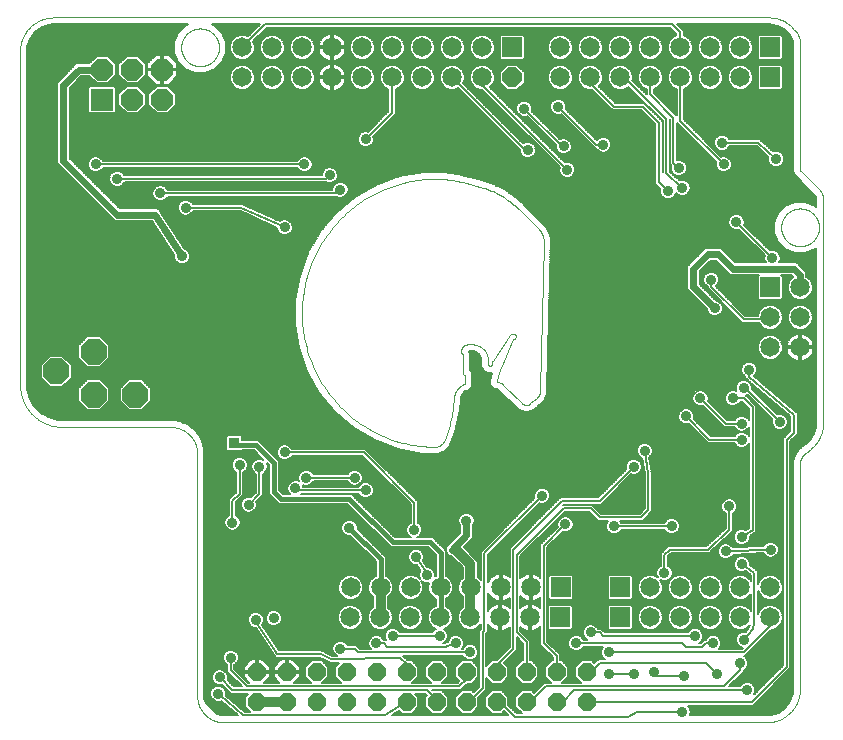
<source format=gbl>
G75*
%MOIN*%
%OFA0B0*%
%FSLAX25Y25*%
%IPPOS*%
%LPD*%
%AMOC8*
5,1,8,0,0,1.08239X$1,22.5*
%
%ADD10C,0.00000*%
%ADD11R,0.06500X0.06500*%
%ADD12C,0.06500*%
%ADD13R,0.07400X0.07400*%
%ADD14OC8,0.07400*%
%ADD15OC8,0.06000*%
%ADD16OC8,0.06500*%
%ADD17OC8,0.08500*%
%ADD18C,0.00600*%
%ADD19C,0.01600*%
%ADD20R,0.03562X0.03562*%
%ADD21C,0.03200*%
%ADD22C,0.02400*%
%ADD23C,0.03562*%
D10*
X0064055Y0017159D02*
X0064055Y0097977D01*
X0064052Y0098190D01*
X0064045Y0098402D01*
X0064032Y0098615D01*
X0064014Y0098827D01*
X0063991Y0099038D01*
X0063963Y0099249D01*
X0063929Y0099459D01*
X0063891Y0099668D01*
X0063848Y0099877D01*
X0063799Y0100084D01*
X0063746Y0100290D01*
X0063687Y0100494D01*
X0063624Y0100697D01*
X0063556Y0100899D01*
X0063483Y0101099D01*
X0063405Y0101297D01*
X0063323Y0101493D01*
X0063235Y0101687D01*
X0063143Y0101878D01*
X0063047Y0102068D01*
X0062946Y0102255D01*
X0062840Y0102440D01*
X0062730Y0102622D01*
X0062615Y0102801D01*
X0062497Y0102978D01*
X0062374Y0103151D01*
X0062247Y0103322D01*
X0062115Y0103489D01*
X0061980Y0103654D01*
X0061841Y0103814D01*
X0061698Y0103972D01*
X0061551Y0104126D01*
X0061401Y0104276D01*
X0061247Y0104423D01*
X0061089Y0104566D01*
X0060929Y0104705D01*
X0060764Y0104840D01*
X0060597Y0104972D01*
X0060426Y0105099D01*
X0060253Y0105222D01*
X0060076Y0105340D01*
X0059897Y0105455D01*
X0059715Y0105565D01*
X0059530Y0105671D01*
X0059343Y0105772D01*
X0059153Y0105868D01*
X0058962Y0105960D01*
X0058768Y0106048D01*
X0058572Y0106130D01*
X0058374Y0106208D01*
X0058174Y0106281D01*
X0057972Y0106349D01*
X0057769Y0106412D01*
X0057565Y0106471D01*
X0057359Y0106524D01*
X0057152Y0106573D01*
X0056943Y0106616D01*
X0056734Y0106654D01*
X0056524Y0106688D01*
X0056313Y0106716D01*
X0056102Y0106739D01*
X0055890Y0106757D01*
X0055677Y0106770D01*
X0055465Y0106777D01*
X0055252Y0106780D01*
X0055252Y0106781D02*
X0019195Y0106781D01*
X0018852Y0106785D01*
X0018509Y0106798D01*
X0018167Y0106818D01*
X0017825Y0106847D01*
X0017484Y0106884D01*
X0017144Y0106930D01*
X0016805Y0106984D01*
X0016468Y0107045D01*
X0016132Y0107115D01*
X0015798Y0107193D01*
X0015466Y0107280D01*
X0015136Y0107374D01*
X0014809Y0107476D01*
X0014484Y0107586D01*
X0014161Y0107703D01*
X0013842Y0107829D01*
X0013526Y0107962D01*
X0013213Y0108103D01*
X0012904Y0108251D01*
X0012598Y0108407D01*
X0012296Y0108570D01*
X0011999Y0108740D01*
X0011705Y0108918D01*
X0011416Y0109102D01*
X0011131Y0109294D01*
X0010851Y0109492D01*
X0010576Y0109697D01*
X0010306Y0109909D01*
X0010041Y0110127D01*
X0009782Y0110351D01*
X0009528Y0110581D01*
X0009280Y0110818D01*
X0009037Y0111061D01*
X0008800Y0111309D01*
X0008570Y0111563D01*
X0008346Y0111822D01*
X0008128Y0112087D01*
X0007916Y0112357D01*
X0007711Y0112632D01*
X0007513Y0112912D01*
X0007321Y0113197D01*
X0007137Y0113486D01*
X0006959Y0113780D01*
X0006789Y0114077D01*
X0006626Y0114379D01*
X0006470Y0114685D01*
X0006322Y0114994D01*
X0006181Y0115307D01*
X0006048Y0115623D01*
X0005922Y0115942D01*
X0005805Y0116265D01*
X0005695Y0116590D01*
X0005593Y0116917D01*
X0005499Y0117247D01*
X0005412Y0117579D01*
X0005334Y0117913D01*
X0005264Y0118249D01*
X0005203Y0118586D01*
X0005149Y0118925D01*
X0005103Y0119265D01*
X0005066Y0119606D01*
X0005037Y0119948D01*
X0005017Y0120290D01*
X0005004Y0120633D01*
X0005000Y0120976D01*
X0005000Y0232153D01*
X0005003Y0232423D01*
X0005013Y0232692D01*
X0005029Y0232962D01*
X0005052Y0233230D01*
X0005081Y0233499D01*
X0005117Y0233766D01*
X0005159Y0234032D01*
X0005208Y0234298D01*
X0005263Y0234562D01*
X0005324Y0234824D01*
X0005392Y0235086D01*
X0005466Y0235345D01*
X0005546Y0235603D01*
X0005633Y0235858D01*
X0005725Y0236111D01*
X0005824Y0236363D01*
X0005929Y0236611D01*
X0006040Y0236857D01*
X0006156Y0237100D01*
X0006279Y0237341D01*
X0006407Y0237578D01*
X0006541Y0237812D01*
X0006680Y0238043D01*
X0006825Y0238270D01*
X0006976Y0238494D01*
X0007132Y0238714D01*
X0007293Y0238931D01*
X0007459Y0239143D01*
X0007631Y0239351D01*
X0007807Y0239555D01*
X0007989Y0239755D01*
X0008175Y0239950D01*
X0008366Y0240141D01*
X0008561Y0240327D01*
X0008761Y0240509D01*
X0008965Y0240685D01*
X0009173Y0240857D01*
X0009385Y0241023D01*
X0009602Y0241184D01*
X0009822Y0241340D01*
X0010046Y0241491D01*
X0010273Y0241636D01*
X0010504Y0241775D01*
X0010738Y0241909D01*
X0010975Y0242037D01*
X0011216Y0242160D01*
X0011459Y0242276D01*
X0011705Y0242387D01*
X0011953Y0242492D01*
X0012205Y0242591D01*
X0012458Y0242683D01*
X0012713Y0242770D01*
X0012971Y0242850D01*
X0013230Y0242924D01*
X0013492Y0242992D01*
X0013754Y0243053D01*
X0014018Y0243108D01*
X0014284Y0243157D01*
X0014550Y0243199D01*
X0014817Y0243235D01*
X0015086Y0243264D01*
X0015354Y0243287D01*
X0015624Y0243303D01*
X0015893Y0243313D01*
X0016163Y0243316D01*
X0254763Y0243316D01*
X0262006Y0240330D02*
X0263110Y0239234D01*
X0265000Y0234691D02*
X0265000Y0192770D01*
X0265293Y0192063D02*
X0271217Y0186214D01*
X0272717Y0182626D02*
X0272717Y0108230D01*
X0272714Y0107959D01*
X0272704Y0107688D01*
X0272687Y0107417D01*
X0272664Y0107147D01*
X0272635Y0106878D01*
X0272598Y0106609D01*
X0272556Y0106341D01*
X0272506Y0106074D01*
X0272451Y0105809D01*
X0272388Y0105545D01*
X0272320Y0105283D01*
X0272245Y0105022D01*
X0272164Y0104763D01*
X0272076Y0104507D01*
X0271982Y0104252D01*
X0271882Y0104000D01*
X0271776Y0103751D01*
X0271664Y0103504D01*
X0271546Y0103260D01*
X0271422Y0103019D01*
X0271292Y0102780D01*
X0271157Y0102546D01*
X0271016Y0102314D01*
X0270869Y0102086D01*
X0270716Y0101862D01*
X0270559Y0101641D01*
X0270396Y0101425D01*
X0270227Y0101212D01*
X0270054Y0101004D01*
X0269875Y0100799D01*
X0269692Y0100600D01*
X0269504Y0100404D01*
X0269311Y0100214D01*
X0269114Y0100028D01*
X0268912Y0099847D01*
X0268705Y0099671D01*
X0268495Y0099500D01*
X0266956Y0098282D01*
X0264843Y0093911D02*
X0264843Y0040427D01*
X0265000Y0019603D01*
X0264997Y0019331D01*
X0264987Y0019060D01*
X0264970Y0018788D01*
X0264947Y0018518D01*
X0264918Y0018247D01*
X0264882Y0017978D01*
X0264839Y0017709D01*
X0264790Y0017442D01*
X0264735Y0017176D01*
X0264673Y0016911D01*
X0264605Y0016648D01*
X0264530Y0016387D01*
X0264450Y0016127D01*
X0264362Y0015870D01*
X0264269Y0015615D01*
X0264170Y0015362D01*
X0264064Y0015111D01*
X0263953Y0014864D01*
X0263835Y0014618D01*
X0263712Y0014376D01*
X0263583Y0014137D01*
X0263448Y0013901D01*
X0263307Y0013669D01*
X0263161Y0013440D01*
X0263009Y0013214D01*
X0262852Y0012992D01*
X0262690Y0012774D01*
X0262522Y0012560D01*
X0262349Y0012350D01*
X0262172Y0012145D01*
X0261989Y0011944D01*
X0261801Y0011747D01*
X0261609Y0011555D01*
X0261412Y0011367D01*
X0261211Y0011184D01*
X0261006Y0011007D01*
X0260796Y0010834D01*
X0260582Y0010666D01*
X0260364Y0010504D01*
X0260142Y0010347D01*
X0259916Y0010195D01*
X0259687Y0010049D01*
X0259455Y0009908D01*
X0259219Y0009773D01*
X0258980Y0009644D01*
X0258738Y0009521D01*
X0258492Y0009403D01*
X0258245Y0009292D01*
X0257994Y0009186D01*
X0257741Y0009087D01*
X0257486Y0008994D01*
X0257229Y0008906D01*
X0256969Y0008826D01*
X0256708Y0008751D01*
X0256445Y0008683D01*
X0256180Y0008621D01*
X0255914Y0008566D01*
X0255647Y0008517D01*
X0255378Y0008474D01*
X0255109Y0008438D01*
X0254838Y0008409D01*
X0254568Y0008386D01*
X0254296Y0008369D01*
X0254025Y0008359D01*
X0253753Y0008356D01*
X0072859Y0008356D01*
X0072646Y0008359D01*
X0072434Y0008366D01*
X0072221Y0008379D01*
X0072009Y0008397D01*
X0071798Y0008420D01*
X0071587Y0008448D01*
X0071377Y0008482D01*
X0071168Y0008520D01*
X0070959Y0008563D01*
X0070752Y0008612D01*
X0070546Y0008665D01*
X0070342Y0008724D01*
X0070139Y0008787D01*
X0069937Y0008855D01*
X0069737Y0008928D01*
X0069539Y0009006D01*
X0069343Y0009088D01*
X0069149Y0009176D01*
X0068958Y0009268D01*
X0068768Y0009364D01*
X0068581Y0009465D01*
X0068396Y0009571D01*
X0068214Y0009681D01*
X0068035Y0009796D01*
X0067858Y0009914D01*
X0067685Y0010037D01*
X0067514Y0010164D01*
X0067347Y0010296D01*
X0067182Y0010431D01*
X0067022Y0010570D01*
X0066864Y0010713D01*
X0066710Y0010860D01*
X0066560Y0011010D01*
X0066413Y0011164D01*
X0066270Y0011322D01*
X0066131Y0011482D01*
X0065996Y0011647D01*
X0065864Y0011814D01*
X0065737Y0011985D01*
X0065614Y0012158D01*
X0065496Y0012335D01*
X0065381Y0012514D01*
X0065271Y0012696D01*
X0065165Y0012881D01*
X0065064Y0013068D01*
X0064968Y0013258D01*
X0064876Y0013449D01*
X0064788Y0013643D01*
X0064706Y0013839D01*
X0064628Y0014037D01*
X0064555Y0014237D01*
X0064487Y0014439D01*
X0064424Y0014642D01*
X0064365Y0014846D01*
X0064312Y0015052D01*
X0064263Y0015259D01*
X0064220Y0015468D01*
X0064182Y0015677D01*
X0064148Y0015887D01*
X0064120Y0016098D01*
X0064097Y0016309D01*
X0064079Y0016521D01*
X0064066Y0016734D01*
X0064059Y0016946D01*
X0064056Y0017159D01*
X0143000Y0100155D02*
X0143121Y0100156D01*
X0143242Y0100160D01*
X0143363Y0100167D01*
X0143484Y0100179D01*
X0143604Y0100194D01*
X0143723Y0100214D01*
X0143842Y0100237D01*
X0143960Y0100264D01*
X0144077Y0100294D01*
X0144193Y0100328D01*
X0144308Y0100366D01*
X0144422Y0100408D01*
X0144534Y0100453D01*
X0144645Y0100502D01*
X0144754Y0100554D01*
X0144862Y0100609D01*
X0144968Y0100668D01*
X0145072Y0100731D01*
X0145173Y0100796D01*
X0145273Y0100865D01*
X0145370Y0100937D01*
X0145465Y0101012D01*
X0145558Y0101089D01*
X0145648Y0101170D01*
X0145736Y0101254D01*
X0145821Y0101340D01*
X0145903Y0101429D01*
X0145982Y0101521D01*
X0146058Y0101615D01*
X0146131Y0101711D01*
X0146202Y0101810D01*
X0146269Y0101911D01*
X0146332Y0102014D01*
X0146393Y0102118D01*
X0146450Y0102225D01*
X0146504Y0102334D01*
X0146554Y0102444D01*
X0146600Y0102556D01*
X0149600Y0116355D02*
X0149609Y0116500D01*
X0149622Y0116644D01*
X0149639Y0116788D01*
X0149659Y0116931D01*
X0149684Y0117074D01*
X0149712Y0117216D01*
X0149744Y0117357D01*
X0149780Y0117497D01*
X0149820Y0117636D01*
X0149863Y0117774D01*
X0149910Y0117911D01*
X0149961Y0118047D01*
X0150016Y0118181D01*
X0150074Y0118314D01*
X0150136Y0118444D01*
X0150201Y0118574D01*
X0150270Y0118701D01*
X0150342Y0118827D01*
X0150417Y0118950D01*
X0150496Y0119072D01*
X0150578Y0119191D01*
X0150664Y0119308D01*
X0150752Y0119422D01*
X0150844Y0119535D01*
X0150938Y0119644D01*
X0151035Y0119751D01*
X0151136Y0119856D01*
X0151239Y0119957D01*
X0151345Y0120056D01*
X0151453Y0120152D01*
X0151564Y0120245D01*
X0151677Y0120335D01*
X0151793Y0120422D01*
X0151911Y0120505D01*
X0152032Y0120586D01*
X0152154Y0120663D01*
X0152279Y0120737D01*
X0152405Y0120807D01*
X0152534Y0120874D01*
X0152664Y0120938D01*
X0152796Y0120997D01*
X0152929Y0121054D01*
X0153064Y0121106D01*
X0153200Y0121155D01*
X0153200Y0121156D02*
X0153200Y0124156D01*
X0153153Y0124158D01*
X0153106Y0124163D01*
X0153060Y0124173D01*
X0153015Y0124185D01*
X0152970Y0124202D01*
X0152928Y0124221D01*
X0152887Y0124244D01*
X0152847Y0124271D01*
X0152810Y0124300D01*
X0152776Y0124332D01*
X0152744Y0124366D01*
X0152715Y0124403D01*
X0152688Y0124443D01*
X0152665Y0124484D01*
X0152646Y0124526D01*
X0152629Y0124571D01*
X0152617Y0124616D01*
X0152607Y0124662D01*
X0152602Y0124709D01*
X0152600Y0124756D01*
X0152600Y0130756D01*
X0152598Y0130803D01*
X0152593Y0130850D01*
X0152583Y0130896D01*
X0152571Y0130941D01*
X0152554Y0130986D01*
X0152535Y0131028D01*
X0152512Y0131069D01*
X0152485Y0131109D01*
X0152456Y0131146D01*
X0152424Y0131180D01*
X0152390Y0131212D01*
X0152353Y0131241D01*
X0152313Y0131268D01*
X0152272Y0131291D01*
X0152230Y0131310D01*
X0152185Y0131327D01*
X0152140Y0131339D01*
X0152094Y0131349D01*
X0152047Y0131354D01*
X0152000Y0131356D01*
X0152000Y0131956D01*
X0152002Y0132053D01*
X0152008Y0132149D01*
X0152017Y0132245D01*
X0152031Y0132341D01*
X0152049Y0132436D01*
X0152070Y0132530D01*
X0152095Y0132624D01*
X0152124Y0132716D01*
X0152156Y0132807D01*
X0152192Y0132897D01*
X0152232Y0132985D01*
X0152275Y0133071D01*
X0152322Y0133156D01*
X0152372Y0133239D01*
X0152425Y0133319D01*
X0152481Y0133398D01*
X0152541Y0133474D01*
X0152604Y0133547D01*
X0152669Y0133619D01*
X0152737Y0133687D01*
X0152809Y0133752D01*
X0152882Y0133815D01*
X0152958Y0133875D01*
X0153037Y0133931D01*
X0153117Y0133984D01*
X0153200Y0134034D01*
X0153285Y0134081D01*
X0153371Y0134124D01*
X0153459Y0134164D01*
X0153549Y0134200D01*
X0153640Y0134232D01*
X0153732Y0134261D01*
X0153826Y0134286D01*
X0153920Y0134307D01*
X0154015Y0134325D01*
X0154111Y0134339D01*
X0154207Y0134348D01*
X0154303Y0134354D01*
X0154400Y0134356D01*
X0155600Y0134356D01*
X0155746Y0134354D01*
X0155892Y0134348D01*
X0156038Y0134338D01*
X0156184Y0134324D01*
X0156329Y0134307D01*
X0156474Y0134285D01*
X0156618Y0134259D01*
X0156761Y0134230D01*
X0156903Y0134196D01*
X0157045Y0134159D01*
X0157185Y0134118D01*
X0157324Y0134073D01*
X0157462Y0134025D01*
X0157599Y0133972D01*
X0157734Y0133917D01*
X0157867Y0133857D01*
X0157999Y0133794D01*
X0158129Y0133727D01*
X0158258Y0133657D01*
X0158384Y0133583D01*
X0158508Y0133506D01*
X0158630Y0133426D01*
X0158750Y0133342D01*
X0158868Y0133255D01*
X0158983Y0133165D01*
X0159096Y0133072D01*
X0159206Y0132975D01*
X0159314Y0132876D01*
X0159418Y0132774D01*
X0159520Y0132670D01*
X0159619Y0132562D01*
X0159716Y0132452D01*
X0159809Y0132339D01*
X0159899Y0132224D01*
X0159986Y0132106D01*
X0160070Y0131986D01*
X0160150Y0131864D01*
X0160227Y0131740D01*
X0160301Y0131614D01*
X0160371Y0131485D01*
X0160438Y0131355D01*
X0160501Y0131223D01*
X0160561Y0131090D01*
X0160616Y0130955D01*
X0160669Y0130818D01*
X0160717Y0130680D01*
X0160762Y0130541D01*
X0160803Y0130401D01*
X0160840Y0130259D01*
X0160874Y0130117D01*
X0160903Y0129974D01*
X0160929Y0129830D01*
X0160951Y0129685D01*
X0160968Y0129540D01*
X0160982Y0129394D01*
X0160992Y0129248D01*
X0160998Y0129102D01*
X0161000Y0128956D01*
X0161000Y0127756D01*
X0161600Y0127156D02*
X0161647Y0127158D01*
X0161694Y0127163D01*
X0161740Y0127173D01*
X0161785Y0127185D01*
X0161830Y0127202D01*
X0161872Y0127221D01*
X0161913Y0127244D01*
X0161953Y0127271D01*
X0161990Y0127300D01*
X0162024Y0127332D01*
X0162056Y0127366D01*
X0162085Y0127403D01*
X0162112Y0127443D01*
X0162135Y0127484D01*
X0162154Y0127526D01*
X0162171Y0127571D01*
X0162183Y0127616D01*
X0162193Y0127662D01*
X0162198Y0127709D01*
X0162200Y0127756D01*
X0161600Y0127156D02*
X0161553Y0127158D01*
X0161506Y0127163D01*
X0161460Y0127173D01*
X0161415Y0127185D01*
X0161370Y0127202D01*
X0161328Y0127221D01*
X0161287Y0127244D01*
X0161247Y0127271D01*
X0161210Y0127300D01*
X0161176Y0127332D01*
X0161144Y0127366D01*
X0161115Y0127403D01*
X0161088Y0127443D01*
X0161065Y0127484D01*
X0161046Y0127526D01*
X0161029Y0127571D01*
X0161017Y0127616D01*
X0161007Y0127662D01*
X0161002Y0127709D01*
X0161000Y0127756D01*
X0162533Y0128855D02*
X0168200Y0137356D01*
X0169400Y0137956D02*
X0169459Y0137950D01*
X0169518Y0137941D01*
X0169576Y0137928D01*
X0169633Y0137912D01*
X0169688Y0137891D01*
X0169743Y0137867D01*
X0169795Y0137839D01*
X0169846Y0137808D01*
X0169894Y0137774D01*
X0169940Y0137737D01*
X0169984Y0137696D01*
X0170025Y0137653D01*
X0170062Y0137608D01*
X0170097Y0137559D01*
X0170129Y0137509D01*
X0170157Y0137457D01*
X0170182Y0137403D01*
X0170203Y0137347D01*
X0170220Y0137291D01*
X0170233Y0137233D01*
X0170243Y0137174D01*
X0170249Y0137115D01*
X0170251Y0137056D01*
X0170249Y0136997D01*
X0170243Y0136938D01*
X0170233Y0136879D01*
X0170220Y0136821D01*
X0170203Y0136765D01*
X0170182Y0136709D01*
X0170157Y0136655D01*
X0170129Y0136603D01*
X0170097Y0136553D01*
X0170062Y0136504D01*
X0170025Y0136459D01*
X0169984Y0136416D01*
X0169940Y0136375D01*
X0169894Y0136338D01*
X0169846Y0136304D01*
X0169795Y0136273D01*
X0169743Y0136245D01*
X0169688Y0136221D01*
X0169633Y0136200D01*
X0169576Y0136184D01*
X0169518Y0136171D01*
X0169459Y0136162D01*
X0169400Y0136156D01*
X0165200Y0126556D01*
X0162200Y0127756D02*
X0162202Y0127839D01*
X0162207Y0127922D01*
X0162216Y0128005D01*
X0162228Y0128087D01*
X0162244Y0128169D01*
X0162263Y0128250D01*
X0162285Y0128330D01*
X0162311Y0128409D01*
X0162340Y0128487D01*
X0162372Y0128564D01*
X0162408Y0128639D01*
X0162446Y0128713D01*
X0162488Y0128785D01*
X0162533Y0128855D01*
X0166049Y0120907D02*
X0172169Y0114787D01*
X0172170Y0114787D02*
X0172235Y0114724D01*
X0172303Y0114664D01*
X0172373Y0114607D01*
X0172445Y0114553D01*
X0172520Y0114503D01*
X0172597Y0114455D01*
X0172675Y0114410D01*
X0172756Y0114369D01*
X0172838Y0114332D01*
X0172922Y0114297D01*
X0173007Y0114267D01*
X0173093Y0114240D01*
X0173180Y0114216D01*
X0173268Y0114196D01*
X0173357Y0114180D01*
X0173447Y0114168D01*
X0173537Y0114159D01*
X0173627Y0114154D01*
X0173717Y0114153D01*
X0173808Y0114156D01*
X0173898Y0114162D01*
X0173988Y0114172D01*
X0174077Y0114186D01*
X0174166Y0114204D01*
X0174253Y0114225D01*
X0174340Y0114250D01*
X0174426Y0114279D01*
X0174510Y0114311D01*
X0174593Y0114347D01*
X0174675Y0114386D01*
X0174755Y0114428D01*
X0174833Y0114474D01*
X0174909Y0114523D01*
X0174983Y0114575D01*
X0175054Y0114630D01*
X0175123Y0114688D01*
X0177241Y0116542D01*
X0178435Y0119095D02*
X0179558Y0168521D01*
X0179559Y0168521D02*
X0179560Y0168669D01*
X0179558Y0168817D01*
X0179551Y0168964D01*
X0179541Y0169112D01*
X0179527Y0169259D01*
X0179509Y0169405D01*
X0179488Y0169551D01*
X0179462Y0169697D01*
X0179433Y0169842D01*
X0179400Y0169985D01*
X0179364Y0170129D01*
X0179323Y0170271D01*
X0179279Y0170411D01*
X0179231Y0170551D01*
X0179180Y0170690D01*
X0179125Y0170827D01*
X0179067Y0170962D01*
X0179005Y0171096D01*
X0178939Y0171229D01*
X0178870Y0171359D01*
X0178798Y0171488D01*
X0178722Y0171615D01*
X0178643Y0171740D01*
X0178561Y0171862D01*
X0178476Y0171983D01*
X0178387Y0172101D01*
X0178296Y0172217D01*
X0178201Y0172331D01*
X0178104Y0172442D01*
X0178004Y0172550D01*
X0177901Y0172656D01*
X0177901Y0172655D02*
X0171200Y0179356D01*
X0159200Y0186556D02*
X0152600Y0188356D01*
X0159200Y0186556D02*
X0159874Y0186342D01*
X0160542Y0186112D01*
X0161204Y0185865D01*
X0161860Y0185602D01*
X0162509Y0185323D01*
X0163152Y0185028D01*
X0163787Y0184718D01*
X0164414Y0184392D01*
X0165033Y0184051D01*
X0165643Y0183695D01*
X0166245Y0183324D01*
X0166837Y0182938D01*
X0167420Y0182538D01*
X0167992Y0182124D01*
X0168555Y0181696D01*
X0169106Y0181254D01*
X0169647Y0180799D01*
X0170176Y0180331D01*
X0170694Y0179850D01*
X0171200Y0179356D01*
X0152600Y0188356D02*
X0151799Y0188564D01*
X0150993Y0188753D01*
X0150182Y0188922D01*
X0149368Y0189071D01*
X0148550Y0189200D01*
X0147729Y0189309D01*
X0146906Y0189399D01*
X0146081Y0189468D01*
X0145255Y0189518D01*
X0144428Y0189547D01*
X0143600Y0189556D01*
X0143600Y0189555D02*
X0142508Y0189540D01*
X0141417Y0189499D01*
X0140328Y0189431D01*
X0139240Y0189337D01*
X0138155Y0189216D01*
X0137074Y0189068D01*
X0135996Y0188895D01*
X0134923Y0188695D01*
X0133855Y0188468D01*
X0132793Y0188216D01*
X0131737Y0187938D01*
X0130689Y0187634D01*
X0129648Y0187305D01*
X0128615Y0186950D01*
X0127592Y0186571D01*
X0126578Y0186166D01*
X0125574Y0185737D01*
X0124581Y0185283D01*
X0123600Y0184806D01*
X0122630Y0184304D01*
X0121673Y0183779D01*
X0120729Y0183231D01*
X0119799Y0182660D01*
X0118883Y0182066D01*
X0117982Y0181450D01*
X0117096Y0180812D01*
X0116225Y0180153D01*
X0115372Y0179473D01*
X0114535Y0178772D01*
X0113715Y0178051D01*
X0112913Y0177310D01*
X0112130Y0176550D01*
X0111365Y0175771D01*
X0110620Y0174973D01*
X0109894Y0174158D01*
X0109189Y0173325D01*
X0108504Y0172475D01*
X0107840Y0171608D01*
X0107197Y0170726D01*
X0106576Y0169828D01*
X0105978Y0168915D01*
X0105401Y0167988D01*
X0104848Y0167047D01*
X0104317Y0166093D01*
X0103810Y0165126D01*
X0103327Y0164147D01*
X0102868Y0163157D01*
X0102433Y0162156D01*
X0102023Y0161144D01*
X0101638Y0160123D01*
X0101277Y0159092D01*
X0100942Y0158053D01*
X0100633Y0157006D01*
X0100349Y0155952D01*
X0100091Y0154892D01*
X0099859Y0153825D01*
X0099653Y0152753D01*
X0099473Y0151676D01*
X0099319Y0150595D01*
X0099192Y0149511D01*
X0099092Y0148424D01*
X0099018Y0147335D01*
X0098971Y0146244D01*
X0098950Y0145153D01*
X0098956Y0144061D01*
X0098989Y0142970D01*
X0099048Y0141880D01*
X0099134Y0140792D01*
X0099246Y0139706D01*
X0099385Y0138623D01*
X0099551Y0137544D01*
X0099742Y0136470D01*
X0099960Y0135400D01*
X0100204Y0134336D01*
X0100474Y0133278D01*
X0100769Y0132227D01*
X0101090Y0131184D01*
X0101437Y0130149D01*
X0101808Y0129122D01*
X0102205Y0128105D01*
X0102626Y0127098D01*
X0103072Y0126102D01*
X0103542Y0125116D01*
X0104036Y0124143D01*
X0104553Y0123182D01*
X0105094Y0122234D01*
X0105658Y0121299D01*
X0106245Y0120378D01*
X0106853Y0119472D01*
X0107484Y0118581D01*
X0108136Y0117706D01*
X0108810Y0116847D01*
X0109504Y0116004D01*
X0110219Y0115179D01*
X0110953Y0114371D01*
X0111707Y0113582D01*
X0112480Y0112811D01*
X0113272Y0112060D01*
X0114082Y0111328D01*
X0114909Y0110616D01*
X0115754Y0109924D01*
X0116615Y0109253D01*
X0117493Y0108604D01*
X0118386Y0107976D01*
X0119294Y0107370D01*
X0120216Y0106786D01*
X0121153Y0106225D01*
X0122103Y0105688D01*
X0123065Y0105173D01*
X0124040Y0104682D01*
X0125027Y0104215D01*
X0126025Y0103773D01*
X0127033Y0103355D01*
X0128052Y0102961D01*
X0129079Y0102593D01*
X0130116Y0102249D01*
X0131160Y0101932D01*
X0132212Y0101639D01*
X0133270Y0101373D01*
X0134335Y0101132D01*
X0135405Y0100918D01*
X0136481Y0100730D01*
X0137560Y0100568D01*
X0138644Y0100432D01*
X0139730Y0100323D01*
X0140818Y0100241D01*
X0141908Y0100185D01*
X0143000Y0100156D01*
X0164000Y0121756D02*
X0164103Y0121754D01*
X0164207Y0121749D01*
X0164310Y0121739D01*
X0164412Y0121727D01*
X0164514Y0121710D01*
X0164616Y0121690D01*
X0164716Y0121666D01*
X0164816Y0121639D01*
X0164915Y0121608D01*
X0165012Y0121573D01*
X0165109Y0121535D01*
X0165203Y0121494D01*
X0165297Y0121450D01*
X0165388Y0121402D01*
X0165478Y0121350D01*
X0165566Y0121296D01*
X0165652Y0121239D01*
X0165736Y0121178D01*
X0165818Y0121115D01*
X0165897Y0121048D01*
X0165974Y0120979D01*
X0166048Y0120907D01*
X0177241Y0116542D02*
X0177327Y0116620D01*
X0177411Y0116700D01*
X0177491Y0116784D01*
X0177569Y0116870D01*
X0177644Y0116958D01*
X0177716Y0117049D01*
X0177785Y0117143D01*
X0177851Y0117238D01*
X0177914Y0117336D01*
X0177973Y0117436D01*
X0178029Y0117537D01*
X0178082Y0117641D01*
X0178131Y0117746D01*
X0178176Y0117853D01*
X0178219Y0117961D01*
X0178257Y0118070D01*
X0178292Y0118181D01*
X0178323Y0118293D01*
X0178350Y0118406D01*
X0178374Y0118519D01*
X0178394Y0118634D01*
X0178410Y0118748D01*
X0178422Y0118864D01*
X0178431Y0118980D01*
X0178435Y0119096D01*
X0164000Y0121756D02*
X0164031Y0122110D01*
X0164072Y0122462D01*
X0164120Y0122814D01*
X0164177Y0123165D01*
X0164243Y0123514D01*
X0164316Y0123861D01*
X0164398Y0124206D01*
X0164488Y0124550D01*
X0164587Y0124891D01*
X0164693Y0125230D01*
X0164808Y0125566D01*
X0164931Y0125899D01*
X0165061Y0126229D01*
X0165200Y0126556D01*
X0168200Y0137356D02*
X0168240Y0137413D01*
X0168284Y0137469D01*
X0168330Y0137521D01*
X0168379Y0137572D01*
X0168430Y0137620D01*
X0168484Y0137665D01*
X0168540Y0137707D01*
X0168598Y0137746D01*
X0168658Y0137782D01*
X0168720Y0137815D01*
X0168784Y0137845D01*
X0168849Y0137871D01*
X0168915Y0137894D01*
X0168983Y0137914D01*
X0169051Y0137930D01*
X0169120Y0137942D01*
X0169190Y0137951D01*
X0169260Y0137956D01*
X0169330Y0137958D01*
X0169400Y0137956D01*
X0149600Y0116355D02*
X0149539Y0115344D01*
X0149455Y0114334D01*
X0149346Y0113326D01*
X0149214Y0112322D01*
X0149058Y0111320D01*
X0148878Y0110323D01*
X0148674Y0109330D01*
X0148447Y0108343D01*
X0148197Y0107361D01*
X0147923Y0106385D01*
X0147627Y0105416D01*
X0147307Y0104455D01*
X0146965Y0103501D01*
X0146600Y0102555D01*
X0258700Y0173356D02*
X0258702Y0173514D01*
X0258708Y0173673D01*
X0258718Y0173831D01*
X0258732Y0173988D01*
X0258750Y0174146D01*
X0258771Y0174302D01*
X0258797Y0174459D01*
X0258827Y0174614D01*
X0258860Y0174769D01*
X0258898Y0174923D01*
X0258939Y0175076D01*
X0258984Y0175227D01*
X0259033Y0175378D01*
X0259086Y0175527D01*
X0259142Y0175675D01*
X0259203Y0175822D01*
X0259266Y0175967D01*
X0259334Y0176110D01*
X0259405Y0176251D01*
X0259479Y0176391D01*
X0259557Y0176529D01*
X0259639Y0176665D01*
X0259724Y0176798D01*
X0259812Y0176930D01*
X0259903Y0177059D01*
X0259998Y0177186D01*
X0260096Y0177310D01*
X0260197Y0177432D01*
X0260301Y0177552D01*
X0260407Y0177669D01*
X0260517Y0177783D01*
X0260630Y0177894D01*
X0260745Y0178002D01*
X0260864Y0178108D01*
X0260984Y0178210D01*
X0261107Y0178310D01*
X0261233Y0178406D01*
X0261361Y0178499D01*
X0261492Y0178589D01*
X0261624Y0178675D01*
X0261759Y0178758D01*
X0261896Y0178838D01*
X0262035Y0178914D01*
X0262175Y0178987D01*
X0262318Y0179056D01*
X0262462Y0179122D01*
X0262607Y0179184D01*
X0262755Y0179242D01*
X0262903Y0179297D01*
X0263053Y0179348D01*
X0263204Y0179395D01*
X0263357Y0179438D01*
X0263510Y0179477D01*
X0263664Y0179513D01*
X0263819Y0179544D01*
X0263975Y0179572D01*
X0264132Y0179596D01*
X0264289Y0179616D01*
X0264447Y0179632D01*
X0264604Y0179644D01*
X0264763Y0179652D01*
X0264921Y0179656D01*
X0265079Y0179656D01*
X0265237Y0179652D01*
X0265396Y0179644D01*
X0265553Y0179632D01*
X0265711Y0179616D01*
X0265868Y0179596D01*
X0266025Y0179572D01*
X0266181Y0179544D01*
X0266336Y0179513D01*
X0266490Y0179477D01*
X0266643Y0179438D01*
X0266796Y0179395D01*
X0266947Y0179348D01*
X0267097Y0179297D01*
X0267245Y0179242D01*
X0267393Y0179184D01*
X0267538Y0179122D01*
X0267682Y0179056D01*
X0267825Y0178987D01*
X0267965Y0178914D01*
X0268104Y0178838D01*
X0268241Y0178758D01*
X0268376Y0178675D01*
X0268508Y0178589D01*
X0268639Y0178499D01*
X0268767Y0178406D01*
X0268893Y0178310D01*
X0269016Y0178210D01*
X0269136Y0178108D01*
X0269255Y0178002D01*
X0269370Y0177894D01*
X0269483Y0177783D01*
X0269593Y0177669D01*
X0269699Y0177552D01*
X0269803Y0177432D01*
X0269904Y0177310D01*
X0270002Y0177186D01*
X0270097Y0177059D01*
X0270188Y0176930D01*
X0270276Y0176798D01*
X0270361Y0176665D01*
X0270443Y0176529D01*
X0270521Y0176391D01*
X0270595Y0176251D01*
X0270666Y0176110D01*
X0270734Y0175967D01*
X0270797Y0175822D01*
X0270858Y0175675D01*
X0270914Y0175527D01*
X0270967Y0175378D01*
X0271016Y0175227D01*
X0271061Y0175076D01*
X0271102Y0174923D01*
X0271140Y0174769D01*
X0271173Y0174614D01*
X0271203Y0174459D01*
X0271229Y0174302D01*
X0271250Y0174146D01*
X0271268Y0173988D01*
X0271282Y0173831D01*
X0271292Y0173673D01*
X0271298Y0173514D01*
X0271300Y0173356D01*
X0271298Y0173198D01*
X0271292Y0173039D01*
X0271282Y0172881D01*
X0271268Y0172724D01*
X0271250Y0172566D01*
X0271229Y0172410D01*
X0271203Y0172253D01*
X0271173Y0172098D01*
X0271140Y0171943D01*
X0271102Y0171789D01*
X0271061Y0171636D01*
X0271016Y0171485D01*
X0270967Y0171334D01*
X0270914Y0171185D01*
X0270858Y0171037D01*
X0270797Y0170890D01*
X0270734Y0170745D01*
X0270666Y0170602D01*
X0270595Y0170461D01*
X0270521Y0170321D01*
X0270443Y0170183D01*
X0270361Y0170047D01*
X0270276Y0169914D01*
X0270188Y0169782D01*
X0270097Y0169653D01*
X0270002Y0169526D01*
X0269904Y0169402D01*
X0269803Y0169280D01*
X0269699Y0169160D01*
X0269593Y0169043D01*
X0269483Y0168929D01*
X0269370Y0168818D01*
X0269255Y0168710D01*
X0269136Y0168604D01*
X0269016Y0168502D01*
X0268893Y0168402D01*
X0268767Y0168306D01*
X0268639Y0168213D01*
X0268508Y0168123D01*
X0268376Y0168037D01*
X0268241Y0167954D01*
X0268104Y0167874D01*
X0267965Y0167798D01*
X0267825Y0167725D01*
X0267682Y0167656D01*
X0267538Y0167590D01*
X0267393Y0167528D01*
X0267245Y0167470D01*
X0267097Y0167415D01*
X0266947Y0167364D01*
X0266796Y0167317D01*
X0266643Y0167274D01*
X0266490Y0167235D01*
X0266336Y0167199D01*
X0266181Y0167168D01*
X0266025Y0167140D01*
X0265868Y0167116D01*
X0265711Y0167096D01*
X0265553Y0167080D01*
X0265396Y0167068D01*
X0265237Y0167060D01*
X0265079Y0167056D01*
X0264921Y0167056D01*
X0264763Y0167060D01*
X0264604Y0167068D01*
X0264447Y0167080D01*
X0264289Y0167096D01*
X0264132Y0167116D01*
X0263975Y0167140D01*
X0263819Y0167168D01*
X0263664Y0167199D01*
X0263510Y0167235D01*
X0263357Y0167274D01*
X0263204Y0167317D01*
X0263053Y0167364D01*
X0262903Y0167415D01*
X0262755Y0167470D01*
X0262607Y0167528D01*
X0262462Y0167590D01*
X0262318Y0167656D01*
X0262175Y0167725D01*
X0262035Y0167798D01*
X0261896Y0167874D01*
X0261759Y0167954D01*
X0261624Y0168037D01*
X0261492Y0168123D01*
X0261361Y0168213D01*
X0261233Y0168306D01*
X0261107Y0168402D01*
X0260984Y0168502D01*
X0260864Y0168604D01*
X0260745Y0168710D01*
X0260630Y0168818D01*
X0260517Y0168929D01*
X0260407Y0169043D01*
X0260301Y0169160D01*
X0260197Y0169280D01*
X0260096Y0169402D01*
X0259998Y0169526D01*
X0259903Y0169653D01*
X0259812Y0169782D01*
X0259724Y0169914D01*
X0259639Y0170047D01*
X0259557Y0170183D01*
X0259479Y0170321D01*
X0259405Y0170461D01*
X0259334Y0170602D01*
X0259266Y0170745D01*
X0259203Y0170890D01*
X0259142Y0171037D01*
X0259086Y0171185D01*
X0259033Y0171334D01*
X0258984Y0171485D01*
X0258939Y0171636D01*
X0258898Y0171789D01*
X0258860Y0171943D01*
X0258827Y0172098D01*
X0258797Y0172253D01*
X0258771Y0172410D01*
X0258750Y0172566D01*
X0258732Y0172724D01*
X0258718Y0172881D01*
X0258708Y0173039D01*
X0258702Y0173198D01*
X0258700Y0173356D01*
X0272717Y0182626D02*
X0272715Y0182764D01*
X0272709Y0182901D01*
X0272700Y0183039D01*
X0272687Y0183176D01*
X0272670Y0183312D01*
X0272649Y0183448D01*
X0272625Y0183584D01*
X0272597Y0183719D01*
X0272566Y0183853D01*
X0272530Y0183986D01*
X0272491Y0184118D01*
X0272449Y0184249D01*
X0272403Y0184378D01*
X0272353Y0184507D01*
X0272300Y0184634D01*
X0272243Y0184759D01*
X0272184Y0184883D01*
X0272120Y0185005D01*
X0272054Y0185126D01*
X0271984Y0185244D01*
X0271911Y0185361D01*
X0271834Y0185476D01*
X0271755Y0185588D01*
X0271673Y0185699D01*
X0271587Y0185807D01*
X0271499Y0185912D01*
X0271408Y0186015D01*
X0271314Y0186116D01*
X0271217Y0186214D01*
X0265293Y0192063D02*
X0265251Y0192107D01*
X0265213Y0192153D01*
X0265177Y0192202D01*
X0265144Y0192253D01*
X0265115Y0192305D01*
X0265088Y0192360D01*
X0265065Y0192415D01*
X0265045Y0192472D01*
X0265029Y0192531D01*
X0265016Y0192590D01*
X0265007Y0192649D01*
X0265002Y0192710D01*
X0265000Y0192770D01*
X0262006Y0240331D02*
X0261826Y0240506D01*
X0261641Y0240676D01*
X0261452Y0240842D01*
X0261260Y0241003D01*
X0261063Y0241159D01*
X0260863Y0241311D01*
X0260659Y0241458D01*
X0260451Y0241599D01*
X0260241Y0241736D01*
X0260026Y0241867D01*
X0259809Y0241993D01*
X0259589Y0242113D01*
X0259366Y0242229D01*
X0259140Y0242338D01*
X0258911Y0242443D01*
X0258680Y0242541D01*
X0258447Y0242634D01*
X0258211Y0242721D01*
X0257974Y0242803D01*
X0257734Y0242878D01*
X0257493Y0242948D01*
X0257250Y0243012D01*
X0257005Y0243069D01*
X0256760Y0243121D01*
X0256513Y0243167D01*
X0256265Y0243207D01*
X0256016Y0243240D01*
X0255766Y0243268D01*
X0255516Y0243289D01*
X0255265Y0243305D01*
X0255014Y0243314D01*
X0254763Y0243317D01*
X0263110Y0239233D02*
X0263220Y0239121D01*
X0263328Y0239006D01*
X0263433Y0238888D01*
X0263535Y0238767D01*
X0263634Y0238644D01*
X0263730Y0238519D01*
X0263822Y0238391D01*
X0263912Y0238261D01*
X0263998Y0238129D01*
X0264082Y0237995D01*
X0264161Y0237859D01*
X0264238Y0237721D01*
X0264311Y0237581D01*
X0264380Y0237439D01*
X0264446Y0237296D01*
X0264509Y0237151D01*
X0264567Y0237005D01*
X0264623Y0236857D01*
X0264674Y0236708D01*
X0264722Y0236557D01*
X0264766Y0236406D01*
X0264807Y0236253D01*
X0264843Y0236100D01*
X0264876Y0235945D01*
X0264905Y0235790D01*
X0264930Y0235634D01*
X0264951Y0235478D01*
X0264969Y0235321D01*
X0264983Y0235164D01*
X0264992Y0235006D01*
X0264998Y0234849D01*
X0265000Y0234691D01*
X0058700Y0233356D02*
X0058702Y0233514D01*
X0058708Y0233673D01*
X0058718Y0233831D01*
X0058732Y0233988D01*
X0058750Y0234146D01*
X0058771Y0234302D01*
X0058797Y0234459D01*
X0058827Y0234614D01*
X0058860Y0234769D01*
X0058898Y0234923D01*
X0058939Y0235076D01*
X0058984Y0235227D01*
X0059033Y0235378D01*
X0059086Y0235527D01*
X0059142Y0235675D01*
X0059203Y0235822D01*
X0059266Y0235967D01*
X0059334Y0236110D01*
X0059405Y0236251D01*
X0059479Y0236391D01*
X0059557Y0236529D01*
X0059639Y0236665D01*
X0059724Y0236798D01*
X0059812Y0236930D01*
X0059903Y0237059D01*
X0059998Y0237186D01*
X0060096Y0237310D01*
X0060197Y0237432D01*
X0060301Y0237552D01*
X0060407Y0237669D01*
X0060517Y0237783D01*
X0060630Y0237894D01*
X0060745Y0238002D01*
X0060864Y0238108D01*
X0060984Y0238210D01*
X0061107Y0238310D01*
X0061233Y0238406D01*
X0061361Y0238499D01*
X0061492Y0238589D01*
X0061624Y0238675D01*
X0061759Y0238758D01*
X0061896Y0238838D01*
X0062035Y0238914D01*
X0062175Y0238987D01*
X0062318Y0239056D01*
X0062462Y0239122D01*
X0062607Y0239184D01*
X0062755Y0239242D01*
X0062903Y0239297D01*
X0063053Y0239348D01*
X0063204Y0239395D01*
X0063357Y0239438D01*
X0063510Y0239477D01*
X0063664Y0239513D01*
X0063819Y0239544D01*
X0063975Y0239572D01*
X0064132Y0239596D01*
X0064289Y0239616D01*
X0064447Y0239632D01*
X0064604Y0239644D01*
X0064763Y0239652D01*
X0064921Y0239656D01*
X0065079Y0239656D01*
X0065237Y0239652D01*
X0065396Y0239644D01*
X0065553Y0239632D01*
X0065711Y0239616D01*
X0065868Y0239596D01*
X0066025Y0239572D01*
X0066181Y0239544D01*
X0066336Y0239513D01*
X0066490Y0239477D01*
X0066643Y0239438D01*
X0066796Y0239395D01*
X0066947Y0239348D01*
X0067097Y0239297D01*
X0067245Y0239242D01*
X0067393Y0239184D01*
X0067538Y0239122D01*
X0067682Y0239056D01*
X0067825Y0238987D01*
X0067965Y0238914D01*
X0068104Y0238838D01*
X0068241Y0238758D01*
X0068376Y0238675D01*
X0068508Y0238589D01*
X0068639Y0238499D01*
X0068767Y0238406D01*
X0068893Y0238310D01*
X0069016Y0238210D01*
X0069136Y0238108D01*
X0069255Y0238002D01*
X0069370Y0237894D01*
X0069483Y0237783D01*
X0069593Y0237669D01*
X0069699Y0237552D01*
X0069803Y0237432D01*
X0069904Y0237310D01*
X0070002Y0237186D01*
X0070097Y0237059D01*
X0070188Y0236930D01*
X0070276Y0236798D01*
X0070361Y0236665D01*
X0070443Y0236529D01*
X0070521Y0236391D01*
X0070595Y0236251D01*
X0070666Y0236110D01*
X0070734Y0235967D01*
X0070797Y0235822D01*
X0070858Y0235675D01*
X0070914Y0235527D01*
X0070967Y0235378D01*
X0071016Y0235227D01*
X0071061Y0235076D01*
X0071102Y0234923D01*
X0071140Y0234769D01*
X0071173Y0234614D01*
X0071203Y0234459D01*
X0071229Y0234302D01*
X0071250Y0234146D01*
X0071268Y0233988D01*
X0071282Y0233831D01*
X0071292Y0233673D01*
X0071298Y0233514D01*
X0071300Y0233356D01*
X0071298Y0233198D01*
X0071292Y0233039D01*
X0071282Y0232881D01*
X0071268Y0232724D01*
X0071250Y0232566D01*
X0071229Y0232410D01*
X0071203Y0232253D01*
X0071173Y0232098D01*
X0071140Y0231943D01*
X0071102Y0231789D01*
X0071061Y0231636D01*
X0071016Y0231485D01*
X0070967Y0231334D01*
X0070914Y0231185D01*
X0070858Y0231037D01*
X0070797Y0230890D01*
X0070734Y0230745D01*
X0070666Y0230602D01*
X0070595Y0230461D01*
X0070521Y0230321D01*
X0070443Y0230183D01*
X0070361Y0230047D01*
X0070276Y0229914D01*
X0070188Y0229782D01*
X0070097Y0229653D01*
X0070002Y0229526D01*
X0069904Y0229402D01*
X0069803Y0229280D01*
X0069699Y0229160D01*
X0069593Y0229043D01*
X0069483Y0228929D01*
X0069370Y0228818D01*
X0069255Y0228710D01*
X0069136Y0228604D01*
X0069016Y0228502D01*
X0068893Y0228402D01*
X0068767Y0228306D01*
X0068639Y0228213D01*
X0068508Y0228123D01*
X0068376Y0228037D01*
X0068241Y0227954D01*
X0068104Y0227874D01*
X0067965Y0227798D01*
X0067825Y0227725D01*
X0067682Y0227656D01*
X0067538Y0227590D01*
X0067393Y0227528D01*
X0067245Y0227470D01*
X0067097Y0227415D01*
X0066947Y0227364D01*
X0066796Y0227317D01*
X0066643Y0227274D01*
X0066490Y0227235D01*
X0066336Y0227199D01*
X0066181Y0227168D01*
X0066025Y0227140D01*
X0065868Y0227116D01*
X0065711Y0227096D01*
X0065553Y0227080D01*
X0065396Y0227068D01*
X0065237Y0227060D01*
X0065079Y0227056D01*
X0064921Y0227056D01*
X0064763Y0227060D01*
X0064604Y0227068D01*
X0064447Y0227080D01*
X0064289Y0227096D01*
X0064132Y0227116D01*
X0063975Y0227140D01*
X0063819Y0227168D01*
X0063664Y0227199D01*
X0063510Y0227235D01*
X0063357Y0227274D01*
X0063204Y0227317D01*
X0063053Y0227364D01*
X0062903Y0227415D01*
X0062755Y0227470D01*
X0062607Y0227528D01*
X0062462Y0227590D01*
X0062318Y0227656D01*
X0062175Y0227725D01*
X0062035Y0227798D01*
X0061896Y0227874D01*
X0061759Y0227954D01*
X0061624Y0228037D01*
X0061492Y0228123D01*
X0061361Y0228213D01*
X0061233Y0228306D01*
X0061107Y0228402D01*
X0060984Y0228502D01*
X0060864Y0228604D01*
X0060745Y0228710D01*
X0060630Y0228818D01*
X0060517Y0228929D01*
X0060407Y0229043D01*
X0060301Y0229160D01*
X0060197Y0229280D01*
X0060096Y0229402D01*
X0059998Y0229526D01*
X0059903Y0229653D01*
X0059812Y0229782D01*
X0059724Y0229914D01*
X0059639Y0230047D01*
X0059557Y0230183D01*
X0059479Y0230321D01*
X0059405Y0230461D01*
X0059334Y0230602D01*
X0059266Y0230745D01*
X0059203Y0230890D01*
X0059142Y0231037D01*
X0059086Y0231185D01*
X0059033Y0231334D01*
X0058984Y0231485D01*
X0058939Y0231636D01*
X0058898Y0231789D01*
X0058860Y0231943D01*
X0058827Y0232098D01*
X0058797Y0232253D01*
X0058771Y0232410D01*
X0058750Y0232566D01*
X0058732Y0232724D01*
X0058718Y0232881D01*
X0058708Y0233039D01*
X0058702Y0233198D01*
X0058700Y0233356D01*
X0266957Y0098281D02*
X0266842Y0098188D01*
X0266730Y0098092D01*
X0266621Y0097993D01*
X0266514Y0097891D01*
X0266410Y0097786D01*
X0266308Y0097678D01*
X0266210Y0097568D01*
X0266115Y0097455D01*
X0266022Y0097340D01*
X0265933Y0097222D01*
X0265847Y0097102D01*
X0265764Y0096980D01*
X0265684Y0096856D01*
X0265608Y0096729D01*
X0265535Y0096601D01*
X0265465Y0096470D01*
X0265399Y0096338D01*
X0265337Y0096205D01*
X0265278Y0096069D01*
X0265222Y0095932D01*
X0265171Y0095794D01*
X0265122Y0095654D01*
X0265078Y0095513D01*
X0265038Y0095371D01*
X0265001Y0095228D01*
X0264968Y0095084D01*
X0264939Y0094939D01*
X0264913Y0094794D01*
X0264892Y0094648D01*
X0264874Y0094501D01*
X0264861Y0094354D01*
X0264851Y0094206D01*
X0264845Y0094059D01*
X0264843Y0093911D01*
D11*
X0205000Y0053356D03*
X0205000Y0043356D03*
X0185000Y0043356D03*
X0185200Y0053356D03*
X0255000Y0153356D03*
X0255006Y0223352D03*
X0255000Y0233356D03*
X0169000Y0233356D03*
D12*
X0159000Y0233356D03*
X0149000Y0233356D03*
X0139000Y0233356D03*
X0129000Y0233356D03*
X0119000Y0233356D03*
X0109000Y0233356D03*
X0099000Y0233356D03*
X0089000Y0233356D03*
X0079000Y0233356D03*
X0078997Y0223352D03*
X0088997Y0223352D03*
X0098997Y0223352D03*
X0108997Y0223352D03*
X0118997Y0223352D03*
X0128997Y0223352D03*
X0138997Y0223352D03*
X0148997Y0223352D03*
X0158997Y0223352D03*
X0185006Y0223352D03*
X0195006Y0223352D03*
X0205006Y0223352D03*
X0215006Y0223352D03*
X0225006Y0223352D03*
X0235006Y0223352D03*
X0245006Y0223352D03*
X0245000Y0233356D03*
X0235000Y0233356D03*
X0225000Y0233356D03*
X0215000Y0233356D03*
X0205000Y0233356D03*
X0195000Y0233356D03*
X0185000Y0233356D03*
X0265000Y0153356D03*
X0265000Y0143356D03*
X0255000Y0143356D03*
X0255000Y0133356D03*
X0265000Y0133356D03*
X0255000Y0053356D03*
X0245000Y0053356D03*
X0235000Y0053356D03*
X0225000Y0053356D03*
X0215000Y0053356D03*
X0215000Y0043356D03*
X0225000Y0043356D03*
X0235000Y0043356D03*
X0245000Y0043356D03*
X0255000Y0043356D03*
X0175000Y0043356D03*
X0165000Y0043356D03*
X0155000Y0043356D03*
X0145000Y0043356D03*
X0135000Y0043356D03*
X0125000Y0043356D03*
X0115000Y0043356D03*
X0115200Y0053356D03*
X0125200Y0053356D03*
X0135200Y0053356D03*
X0145200Y0053356D03*
X0155200Y0053356D03*
X0165200Y0053356D03*
X0175200Y0053356D03*
D13*
X0032402Y0215954D03*
D14*
X0042402Y0215954D03*
X0052402Y0215954D03*
X0052402Y0225954D03*
X0042402Y0225954D03*
X0032402Y0225954D03*
D15*
X0083858Y0025167D03*
X0093858Y0025167D03*
X0103858Y0025167D03*
X0113858Y0025167D03*
X0123858Y0025167D03*
X0133858Y0025167D03*
X0143858Y0025167D03*
X0153858Y0025167D03*
X0163858Y0025167D03*
X0173858Y0025167D03*
X0183858Y0025167D03*
X0193858Y0025167D03*
X0193858Y0015167D03*
X0183858Y0015167D03*
X0173858Y0015167D03*
X0163858Y0015167D03*
X0153858Y0015167D03*
X0143858Y0015167D03*
X0133858Y0015167D03*
X0123858Y0015167D03*
X0113858Y0015167D03*
X0103858Y0015167D03*
X0093858Y0015167D03*
X0083858Y0015167D03*
D16*
X0168997Y0223352D03*
D17*
X0029600Y0131956D03*
X0017000Y0125356D03*
X0029600Y0117556D03*
X0043400Y0117556D03*
D18*
X0048550Y0117285D02*
X0105469Y0117285D01*
X0104977Y0117883D02*
X0048550Y0117883D01*
X0048550Y0118482D02*
X0104565Y0118482D01*
X0104741Y0118171D02*
X0104741Y0118171D01*
X0100716Y0125295D01*
X0100716Y0125295D01*
X0097982Y0133008D01*
X0097982Y0133008D01*
X0096623Y0141077D01*
X0096623Y0141077D01*
X0096677Y0149260D01*
X0096677Y0149260D01*
X0098145Y0157310D01*
X0098145Y0157310D01*
X0100982Y0164986D01*
X0100982Y0164986D01*
X0105103Y0172056D01*
X0105103Y0172056D01*
X0110383Y0178307D01*
X0110383Y0178307D01*
X0110383Y0178307D01*
X0116664Y0183553D01*
X0116664Y0183553D01*
X0123756Y0187634D01*
X0123756Y0187634D01*
X0131448Y0190428D01*
X0131448Y0190428D01*
X0139506Y0191851D01*
X0139506Y0191851D01*
X0143597Y0191856D01*
X0144550Y0191857D01*
X0144550Y0191857D01*
X0146031Y0191858D01*
X0146031Y0191858D01*
X0150857Y0191215D01*
X0150857Y0191215D01*
X0153205Y0190575D01*
X0154124Y0190324D01*
X0154124Y0190324D01*
X0158924Y0189015D01*
X0158958Y0189033D01*
X0159837Y0188766D01*
X0160724Y0188524D01*
X0160744Y0188490D01*
X0162309Y0188014D01*
X0162309Y0188014D01*
X0166880Y0185756D01*
X0166880Y0185756D01*
X0171024Y0182785D01*
X0171024Y0182785D01*
X0171024Y0182785D01*
X0172826Y0180982D01*
X0172826Y0180982D01*
X0172853Y0180955D01*
X0178963Y0174846D01*
X0179527Y0174282D01*
X0179527Y0174282D01*
X0180680Y0173128D01*
X0180680Y0173128D01*
X0181895Y0170100D01*
X0181879Y0169421D01*
X0181879Y0169421D01*
X0181857Y0168442D01*
X0181836Y0167516D01*
X0181836Y0167516D01*
X0180738Y0119185D01*
X0180734Y0119043D01*
X0180707Y0117824D01*
X0180707Y0117824D01*
X0179674Y0115614D01*
X0179674Y0115614D01*
X0179291Y0115279D01*
X0177355Y0113585D01*
X0176638Y0112957D01*
X0175777Y0112205D01*
X0175777Y0112205D01*
X0173545Y0111712D01*
X0173545Y0111712D01*
X0171351Y0112352D01*
X0171351Y0112352D01*
X0170543Y0113160D01*
X0169869Y0113834D01*
X0164422Y0119281D01*
X0164332Y0119355D01*
X0164130Y0119439D01*
X0163911Y0119456D01*
X0163047Y0119456D01*
X0162975Y0119528D01*
X0162872Y0119536D01*
X0162311Y0120192D01*
X0161700Y0120803D01*
X0161700Y0120906D01*
X0161633Y0120984D01*
X0161700Y0121845D01*
X0161700Y0122708D01*
X0161773Y0122781D01*
X0161818Y0123368D01*
X0161818Y0123368D01*
X0162190Y0124856D01*
X0160647Y0124856D01*
X0160407Y0125096D01*
X0159477Y0125633D01*
X0159477Y0125633D01*
X0158940Y0126563D01*
X0158700Y0126803D01*
X0158700Y0128956D01*
X0158640Y0129560D01*
X0158178Y0130678D01*
X0157322Y0131533D01*
X0156205Y0131996D01*
X0155600Y0132056D01*
X0154598Y0132056D01*
X0154660Y0131948D01*
X0154900Y0131708D01*
X0154900Y0125708D01*
X0155500Y0125108D01*
X0155500Y0121541D01*
X0155685Y0121004D01*
X0155500Y0120625D01*
X0155500Y0120203D01*
X0155099Y0119802D01*
X0154850Y0119291D01*
X0154451Y0119154D01*
X0154153Y0118856D01*
X0153676Y0118856D01*
X0153400Y0118729D01*
X0152503Y0117928D01*
X0151986Y0116843D01*
X0151897Y0116245D01*
X0151852Y0115294D01*
X0151852Y0115294D01*
X0151718Y0112503D01*
X0151718Y0112503D01*
X0150126Y0105181D01*
X0150126Y0105181D01*
X0149089Y0102587D01*
X0149089Y0102587D01*
X0148742Y0101719D01*
X0148736Y0101702D01*
X0148382Y0100817D01*
X0148382Y0100817D01*
X0148274Y0100546D01*
X0148274Y0100546D01*
X0146518Y0098778D01*
X0146518Y0098778D01*
X0144212Y0097838D01*
X0144212Y0097838D01*
X0142966Y0097856D01*
X0142933Y0097856D01*
X0138875Y0097915D01*
X0130837Y0099447D01*
X0123184Y0102344D01*
X0116147Y0106520D01*
X0116147Y0106520D01*
X0109937Y0111849D01*
X0109937Y0111849D01*
X0109937Y0111849D01*
X0104741Y0118171D01*
X0104227Y0119080D02*
X0048550Y0119080D01*
X0048550Y0119679D02*
X0103889Y0119679D01*
X0103551Y0120277D02*
X0047962Y0120277D01*
X0048550Y0119689D02*
X0045533Y0122706D01*
X0041267Y0122706D01*
X0038250Y0119689D01*
X0038250Y0115422D01*
X0041267Y0112406D01*
X0045533Y0112406D01*
X0048550Y0115422D01*
X0048550Y0119689D01*
X0047363Y0120876D02*
X0103213Y0120876D01*
X0102875Y0121474D02*
X0046765Y0121474D01*
X0046166Y0122073D02*
X0102537Y0122073D01*
X0102198Y0122671D02*
X0045568Y0122671D01*
X0041232Y0122671D02*
X0031768Y0122671D01*
X0031733Y0122706D02*
X0027467Y0122706D01*
X0024450Y0119689D01*
X0024450Y0115422D01*
X0027467Y0112406D01*
X0031733Y0112406D01*
X0034750Y0115422D01*
X0034750Y0119689D01*
X0031733Y0122706D01*
X0032366Y0122073D02*
X0040634Y0122073D01*
X0040035Y0121474D02*
X0032965Y0121474D01*
X0033563Y0120876D02*
X0039437Y0120876D01*
X0038838Y0120277D02*
X0034162Y0120277D01*
X0034750Y0119679D02*
X0038250Y0119679D01*
X0038250Y0119080D02*
X0034750Y0119080D01*
X0034750Y0118482D02*
X0038250Y0118482D01*
X0038250Y0117883D02*
X0034750Y0117883D01*
X0034750Y0117285D02*
X0038250Y0117285D01*
X0038250Y0116686D02*
X0034750Y0116686D01*
X0034750Y0116088D02*
X0038250Y0116088D01*
X0038250Y0115489D02*
X0034750Y0115489D01*
X0034218Y0114891D02*
X0038782Y0114891D01*
X0039380Y0114292D02*
X0033620Y0114292D01*
X0033021Y0113694D02*
X0039979Y0113694D01*
X0040577Y0113095D02*
X0032423Y0113095D01*
X0031824Y0112497D02*
X0041176Y0112497D01*
X0045624Y0112497D02*
X0109404Y0112497D01*
X0108913Y0113095D02*
X0046223Y0113095D01*
X0046821Y0113694D02*
X0108421Y0113694D01*
X0107929Y0114292D02*
X0047420Y0114292D01*
X0048018Y0114891D02*
X0107437Y0114891D01*
X0106945Y0115489D02*
X0048550Y0115489D01*
X0048550Y0116088D02*
X0106453Y0116088D01*
X0105961Y0116686D02*
X0048550Y0116686D01*
X0057010Y0109081D02*
X0019195Y0109081D01*
X0017642Y0109183D01*
X0014643Y0109986D01*
X0011954Y0111539D01*
X0009758Y0113735D01*
X0008205Y0116424D01*
X0007402Y0119423D01*
X0007300Y0120976D01*
X0007300Y0232153D01*
X0007409Y0233540D01*
X0008266Y0236177D01*
X0009896Y0238420D01*
X0012139Y0240050D01*
X0014776Y0240907D01*
X0016163Y0241016D01*
X0061022Y0241016D01*
X0060128Y0240646D01*
X0057709Y0238227D01*
X0056400Y0235066D01*
X0056400Y0231645D01*
X0057709Y0228484D01*
X0060128Y0226065D01*
X0063289Y0224756D01*
X0066711Y0224756D01*
X0069872Y0226065D01*
X0072291Y0228484D01*
X0073600Y0231645D01*
X0073600Y0235066D01*
X0072291Y0238227D01*
X0069872Y0240646D01*
X0068978Y0241016D01*
X0084964Y0241016D01*
X0080976Y0237029D01*
X0079825Y0237506D01*
X0078175Y0237506D01*
X0076649Y0236874D01*
X0075482Y0235706D01*
X0074850Y0234181D01*
X0074850Y0232530D01*
X0075482Y0231005D01*
X0076649Y0229837D01*
X0078175Y0229206D01*
X0079825Y0229206D01*
X0081351Y0229837D01*
X0082518Y0231005D01*
X0083150Y0232530D01*
X0083150Y0234181D01*
X0082673Y0235332D01*
X0087297Y0239956D01*
X0221703Y0239956D01*
X0223800Y0237859D01*
X0223800Y0237350D01*
X0222649Y0236874D01*
X0221482Y0235706D01*
X0220850Y0234181D01*
X0220850Y0232530D01*
X0221482Y0231005D01*
X0222649Y0229837D01*
X0224175Y0229206D01*
X0225825Y0229206D01*
X0227351Y0229837D01*
X0228518Y0231005D01*
X0229150Y0232530D01*
X0229150Y0234181D01*
X0228518Y0235706D01*
X0227351Y0236874D01*
X0226200Y0237350D01*
X0226200Y0238853D01*
X0224036Y0241016D01*
X0254763Y0241016D01*
X0255800Y0240949D01*
X0257803Y0240414D01*
X0259602Y0239381D01*
X0225672Y0239381D01*
X0226200Y0238782D02*
X0260288Y0238782D01*
X0260385Y0238699D02*
X0260525Y0238559D01*
X0261061Y0238027D01*
X0261379Y0237711D01*
X0261489Y0237602D01*
X0262003Y0236979D01*
X0262620Y0235495D01*
X0262700Y0234691D01*
X0262700Y0191817D01*
X0262909Y0191608D01*
X0262997Y0191396D01*
X0262999Y0191095D01*
X0263671Y0190432D01*
X0264340Y0189763D01*
X0264349Y0189763D01*
X0265400Y0188725D01*
X0265400Y0188356D01*
X0270200Y0183556D01*
X0270363Y0183165D01*
X0270417Y0182626D01*
X0270417Y0180101D01*
X0269872Y0180646D01*
X0266711Y0181956D01*
X0263289Y0181956D01*
X0260128Y0180646D01*
X0257709Y0178227D01*
X0256400Y0175066D01*
X0256400Y0171645D01*
X0257709Y0168484D01*
X0260128Y0166065D01*
X0263289Y0164756D01*
X0266711Y0164756D01*
X0269872Y0166065D01*
X0270417Y0166610D01*
X0270417Y0108230D01*
X0270317Y0106908D01*
X0269535Y0104383D01*
X0268041Y0102202D01*
X0267067Y0101303D01*
X0266320Y0100712D01*
X0266320Y0100712D01*
X0264781Y0099493D01*
X0264594Y0099345D01*
X0263247Y0097379D01*
X0262543Y0095103D01*
X0262543Y0041369D01*
X0262535Y0041362D01*
X0262543Y0040418D01*
X0262543Y0039474D01*
X0262550Y0039467D01*
X0262700Y0019602D01*
X0262590Y0018203D01*
X0261725Y0015541D01*
X0260079Y0013276D01*
X0257815Y0011631D01*
X0255152Y0010766D01*
X0253753Y0010656D01*
X0228164Y0010656D01*
X0228481Y0011422D01*
X0228481Y0012489D01*
X0228073Y0013474D01*
X0227581Y0013967D01*
X0249308Y0013967D01*
X0261097Y0025756D01*
X0261800Y0026459D01*
X0261800Y0102059D01*
X0263497Y0103756D01*
X0264200Y0104459D01*
X0264200Y0110519D01*
X0264239Y0110564D01*
X0264200Y0111008D01*
X0264200Y0111453D01*
X0264158Y0111495D01*
X0264152Y0111555D01*
X0263812Y0111841D01*
X0263497Y0112156D01*
X0263437Y0112156D01*
X0249608Y0123772D01*
X0250273Y0124437D01*
X0250681Y0125422D01*
X0250681Y0126489D01*
X0250273Y0127474D01*
X0249519Y0128229D01*
X0248533Y0128637D01*
X0247467Y0128637D01*
X0246481Y0128229D01*
X0245727Y0127474D01*
X0245319Y0126489D01*
X0245319Y0125422D01*
X0245727Y0124437D01*
X0246481Y0123683D01*
X0246796Y0123552D01*
X0246800Y0123504D01*
X0246800Y0123059D01*
X0246842Y0123016D01*
X0246848Y0122956D01*
X0247188Y0122670D01*
X0247503Y0122356D01*
X0247563Y0122356D01*
X0247710Y0122232D01*
X0246733Y0122637D01*
X0245667Y0122637D01*
X0244681Y0122229D01*
X0243927Y0121474D01*
X0180790Y0121474D01*
X0180776Y0120876D02*
X0243679Y0120876D01*
X0243519Y0120489D02*
X0243519Y0119422D01*
X0243792Y0118764D01*
X0243133Y0119037D01*
X0242067Y0119037D01*
X0241081Y0118629D01*
X0240327Y0117874D01*
X0239919Y0116889D01*
X0239919Y0115822D01*
X0240327Y0114837D01*
X0241081Y0114083D01*
X0242067Y0113675D01*
X0243133Y0113675D01*
X0244119Y0114083D01*
X0244873Y0114837D01*
X0245005Y0115156D01*
X0245703Y0115156D01*
X0248000Y0112859D01*
X0248000Y0109168D01*
X0247873Y0109474D01*
X0247119Y0110229D01*
X0246133Y0110637D01*
X0245067Y0110637D01*
X0244081Y0110229D01*
X0243327Y0109474D01*
X0243195Y0109156D01*
X0240697Y0109156D01*
X0234349Y0115504D01*
X0234481Y0115822D01*
X0234481Y0116889D01*
X0234073Y0117874D01*
X0233319Y0118629D01*
X0232333Y0119037D01*
X0231267Y0119037D01*
X0230281Y0118629D01*
X0229527Y0117874D01*
X0229119Y0116889D01*
X0229119Y0115822D01*
X0229527Y0114837D01*
X0230281Y0114083D01*
X0231267Y0113675D01*
X0232333Y0113675D01*
X0232652Y0113807D01*
X0239703Y0106756D01*
X0243195Y0106756D01*
X0243327Y0106437D01*
X0244081Y0105683D01*
X0245067Y0105275D01*
X0246133Y0105275D01*
X0247119Y0105683D01*
X0247873Y0106437D01*
X0248000Y0106744D01*
X0248000Y0103768D01*
X0247873Y0104074D01*
X0247119Y0104829D01*
X0246133Y0105237D01*
X0245067Y0105237D01*
X0244081Y0104829D01*
X0243327Y0104074D01*
X0243195Y0103756D01*
X0235297Y0103756D01*
X0229549Y0109504D01*
X0236955Y0109504D01*
X0237553Y0108906D02*
X0230147Y0108906D01*
X0229549Y0109504D02*
X0229681Y0109822D01*
X0229681Y0110889D01*
X0229273Y0111874D01*
X0228519Y0112629D01*
X0227533Y0113037D01*
X0226467Y0113037D01*
X0225481Y0112629D01*
X0224727Y0111874D01*
X0224319Y0110889D01*
X0224319Y0109822D01*
X0224727Y0108837D01*
X0225481Y0108083D01*
X0226467Y0107675D01*
X0227533Y0107675D01*
X0227852Y0107807D01*
X0234303Y0101356D01*
X0243195Y0101356D01*
X0243327Y0101037D01*
X0244081Y0100283D01*
X0245067Y0099875D01*
X0246133Y0099875D01*
X0247119Y0100283D01*
X0247873Y0101037D01*
X0248000Y0101344D01*
X0248000Y0073198D01*
X0246951Y0072498D01*
X0246133Y0072837D01*
X0245067Y0072837D01*
X0244081Y0072429D01*
X0243327Y0071674D01*
X0242919Y0070689D01*
X0242919Y0069622D01*
X0243327Y0068637D01*
X0244081Y0067883D01*
X0245067Y0067475D01*
X0246133Y0067475D01*
X0247119Y0067883D01*
X0247873Y0068637D01*
X0248281Y0069622D01*
X0248281Y0070501D01*
X0249563Y0071356D01*
X0249697Y0071356D01*
X0249964Y0071623D01*
X0250279Y0071833D01*
X0250305Y0071964D01*
X0250400Y0072059D01*
X0250400Y0072437D01*
X0250474Y0072808D01*
X0250400Y0072919D01*
X0250400Y0113853D01*
X0246906Y0117346D01*
X0247476Y0117582D01*
X0255651Y0109408D01*
X0255519Y0109089D01*
X0255519Y0108022D01*
X0255927Y0107037D01*
X0256681Y0106283D01*
X0257667Y0105875D01*
X0258733Y0105875D01*
X0259719Y0106283D01*
X0260473Y0107037D01*
X0260881Y0108022D01*
X0260881Y0109089D01*
X0260473Y0110074D01*
X0259719Y0110829D01*
X0258733Y0111237D01*
X0257667Y0111237D01*
X0257348Y0111105D01*
X0248881Y0119572D01*
X0248881Y0120489D01*
X0248473Y0121474D01*
X0248612Y0121474D01*
X0248473Y0121474D02*
X0247743Y0122205D01*
X0261800Y0110396D01*
X0261800Y0105453D01*
X0259400Y0103053D01*
X0259400Y0027453D01*
X0249736Y0017788D01*
X0250081Y0018622D01*
X0250081Y0019689D01*
X0249673Y0020674D01*
X0248919Y0021429D01*
X0247933Y0021837D01*
X0246867Y0021837D01*
X0245881Y0021429D01*
X0245127Y0020674D01*
X0244995Y0020356D01*
X0241297Y0020356D01*
X0245497Y0024556D01*
X0246200Y0025259D01*
X0246200Y0025751D01*
X0246519Y0025883D01*
X0247273Y0026637D01*
X0247681Y0027622D01*
X0247681Y0028689D01*
X0247273Y0029674D01*
X0246519Y0030429D01*
X0246212Y0030556D01*
X0246697Y0030556D01*
X0255347Y0039206D01*
X0255825Y0039206D01*
X0257351Y0039837D01*
X0258518Y0041005D01*
X0259150Y0042530D01*
X0259150Y0044181D01*
X0258518Y0045706D01*
X0257351Y0046874D01*
X0255825Y0047506D01*
X0254175Y0047506D01*
X0252649Y0046874D01*
X0251482Y0045706D01*
X0251000Y0044543D01*
X0251000Y0052168D01*
X0251482Y0051005D01*
X0252649Y0049837D01*
X0254175Y0049206D01*
X0255825Y0049206D01*
X0257351Y0049837D01*
X0258518Y0051005D01*
X0259150Y0052530D01*
X0259150Y0054181D01*
X0258518Y0055706D01*
X0257351Y0056874D01*
X0255825Y0057506D01*
X0254175Y0057506D01*
X0252649Y0056874D01*
X0251482Y0055706D01*
X0251000Y0054543D01*
X0251000Y0057771D01*
X0251065Y0057863D01*
X0251000Y0058255D01*
X0251000Y0058653D01*
X0250920Y0058732D01*
X0250902Y0058843D01*
X0250578Y0059074D01*
X0250297Y0059356D01*
X0250185Y0059356D01*
X0248281Y0060715D01*
X0248281Y0061689D01*
X0247873Y0062674D01*
X0247119Y0063429D01*
X0246133Y0063837D01*
X0245067Y0063837D01*
X0244081Y0063429D01*
X0243327Y0062674D01*
X0242919Y0061689D01*
X0242919Y0060622D01*
X0243327Y0059637D01*
X0244081Y0058883D01*
X0245067Y0058475D01*
X0246133Y0058475D01*
X0246865Y0058778D01*
X0248600Y0057538D01*
X0248600Y0055509D01*
X0248518Y0055706D01*
X0247351Y0056874D01*
X0245825Y0057506D01*
X0244175Y0057506D01*
X0242649Y0056874D01*
X0241482Y0055706D01*
X0240850Y0054181D01*
X0240850Y0052530D01*
X0241482Y0051005D01*
X0242649Y0049837D01*
X0244175Y0049206D01*
X0245825Y0049206D01*
X0247351Y0049837D01*
X0248518Y0051005D01*
X0248600Y0051202D01*
X0248600Y0045509D01*
X0248518Y0045706D01*
X0247351Y0046874D01*
X0245825Y0047506D01*
X0244175Y0047506D01*
X0242649Y0046874D01*
X0241482Y0045706D01*
X0240850Y0044181D01*
X0240850Y0042530D01*
X0241482Y0041005D01*
X0242649Y0039837D01*
X0244175Y0039206D01*
X0245825Y0039206D01*
X0247351Y0039837D01*
X0248368Y0040855D01*
X0248133Y0040150D01*
X0246837Y0038594D01*
X0246733Y0038637D01*
X0245667Y0038637D01*
X0244681Y0038229D01*
X0243927Y0037474D01*
X0243519Y0036489D01*
X0243519Y0035422D01*
X0243927Y0034437D01*
X0244681Y0033683D01*
X0245667Y0033275D01*
X0246022Y0033275D01*
X0245703Y0032956D01*
X0237992Y0032956D01*
X0238273Y0033237D01*
X0238681Y0034222D01*
X0238681Y0035289D01*
X0238273Y0036274D01*
X0237519Y0037029D01*
X0236533Y0037437D01*
X0235467Y0037437D01*
X0234481Y0037029D01*
X0233727Y0036274D01*
X0233595Y0035956D01*
X0233103Y0035956D01*
X0231903Y0034756D01*
X0231212Y0034756D01*
X0231519Y0034883D01*
X0232273Y0035637D01*
X0232681Y0036622D01*
X0232681Y0037689D01*
X0232273Y0038674D01*
X0231519Y0039429D01*
X0230533Y0039837D01*
X0229467Y0039837D01*
X0228481Y0039429D01*
X0227727Y0038674D01*
X0227595Y0038356D01*
X0199897Y0038356D01*
X0199400Y0038853D01*
X0198697Y0039556D01*
X0197605Y0039556D01*
X0197473Y0039874D01*
X0196719Y0040629D01*
X0195733Y0041037D01*
X0194667Y0041037D01*
X0193681Y0040629D01*
X0192927Y0039874D01*
X0192519Y0038889D01*
X0192519Y0037822D01*
X0192927Y0036837D01*
X0193681Y0036083D01*
X0193988Y0035956D01*
X0192805Y0035956D01*
X0192673Y0036274D01*
X0191919Y0037029D01*
X0190933Y0037437D01*
X0189867Y0037437D01*
X0188881Y0037029D01*
X0188127Y0036274D01*
X0187719Y0035289D01*
X0187719Y0034222D01*
X0188127Y0033237D01*
X0188881Y0032483D01*
X0189867Y0032075D01*
X0190933Y0032075D01*
X0191919Y0032483D01*
X0192673Y0033237D01*
X0192805Y0033556D01*
X0199208Y0033556D01*
X0198927Y0033274D01*
X0198519Y0032289D01*
X0198519Y0031222D01*
X0198927Y0030237D01*
X0199681Y0029483D01*
X0199988Y0029356D01*
X0197703Y0029356D01*
X0197000Y0028653D01*
X0196444Y0028096D01*
X0195474Y0029067D01*
X0192243Y0029067D01*
X0189958Y0026782D01*
X0189958Y0023551D01*
X0191954Y0021556D01*
X0185763Y0021556D01*
X0187758Y0023551D01*
X0187758Y0026782D01*
X0185474Y0029067D01*
X0185058Y0029067D01*
X0185058Y0030994D01*
X0180800Y0035253D01*
X0180800Y0066659D01*
X0185948Y0071807D01*
X0186267Y0071675D01*
X0187333Y0071675D01*
X0188319Y0072083D01*
X0189073Y0072837D01*
X0189481Y0073822D01*
X0189481Y0074889D01*
X0189073Y0075874D01*
X0188319Y0076629D01*
X0187333Y0077037D01*
X0186267Y0077037D01*
X0185281Y0076629D01*
X0184527Y0075874D01*
X0184119Y0074889D01*
X0184119Y0073822D01*
X0184251Y0073504D01*
X0178400Y0067653D01*
X0178400Y0056590D01*
X0178164Y0056826D01*
X0177585Y0057247D01*
X0176947Y0057572D01*
X0176265Y0057794D01*
X0175558Y0057906D01*
X0175500Y0057906D01*
X0175500Y0053656D01*
X0174900Y0053656D01*
X0174900Y0057906D01*
X0174842Y0057906D01*
X0174135Y0057794D01*
X0173453Y0057572D01*
X0172815Y0057247D01*
X0172236Y0056826D01*
X0171800Y0056390D01*
X0171800Y0063659D01*
X0186697Y0078556D01*
X0194703Y0078556D01*
X0197703Y0075556D01*
X0201008Y0075556D01*
X0200727Y0075274D01*
X0200319Y0074289D01*
X0200319Y0073222D01*
X0200727Y0072237D01*
X0201481Y0071483D01*
X0202467Y0071075D01*
X0203533Y0071075D01*
X0204519Y0071483D01*
X0205273Y0072237D01*
X0205405Y0072556D01*
X0219795Y0072556D01*
X0219927Y0072237D01*
X0220681Y0071483D01*
X0221667Y0071075D01*
X0222733Y0071075D01*
X0223719Y0071483D01*
X0224473Y0072237D01*
X0224881Y0073222D01*
X0224881Y0074289D01*
X0224473Y0075274D01*
X0223719Y0076029D01*
X0222733Y0076437D01*
X0221667Y0076437D01*
X0220681Y0076029D01*
X0219927Y0075274D01*
X0219795Y0074956D01*
X0205405Y0074956D01*
X0205273Y0075274D01*
X0204992Y0075556D01*
X0212497Y0075556D01*
X0213200Y0076259D01*
X0215600Y0078659D01*
X0215600Y0090763D01*
X0215662Y0090847D01*
X0215600Y0091247D01*
X0215600Y0091653D01*
X0215526Y0091726D01*
X0214758Y0096722D01*
X0215473Y0097437D01*
X0215881Y0098422D01*
X0215881Y0099489D01*
X0215473Y0100474D01*
X0214719Y0101229D01*
X0213733Y0101637D01*
X0212667Y0101637D01*
X0211681Y0101229D01*
X0210927Y0100474D01*
X0210519Y0099489D01*
X0210519Y0098422D01*
X0210927Y0097437D01*
X0211681Y0096683D01*
X0212380Y0096393D01*
X0213200Y0091064D01*
X0213200Y0079653D01*
X0211503Y0077956D01*
X0198697Y0077956D01*
X0196400Y0080253D01*
X0195697Y0080956D01*
X0186097Y0080956D01*
X0198697Y0080956D01*
X0208748Y0091007D01*
X0209067Y0090875D01*
X0210133Y0090875D01*
X0211119Y0091283D01*
X0211873Y0092037D01*
X0212281Y0093022D01*
X0212281Y0094089D01*
X0211873Y0095074D01*
X0211119Y0095829D01*
X0210133Y0096237D01*
X0209067Y0096237D01*
X0208081Y0095829D01*
X0207327Y0095074D01*
X0206919Y0094089D01*
X0206919Y0093022D01*
X0207051Y0092704D01*
X0197703Y0083356D01*
X0185103Y0083356D01*
X0184400Y0082653D01*
X0168200Y0066453D01*
X0168200Y0056790D01*
X0168164Y0056826D01*
X0167585Y0057247D01*
X0166947Y0057572D01*
X0166265Y0057794D01*
X0165558Y0057906D01*
X0165500Y0057906D01*
X0165500Y0053656D01*
X0164900Y0053656D01*
X0164900Y0057906D01*
X0164842Y0057906D01*
X0164135Y0057794D01*
X0163453Y0057572D01*
X0162815Y0057247D01*
X0162236Y0056826D01*
X0161729Y0056320D01*
X0161308Y0055740D01*
X0161000Y0055135D01*
X0161000Y0064259D01*
X0178148Y0081407D01*
X0178467Y0081275D01*
X0179533Y0081275D01*
X0180519Y0081683D01*
X0181273Y0082437D01*
X0181681Y0083422D01*
X0181681Y0084489D01*
X0181273Y0085474D01*
X0180519Y0086229D01*
X0179533Y0086637D01*
X0178467Y0086637D01*
X0177481Y0086229D01*
X0176727Y0085474D01*
X0176319Y0084489D01*
X0176319Y0083422D01*
X0176451Y0083104D01*
X0158600Y0065253D01*
X0158600Y0055825D01*
X0157551Y0056874D01*
X0157500Y0056895D01*
X0157500Y0061653D01*
X0157119Y0062572D01*
X0152853Y0066838D01*
X0155900Y0069886D01*
X0155900Y0073864D01*
X0156073Y0074037D01*
X0156481Y0075022D01*
X0156481Y0076089D01*
X0156073Y0077074D01*
X0155319Y0077829D01*
X0154333Y0078237D01*
X0153267Y0078237D01*
X0152281Y0077829D01*
X0151527Y0077074D01*
X0151119Y0076089D01*
X0151119Y0075022D01*
X0151527Y0074037D01*
X0151700Y0073864D01*
X0151700Y0071625D01*
X0146900Y0066825D01*
X0146900Y0065086D01*
X0148130Y0063856D01*
X0148764Y0063856D01*
X0152500Y0060120D01*
X0152500Y0056525D01*
X0151682Y0055706D01*
X0151050Y0054181D01*
X0151050Y0052530D01*
X0151682Y0051005D01*
X0152500Y0050187D01*
X0152500Y0046725D01*
X0151482Y0045706D01*
X0150850Y0044181D01*
X0150850Y0042530D01*
X0151482Y0041005D01*
X0152649Y0039837D01*
X0154175Y0039206D01*
X0155825Y0039206D01*
X0157351Y0039837D01*
X0158518Y0041005D01*
X0158600Y0041202D01*
X0158600Y0039453D01*
X0158000Y0038853D01*
X0158000Y0020253D01*
X0156144Y0018396D01*
X0155474Y0019067D01*
X0152243Y0019067D01*
X0149958Y0016782D01*
X0149958Y0013551D01*
X0152243Y0011267D01*
X0155474Y0011267D01*
X0157758Y0013551D01*
X0157758Y0016617D01*
X0159697Y0018556D01*
X0160400Y0019259D01*
X0160400Y0023110D01*
X0162243Y0021267D01*
X0165474Y0021267D01*
X0167758Y0023551D01*
X0167758Y0026782D01*
X0166341Y0028199D01*
X0169897Y0031756D01*
X0170600Y0032459D01*
X0170600Y0036659D01*
X0172658Y0034600D01*
X0172658Y0029067D01*
X0172243Y0029067D01*
X0169958Y0026782D01*
X0169958Y0023551D01*
X0172243Y0021267D01*
X0175474Y0021267D01*
X0177758Y0023551D01*
X0177758Y0026782D01*
X0175474Y0029067D01*
X0175058Y0029067D01*
X0175058Y0035594D01*
X0171800Y0038853D01*
X0171800Y0040121D01*
X0172036Y0039885D01*
X0172615Y0039464D01*
X0173253Y0039139D01*
X0173935Y0038918D01*
X0174642Y0038806D01*
X0174700Y0038806D01*
X0174700Y0043056D01*
X0175300Y0043056D01*
X0175300Y0038806D01*
X0175358Y0038806D01*
X0176065Y0038918D01*
X0176747Y0039139D01*
X0177385Y0039464D01*
X0177964Y0039885D01*
X0178400Y0040321D01*
X0178400Y0034259D01*
X0179103Y0033556D01*
X0182658Y0030000D01*
X0182658Y0029067D01*
X0182243Y0029067D01*
X0179958Y0026782D01*
X0179958Y0023551D01*
X0181954Y0021556D01*
X0179703Y0021556D01*
X0179000Y0020853D01*
X0176344Y0018196D01*
X0175474Y0019067D01*
X0172243Y0019067D01*
X0169958Y0016782D01*
X0169958Y0013551D01*
X0172154Y0011356D01*
X0170497Y0011356D01*
X0167758Y0014094D01*
X0167758Y0016782D01*
X0165474Y0019067D01*
X0162243Y0019067D01*
X0159958Y0016782D01*
X0159958Y0013551D01*
X0162243Y0011267D01*
X0165474Y0011267D01*
X0166333Y0012126D01*
X0167803Y0010656D01*
X0128853Y0010656D01*
X0131281Y0012228D01*
X0132243Y0011267D01*
X0135474Y0011267D01*
X0137758Y0013551D01*
X0137758Y0016782D01*
X0136585Y0017956D01*
X0140103Y0017956D01*
X0140617Y0017441D01*
X0139958Y0016782D01*
X0139958Y0013551D01*
X0142243Y0011267D01*
X0145474Y0011267D01*
X0147758Y0013551D01*
X0147758Y0016782D01*
X0145474Y0019067D01*
X0142386Y0019067D01*
X0142297Y0019156D01*
X0151897Y0019156D01*
X0152600Y0019859D01*
X0154008Y0021267D01*
X0155474Y0021267D01*
X0157758Y0023551D01*
X0157758Y0026782D01*
X0155474Y0029067D01*
X0152243Y0029067D01*
X0149958Y0026782D01*
X0149958Y0023551D01*
X0151428Y0022081D01*
X0150903Y0021556D01*
X0145763Y0021556D01*
X0147758Y0023551D01*
X0147758Y0026782D01*
X0145474Y0029067D01*
X0142243Y0029067D01*
X0139958Y0026782D01*
X0139958Y0023551D01*
X0141954Y0021556D01*
X0135763Y0021556D01*
X0137758Y0023551D01*
X0137758Y0026782D01*
X0135474Y0029067D01*
X0134186Y0029067D01*
X0132800Y0030453D01*
X0132697Y0030556D01*
X0152595Y0030556D01*
X0152727Y0030237D01*
X0153481Y0029483D01*
X0154467Y0029075D01*
X0155533Y0029075D01*
X0156519Y0029483D01*
X0157273Y0030237D01*
X0157681Y0031222D01*
X0157681Y0032289D01*
X0157273Y0033274D01*
X0156519Y0034029D01*
X0155533Y0034437D01*
X0154467Y0034437D01*
X0153481Y0034029D01*
X0152727Y0033274D01*
X0152595Y0032956D01*
X0152192Y0032956D01*
X0152473Y0033237D01*
X0152881Y0034222D01*
X0152881Y0035289D01*
X0152473Y0036274D01*
X0151719Y0037029D01*
X0150733Y0037437D01*
X0149667Y0037437D01*
X0148681Y0037029D01*
X0147927Y0036274D01*
X0147519Y0035289D01*
X0147519Y0035127D01*
X0146405Y0034756D01*
X0146059Y0034756D01*
X0146366Y0034883D01*
X0147120Y0035637D01*
X0147528Y0036622D01*
X0147528Y0037689D01*
X0147120Y0038674D01*
X0146366Y0039429D01*
X0146365Y0039429D01*
X0147351Y0039837D01*
X0148518Y0041005D01*
X0149150Y0042530D01*
X0149150Y0044181D01*
X0148518Y0045706D01*
X0147351Y0046874D01*
X0146900Y0047061D01*
X0146900Y0049568D01*
X0147551Y0049837D01*
X0148718Y0051005D01*
X0149350Y0052530D01*
X0149350Y0054181D01*
X0148718Y0055706D01*
X0147551Y0056874D01*
X0146900Y0057143D01*
X0146900Y0065660D01*
X0143500Y0069060D01*
X0142504Y0070056D01*
X0137370Y0070056D01*
X0137919Y0070283D01*
X0138673Y0071037D01*
X0139081Y0072022D01*
X0139081Y0073089D01*
X0138673Y0074074D01*
X0137919Y0074829D01*
X0137600Y0074961D01*
X0137600Y0082053D01*
X0136897Y0082756D01*
X0120097Y0099556D01*
X0095605Y0099556D01*
X0095473Y0099874D01*
X0094719Y0100629D01*
X0093733Y0101037D01*
X0092667Y0101037D01*
X0091681Y0100629D01*
X0090927Y0099874D01*
X0090519Y0098889D01*
X0090519Y0097822D01*
X0090927Y0096837D01*
X0091681Y0096083D01*
X0092667Y0095675D01*
X0093733Y0095675D01*
X0094719Y0096083D01*
X0095473Y0096837D01*
X0095605Y0097156D01*
X0119103Y0097156D01*
X0135200Y0081059D01*
X0135200Y0074961D01*
X0134881Y0074829D01*
X0134127Y0074074D01*
X0133719Y0073089D01*
X0133719Y0072022D01*
X0134127Y0071037D01*
X0134881Y0070283D01*
X0135430Y0070056D01*
X0129904Y0070056D01*
X0116500Y0083460D01*
X0115504Y0084456D01*
X0098692Y0084456D01*
X0098792Y0084556D01*
X0117795Y0084556D01*
X0117927Y0084237D01*
X0118681Y0083483D01*
X0119667Y0083075D01*
X0120733Y0083075D01*
X0121719Y0083483D01*
X0122473Y0084237D01*
X0122881Y0085222D01*
X0122881Y0086289D01*
X0122473Y0087274D01*
X0121719Y0088029D01*
X0120733Y0088437D01*
X0119667Y0088437D01*
X0118681Y0088029D01*
X0117927Y0087274D01*
X0117795Y0086956D01*
X0099453Y0086956D01*
X0099208Y0087547D01*
X0099867Y0087275D01*
X0100933Y0087275D01*
X0101919Y0087683D01*
X0102673Y0088437D01*
X0102805Y0088756D01*
X0114195Y0088756D01*
X0114327Y0088437D01*
X0115081Y0087683D01*
X0116067Y0087275D01*
X0117133Y0087275D01*
X0118119Y0087683D01*
X0118873Y0088437D01*
X0119281Y0089422D01*
X0119281Y0090489D01*
X0118873Y0091474D01*
X0118119Y0092229D01*
X0117133Y0092637D01*
X0116067Y0092637D01*
X0115081Y0092229D01*
X0114327Y0091474D01*
X0114195Y0091156D01*
X0102805Y0091156D01*
X0102673Y0091474D01*
X0101919Y0092229D01*
X0100933Y0092637D01*
X0099867Y0092637D01*
X0098881Y0092229D01*
X0098127Y0091474D01*
X0097719Y0090489D01*
X0097719Y0089422D01*
X0097992Y0088764D01*
X0097333Y0089037D01*
X0096267Y0089037D01*
X0095281Y0088629D01*
X0094527Y0087874D01*
X0094119Y0086889D01*
X0094119Y0085822D01*
X0094527Y0084837D01*
X0094908Y0084456D01*
X0092704Y0084456D01*
X0091300Y0085860D01*
X0091300Y0095460D01*
X0085300Y0101460D01*
X0084304Y0102456D01*
X0079081Y0102456D01*
X0079081Y0103510D01*
X0078554Y0104037D01*
X0074246Y0104037D01*
X0073719Y0103510D01*
X0073719Y0099202D01*
X0074246Y0098675D01*
X0078554Y0098675D01*
X0078935Y0099056D01*
X0082896Y0099056D01*
X0085984Y0095967D01*
X0085333Y0096237D01*
X0084267Y0096237D01*
X0083281Y0095829D01*
X0082527Y0095074D01*
X0082119Y0094089D01*
X0082119Y0093022D01*
X0082527Y0092037D01*
X0083281Y0091283D01*
X0083600Y0091151D01*
X0083600Y0085053D01*
X0082052Y0083505D01*
X0081733Y0083637D01*
X0080667Y0083637D01*
X0079681Y0083229D01*
X0078927Y0082474D01*
X0078519Y0081489D01*
X0078519Y0080422D01*
X0078927Y0079437D01*
X0079681Y0078683D01*
X0080667Y0078275D01*
X0081733Y0078275D01*
X0082719Y0078683D01*
X0083473Y0079437D01*
X0083881Y0080422D01*
X0083881Y0081489D01*
X0083749Y0081808D01*
X0086000Y0084059D01*
X0086000Y0091151D01*
X0086319Y0091283D01*
X0087073Y0092037D01*
X0087481Y0093022D01*
X0087481Y0094089D01*
X0087211Y0094740D01*
X0087900Y0094051D01*
X0087900Y0084451D01*
X0088896Y0083456D01*
X0091296Y0081056D01*
X0114096Y0081056D01*
X0128496Y0066656D01*
X0141096Y0066656D01*
X0143500Y0064251D01*
X0143500Y0057143D01*
X0143281Y0057053D01*
X0143281Y0058089D01*
X0142873Y0059074D01*
X0142119Y0059829D01*
X0141133Y0060237D01*
X0140655Y0060237D01*
X0139343Y0062205D01*
X0139681Y0063022D01*
X0139681Y0064089D01*
X0139273Y0065074D01*
X0138519Y0065829D01*
X0137533Y0066237D01*
X0136467Y0066237D01*
X0135481Y0065829D01*
X0134727Y0065074D01*
X0134319Y0064089D01*
X0134319Y0063022D01*
X0134727Y0062037D01*
X0135481Y0061283D01*
X0136467Y0060875D01*
X0137345Y0060875D01*
X0138458Y0059205D01*
X0138327Y0059074D01*
X0137919Y0058089D01*
X0137919Y0057022D01*
X0138284Y0056140D01*
X0137551Y0056874D01*
X0136025Y0057506D01*
X0134375Y0057506D01*
X0132849Y0056874D01*
X0131682Y0055706D01*
X0131050Y0054181D01*
X0131050Y0052530D01*
X0131682Y0051005D01*
X0132849Y0049837D01*
X0134375Y0049206D01*
X0136025Y0049206D01*
X0137551Y0049837D01*
X0138718Y0051005D01*
X0139350Y0052530D01*
X0139350Y0054181D01*
X0138761Y0055603D01*
X0139081Y0055283D01*
X0140067Y0054875D01*
X0141133Y0054875D01*
X0141379Y0054977D01*
X0141050Y0054181D01*
X0141050Y0052530D01*
X0141682Y0051005D01*
X0142849Y0049837D01*
X0143500Y0049568D01*
X0143500Y0047226D01*
X0142649Y0046874D01*
X0141482Y0045706D01*
X0140850Y0044181D01*
X0140850Y0042530D01*
X0141482Y0041005D01*
X0142649Y0039837D01*
X0143482Y0039492D01*
X0143329Y0039429D01*
X0142574Y0038674D01*
X0142442Y0038356D01*
X0131605Y0038356D01*
X0131473Y0038674D01*
X0130719Y0039429D01*
X0129733Y0039837D01*
X0128667Y0039837D01*
X0127681Y0039429D01*
X0126927Y0038674D01*
X0126519Y0037689D01*
X0126519Y0036622D01*
X0126864Y0035788D01*
X0126697Y0035956D01*
X0126205Y0035956D01*
X0126073Y0036274D01*
X0125319Y0037029D01*
X0124333Y0037437D01*
X0123267Y0037437D01*
X0122281Y0037029D01*
X0121527Y0036274D01*
X0121119Y0035289D01*
X0121119Y0034222D01*
X0121527Y0033237D01*
X0121808Y0032956D01*
X0118297Y0032956D01*
X0117800Y0033453D01*
X0117097Y0034156D01*
X0114205Y0034156D01*
X0114073Y0034474D01*
X0113319Y0035229D01*
X0112333Y0035637D01*
X0111267Y0035637D01*
X0110281Y0035229D01*
X0109527Y0034474D01*
X0109119Y0033489D01*
X0109119Y0032422D01*
X0109527Y0031437D01*
X0110281Y0030683D01*
X0110588Y0030556D01*
X0109083Y0030556D01*
X0105911Y0032142D01*
X0105697Y0032356D01*
X0105483Y0032356D01*
X0105292Y0032451D01*
X0105005Y0032356D01*
X0091442Y0032356D01*
X0085742Y0040906D01*
X0085873Y0041037D01*
X0086281Y0042022D01*
X0086281Y0043089D01*
X0085873Y0044074D01*
X0085119Y0044829D01*
X0084133Y0045237D01*
X0083067Y0045237D01*
X0082081Y0044829D01*
X0081327Y0044074D01*
X0080919Y0043089D01*
X0080919Y0042022D01*
X0081327Y0041037D01*
X0082081Y0040283D01*
X0083067Y0039875D01*
X0083545Y0039875D01*
X0089600Y0030792D01*
X0089600Y0030659D01*
X0089867Y0030391D01*
X0090077Y0030076D01*
X0090208Y0030050D01*
X0090303Y0029956D01*
X0090681Y0029956D01*
X0091052Y0029881D01*
X0091163Y0029956D01*
X0104917Y0029956D01*
X0108089Y0028369D01*
X0108303Y0028156D01*
X0108517Y0028156D01*
X0108708Y0028060D01*
X0108995Y0028156D01*
X0111332Y0028156D01*
X0109958Y0026782D01*
X0109958Y0023551D01*
X0111954Y0021556D01*
X0105763Y0021556D01*
X0107758Y0023551D01*
X0107758Y0026782D01*
X0105474Y0029067D01*
X0102243Y0029067D01*
X0099958Y0026782D01*
X0099958Y0023551D01*
X0101954Y0021556D01*
X0096328Y0021556D01*
X0098158Y0023386D01*
X0098158Y0024867D01*
X0094158Y0024867D01*
X0094158Y0025467D01*
X0093558Y0025467D01*
X0093558Y0029467D01*
X0092077Y0029467D01*
X0089558Y0026948D01*
X0089558Y0025467D01*
X0093558Y0025467D01*
X0093558Y0024867D01*
X0089558Y0024867D01*
X0089558Y0023386D01*
X0091388Y0021556D01*
X0086328Y0021556D01*
X0088158Y0023386D01*
X0088158Y0024867D01*
X0084158Y0024867D01*
X0084158Y0025467D01*
X0083558Y0025467D01*
X0083558Y0029467D01*
X0082077Y0029467D01*
X0079558Y0026948D01*
X0079558Y0025467D01*
X0083558Y0025467D01*
X0083558Y0024867D01*
X0079558Y0024867D01*
X0079558Y0023386D01*
X0081388Y0021556D01*
X0081097Y0021556D01*
X0076400Y0026253D01*
X0076400Y0027551D01*
X0076719Y0027683D01*
X0077473Y0028437D01*
X0077881Y0029422D01*
X0077881Y0030489D01*
X0077473Y0031474D01*
X0076719Y0032229D01*
X0075733Y0032637D01*
X0074667Y0032637D01*
X0073681Y0032229D01*
X0072927Y0031474D01*
X0072519Y0030489D01*
X0072519Y0029422D01*
X0072927Y0028437D01*
X0073681Y0027683D01*
X0074000Y0027551D01*
X0074000Y0025259D01*
X0074703Y0024556D01*
X0078903Y0020356D01*
X0076297Y0020356D01*
X0074149Y0022504D01*
X0074281Y0022822D01*
X0074281Y0023889D01*
X0073873Y0024874D01*
X0073119Y0025629D01*
X0072133Y0026037D01*
X0071067Y0026037D01*
X0070081Y0025629D01*
X0069327Y0024874D01*
X0068919Y0023889D01*
X0068919Y0022822D01*
X0069327Y0021837D01*
X0070081Y0021083D01*
X0071067Y0020675D01*
X0072133Y0020675D01*
X0072452Y0020807D01*
X0075303Y0017956D01*
X0081132Y0017956D01*
X0079958Y0016782D01*
X0079958Y0013551D01*
X0081554Y0011956D01*
X0079840Y0011956D01*
X0073603Y0017233D01*
X0073681Y0017422D01*
X0073681Y0018489D01*
X0073273Y0019474D01*
X0072519Y0020229D01*
X0071533Y0020637D01*
X0070467Y0020637D01*
X0069481Y0020229D01*
X0068727Y0019474D01*
X0068319Y0018489D01*
X0068319Y0017422D01*
X0068727Y0016437D01*
X0069481Y0015683D01*
X0070467Y0015275D01*
X0071533Y0015275D01*
X0071982Y0015460D01*
X0077660Y0010656D01*
X0072859Y0010656D01*
X0071841Y0010736D01*
X0070625Y0011131D01*
X0066830Y0014925D01*
X0066435Y0016142D01*
X0066355Y0017159D01*
X0066355Y0099736D01*
X0065268Y0103081D01*
X0065268Y0103081D01*
X0063201Y0105927D01*
X0063201Y0105927D01*
X0063201Y0105927D01*
X0060355Y0107994D01*
X0057010Y0109081D01*
X0057550Y0108906D02*
X0113367Y0108906D01*
X0114064Y0108307D02*
X0059392Y0108307D01*
X0060355Y0107994D02*
X0060355Y0107994D01*
X0060748Y0107709D02*
X0114761Y0107709D01*
X0115459Y0107110D02*
X0061572Y0107110D01*
X0062396Y0106511D02*
X0116161Y0106511D01*
X0117169Y0105913D02*
X0063211Y0105913D01*
X0063646Y0105314D02*
X0118178Y0105314D01*
X0119186Y0104716D02*
X0064080Y0104716D01*
X0064515Y0104117D02*
X0120195Y0104117D01*
X0121204Y0103519D02*
X0079072Y0103519D01*
X0079081Y0102920D02*
X0122212Y0102920D01*
X0123242Y0102322D02*
X0084438Y0102322D01*
X0085036Y0101723D02*
X0124823Y0101723D01*
X0126404Y0101125D02*
X0085635Y0101125D01*
X0086233Y0100526D02*
X0091579Y0100526D01*
X0090981Y0099928D02*
X0086832Y0099928D01*
X0087430Y0099329D02*
X0090701Y0099329D01*
X0090519Y0098731D02*
X0088029Y0098731D01*
X0088627Y0098132D02*
X0090519Y0098132D01*
X0090638Y0097534D02*
X0089226Y0097534D01*
X0089824Y0096935D02*
X0090886Y0096935D01*
X0090423Y0096337D02*
X0091427Y0096337D01*
X0091021Y0095738D02*
X0092513Y0095738D01*
X0091300Y0095140D02*
X0121119Y0095140D01*
X0120520Y0095738D02*
X0093887Y0095738D01*
X0094973Y0096337D02*
X0119922Y0096337D01*
X0119323Y0096935D02*
X0095514Y0096935D01*
X0093200Y0098356D02*
X0119600Y0098356D01*
X0136400Y0081556D01*
X0136400Y0072556D01*
X0133928Y0073593D02*
X0126366Y0073593D01*
X0125768Y0074192D02*
X0134245Y0074192D01*
X0134843Y0074790D02*
X0125169Y0074790D01*
X0124571Y0075389D02*
X0135200Y0075389D01*
X0135200Y0075987D02*
X0123972Y0075987D01*
X0123374Y0076586D02*
X0135200Y0076586D01*
X0135200Y0077184D02*
X0122775Y0077184D01*
X0122177Y0077783D02*
X0135200Y0077783D01*
X0135200Y0078381D02*
X0121578Y0078381D01*
X0120980Y0078980D02*
X0135200Y0078980D01*
X0135200Y0079578D02*
X0120381Y0079578D01*
X0119783Y0080177D02*
X0135200Y0080177D01*
X0135200Y0080776D02*
X0119184Y0080776D01*
X0118586Y0081374D02*
X0134885Y0081374D01*
X0134286Y0081973D02*
X0117987Y0081973D01*
X0117389Y0082571D02*
X0133688Y0082571D01*
X0133089Y0083170D02*
X0120963Y0083170D01*
X0122004Y0083768D02*
X0132491Y0083768D01*
X0131892Y0084367D02*
X0122527Y0084367D01*
X0122775Y0084965D02*
X0131293Y0084965D01*
X0130695Y0085564D02*
X0122881Y0085564D01*
X0122881Y0086162D02*
X0130096Y0086162D01*
X0129498Y0086761D02*
X0122686Y0086761D01*
X0122388Y0087359D02*
X0128899Y0087359D01*
X0128301Y0087958D02*
X0121790Y0087958D01*
X0120200Y0085756D02*
X0097400Y0085756D01*
X0096800Y0086356D01*
X0099286Y0087359D02*
X0099662Y0087359D01*
X0101138Y0087359D02*
X0115862Y0087359D01*
X0114806Y0087958D02*
X0102194Y0087958D01*
X0102722Y0088556D02*
X0114278Y0088556D01*
X0116600Y0089956D02*
X0100400Y0089956D01*
X0097910Y0090950D02*
X0091300Y0090950D01*
X0091300Y0090352D02*
X0097719Y0090352D01*
X0097719Y0089753D02*
X0091300Y0089753D01*
X0091300Y0089155D02*
X0097830Y0089155D01*
X0098201Y0091549D02*
X0091300Y0091549D01*
X0091300Y0092147D02*
X0098800Y0092147D01*
X0102000Y0092147D02*
X0115000Y0092147D01*
X0114401Y0091549D02*
X0102599Y0091549D01*
X0095209Y0088556D02*
X0091300Y0088556D01*
X0091300Y0087958D02*
X0094610Y0087958D01*
X0094314Y0087359D02*
X0091300Y0087359D01*
X0091300Y0086761D02*
X0094119Y0086761D01*
X0094119Y0086162D02*
X0091300Y0086162D01*
X0091596Y0085564D02*
X0094226Y0085564D01*
X0094474Y0084965D02*
X0092195Y0084965D01*
X0089780Y0082571D02*
X0084512Y0082571D01*
X0083914Y0081973D02*
X0090379Y0081973D01*
X0090977Y0081374D02*
X0083881Y0081374D01*
X0083881Y0080776D02*
X0114376Y0080776D01*
X0114974Y0080177D02*
X0083779Y0080177D01*
X0083532Y0079578D02*
X0115573Y0079578D01*
X0116171Y0078980D02*
X0083016Y0078980D01*
X0081991Y0078381D02*
X0116770Y0078381D01*
X0117369Y0077783D02*
X0077000Y0077783D01*
X0077000Y0077361D02*
X0077000Y0081659D01*
X0079400Y0084059D01*
X0079400Y0091751D01*
X0079719Y0091883D01*
X0080473Y0092637D01*
X0080881Y0093622D01*
X0080881Y0094689D01*
X0080473Y0095674D01*
X0079719Y0096429D01*
X0078733Y0096837D01*
X0077667Y0096837D01*
X0076681Y0096429D01*
X0075927Y0095674D01*
X0075519Y0094689D01*
X0075519Y0093622D01*
X0075927Y0092637D01*
X0076681Y0091883D01*
X0077000Y0091751D01*
X0077000Y0085053D01*
X0075303Y0083356D01*
X0074600Y0082653D01*
X0074600Y0077361D01*
X0074281Y0077229D01*
X0073527Y0076474D01*
X0073119Y0075489D01*
X0073119Y0074422D01*
X0073527Y0073437D01*
X0074281Y0072683D01*
X0075267Y0072275D01*
X0076333Y0072275D01*
X0077319Y0072683D01*
X0078073Y0073437D01*
X0078481Y0074422D01*
X0078481Y0075489D01*
X0078073Y0076474D01*
X0077319Y0077229D01*
X0077000Y0077361D01*
X0077363Y0077184D02*
X0117967Y0077184D01*
X0118566Y0076586D02*
X0077961Y0076586D01*
X0078275Y0075987D02*
X0119164Y0075987D01*
X0119763Y0075389D02*
X0116358Y0075389D01*
X0116319Y0075429D02*
X0115333Y0075837D01*
X0114267Y0075837D01*
X0113281Y0075429D01*
X0112527Y0074674D01*
X0112119Y0073689D01*
X0112119Y0072622D01*
X0112527Y0071637D01*
X0113281Y0070883D01*
X0114267Y0070475D01*
X0115077Y0070475D01*
X0123500Y0062051D01*
X0123500Y0057143D01*
X0122849Y0056874D01*
X0121682Y0055706D01*
X0121050Y0054181D01*
X0121050Y0052530D01*
X0121682Y0051005D01*
X0122700Y0049987D01*
X0122700Y0046895D01*
X0122649Y0046874D01*
X0121482Y0045706D01*
X0120850Y0044181D01*
X0120850Y0042530D01*
X0121482Y0041005D01*
X0122649Y0039837D01*
X0124175Y0039206D01*
X0125825Y0039206D01*
X0127351Y0039837D01*
X0128518Y0041005D01*
X0129150Y0042530D01*
X0129150Y0044181D01*
X0128518Y0045706D01*
X0127700Y0046525D01*
X0127700Y0049987D01*
X0128718Y0051005D01*
X0129350Y0052530D01*
X0129350Y0054181D01*
X0128718Y0055706D01*
X0127551Y0056874D01*
X0126900Y0057143D01*
X0126900Y0063460D01*
X0117481Y0072879D01*
X0117481Y0073689D01*
X0117073Y0074674D01*
X0116319Y0075429D01*
X0116957Y0074790D02*
X0120361Y0074790D01*
X0120960Y0074192D02*
X0117273Y0074192D01*
X0117481Y0073593D02*
X0121558Y0073593D01*
X0122157Y0072995D02*
X0117481Y0072995D01*
X0117963Y0072396D02*
X0122755Y0072396D01*
X0123354Y0071798D02*
X0118562Y0071798D01*
X0119160Y0071199D02*
X0123952Y0071199D01*
X0124551Y0070601D02*
X0119759Y0070601D01*
X0120357Y0070002D02*
X0125149Y0070002D01*
X0125748Y0069404D02*
X0120956Y0069404D01*
X0121555Y0068805D02*
X0126346Y0068805D01*
X0126945Y0068207D02*
X0122153Y0068207D01*
X0122752Y0067608D02*
X0127543Y0067608D01*
X0128142Y0067010D02*
X0123350Y0067010D01*
X0123949Y0066411D02*
X0141340Y0066411D01*
X0141939Y0065813D02*
X0138535Y0065813D01*
X0139133Y0065214D02*
X0142537Y0065214D01*
X0143136Y0064616D02*
X0139463Y0064616D01*
X0139681Y0064017D02*
X0143500Y0064017D01*
X0143500Y0063419D02*
X0139681Y0063419D01*
X0139597Y0062820D02*
X0143500Y0062820D01*
X0143500Y0062222D02*
X0139349Y0062222D01*
X0139731Y0061623D02*
X0143500Y0061623D01*
X0143500Y0061025D02*
X0140130Y0061025D01*
X0140529Y0060426D02*
X0143500Y0060426D01*
X0143500Y0059828D02*
X0142120Y0059828D01*
X0142718Y0059229D02*
X0143500Y0059229D01*
X0143500Y0058631D02*
X0143057Y0058631D01*
X0143281Y0058032D02*
X0143500Y0058032D01*
X0143500Y0057434D02*
X0143281Y0057434D01*
X0140600Y0057556D02*
X0140600Y0058156D01*
X0137000Y0063556D01*
X0134537Y0064616D02*
X0125744Y0064616D01*
X0125146Y0065214D02*
X0134867Y0065214D01*
X0135465Y0065813D02*
X0124547Y0065813D01*
X0126343Y0064017D02*
X0134319Y0064017D01*
X0134319Y0063419D02*
X0126900Y0063419D01*
X0126900Y0062820D02*
X0134403Y0062820D01*
X0134651Y0062222D02*
X0126900Y0062222D01*
X0126900Y0061623D02*
X0135141Y0061623D01*
X0136104Y0061025D02*
X0126900Y0061025D01*
X0126900Y0060426D02*
X0137644Y0060426D01*
X0138043Y0059828D02*
X0126900Y0059828D01*
X0126900Y0059229D02*
X0138442Y0059229D01*
X0138143Y0058631D02*
X0126900Y0058631D01*
X0126900Y0058032D02*
X0137919Y0058032D01*
X0137919Y0057434D02*
X0136199Y0057434D01*
X0137590Y0056835D02*
X0137996Y0056835D01*
X0138188Y0056237D02*
X0138244Y0056237D01*
X0138994Y0055040D02*
X0139668Y0055040D01*
X0139242Y0054441D02*
X0141158Y0054441D01*
X0141050Y0053842D02*
X0139350Y0053842D01*
X0139350Y0053244D02*
X0141050Y0053244D01*
X0141050Y0052645D02*
X0139350Y0052645D01*
X0139150Y0052047D02*
X0141250Y0052047D01*
X0141498Y0051448D02*
X0138902Y0051448D01*
X0138563Y0050850D02*
X0141837Y0050850D01*
X0142435Y0050251D02*
X0137965Y0050251D01*
X0137105Y0049653D02*
X0143295Y0049653D01*
X0143500Y0049054D02*
X0127700Y0049054D01*
X0127700Y0048456D02*
X0143500Y0048456D01*
X0143500Y0047857D02*
X0127700Y0047857D01*
X0127700Y0047259D02*
X0133579Y0047259D01*
X0134175Y0047506D02*
X0132649Y0046874D01*
X0131482Y0045706D01*
X0130850Y0044181D01*
X0130850Y0042530D01*
X0131482Y0041005D01*
X0132649Y0039837D01*
X0134175Y0039206D01*
X0135825Y0039206D01*
X0137351Y0039837D01*
X0138518Y0041005D01*
X0139150Y0042530D01*
X0139150Y0044181D01*
X0138518Y0045706D01*
X0137351Y0046874D01*
X0135825Y0047506D01*
X0134175Y0047506D01*
X0132436Y0046660D02*
X0127700Y0046660D01*
X0128163Y0046062D02*
X0131837Y0046062D01*
X0131381Y0045463D02*
X0128619Y0045463D01*
X0128867Y0044865D02*
X0131133Y0044865D01*
X0130885Y0044266D02*
X0129115Y0044266D01*
X0129150Y0043668D02*
X0130850Y0043668D01*
X0130850Y0043069D02*
X0129150Y0043069D01*
X0129125Y0042471D02*
X0130875Y0042471D01*
X0131123Y0041872D02*
X0128877Y0041872D01*
X0128630Y0041274D02*
X0131370Y0041274D01*
X0131811Y0040675D02*
X0128189Y0040675D01*
X0127590Y0040077D02*
X0132410Y0040077D01*
X0133516Y0039478D02*
X0130599Y0039478D01*
X0131268Y0038880D02*
X0142780Y0038880D01*
X0143448Y0039478D02*
X0136484Y0039478D01*
X0137590Y0040077D02*
X0142410Y0040077D01*
X0141811Y0040675D02*
X0138189Y0040675D01*
X0138630Y0041274D02*
X0141370Y0041274D01*
X0141123Y0041872D02*
X0138877Y0041872D01*
X0139125Y0042471D02*
X0140875Y0042471D01*
X0140850Y0043069D02*
X0139150Y0043069D01*
X0139150Y0043668D02*
X0140850Y0043668D01*
X0140885Y0044266D02*
X0139115Y0044266D01*
X0138867Y0044865D02*
X0141133Y0044865D01*
X0141381Y0045463D02*
X0138619Y0045463D01*
X0138163Y0046062D02*
X0141837Y0046062D01*
X0142436Y0046660D02*
X0137564Y0046660D01*
X0136421Y0047259D02*
X0143500Y0047259D01*
X0146900Y0047259D02*
X0152500Y0047259D01*
X0152500Y0047857D02*
X0146900Y0047857D01*
X0146900Y0048456D02*
X0152500Y0048456D01*
X0152500Y0049054D02*
X0146900Y0049054D01*
X0147105Y0049653D02*
X0152500Y0049653D01*
X0152435Y0050251D02*
X0147965Y0050251D01*
X0148563Y0050850D02*
X0151837Y0050850D01*
X0151498Y0051448D02*
X0148902Y0051448D01*
X0149150Y0052047D02*
X0151250Y0052047D01*
X0151050Y0052645D02*
X0149350Y0052645D01*
X0149350Y0053244D02*
X0151050Y0053244D01*
X0151050Y0053842D02*
X0149350Y0053842D01*
X0149242Y0054441D02*
X0151158Y0054441D01*
X0151406Y0055040D02*
X0148994Y0055040D01*
X0148747Y0055638D02*
X0151653Y0055638D01*
X0152212Y0056237D02*
X0148188Y0056237D01*
X0147590Y0056835D02*
X0152500Y0056835D01*
X0152500Y0057434D02*
X0146900Y0057434D01*
X0146900Y0058032D02*
X0152500Y0058032D01*
X0152500Y0058631D02*
X0146900Y0058631D01*
X0146900Y0059229D02*
X0152500Y0059229D01*
X0152500Y0059828D02*
X0146900Y0059828D01*
X0146900Y0060426D02*
X0152194Y0060426D01*
X0151595Y0061025D02*
X0146900Y0061025D01*
X0146900Y0061623D02*
X0150997Y0061623D01*
X0150398Y0062222D02*
X0146900Y0062222D01*
X0146900Y0062820D02*
X0149800Y0062820D01*
X0149201Y0063419D02*
X0146900Y0063419D01*
X0146900Y0064017D02*
X0147969Y0064017D01*
X0147370Y0064616D02*
X0146900Y0064616D01*
X0146900Y0065214D02*
X0146900Y0065214D01*
X0146900Y0065813D02*
X0146747Y0065813D01*
X0146900Y0066411D02*
X0146149Y0066411D01*
X0145550Y0067010D02*
X0147084Y0067010D01*
X0147683Y0067608D02*
X0144952Y0067608D01*
X0144353Y0068207D02*
X0148281Y0068207D01*
X0148880Y0068805D02*
X0143755Y0068805D01*
X0143156Y0069404D02*
X0149478Y0069404D01*
X0150077Y0070002D02*
X0142557Y0070002D01*
X0138988Y0071798D02*
X0151700Y0071798D01*
X0151700Y0072396D02*
X0139081Y0072396D01*
X0139081Y0072995D02*
X0151700Y0072995D01*
X0151700Y0073593D02*
X0138872Y0073593D01*
X0138555Y0074192D02*
X0151463Y0074192D01*
X0151215Y0074790D02*
X0137957Y0074790D01*
X0137600Y0075389D02*
X0151119Y0075389D01*
X0151119Y0075987D02*
X0137600Y0075987D01*
X0137600Y0076586D02*
X0151325Y0076586D01*
X0151637Y0077184D02*
X0137600Y0077184D01*
X0137600Y0077783D02*
X0152236Y0077783D01*
X0155364Y0077783D02*
X0171130Y0077783D01*
X0170532Y0077184D02*
X0155963Y0077184D01*
X0156275Y0076586D02*
X0169933Y0076586D01*
X0169335Y0075987D02*
X0156481Y0075987D01*
X0156481Y0075389D02*
X0168736Y0075389D01*
X0168138Y0074790D02*
X0156385Y0074790D01*
X0156137Y0074192D02*
X0167539Y0074192D01*
X0166941Y0073593D02*
X0155900Y0073593D01*
X0155900Y0072995D02*
X0166342Y0072995D01*
X0165744Y0072396D02*
X0155900Y0072396D01*
X0155900Y0071798D02*
X0165145Y0071798D01*
X0164547Y0071199D02*
X0155900Y0071199D01*
X0155900Y0070601D02*
X0163948Y0070601D01*
X0163350Y0070002D02*
X0155900Y0070002D01*
X0155418Y0069404D02*
X0162751Y0069404D01*
X0162153Y0068805D02*
X0154819Y0068805D01*
X0154221Y0068207D02*
X0161554Y0068207D01*
X0160956Y0067608D02*
X0153622Y0067608D01*
X0153024Y0067010D02*
X0160357Y0067010D01*
X0159759Y0066411D02*
X0153280Y0066411D01*
X0153878Y0065813D02*
X0159160Y0065813D01*
X0158600Y0065214D02*
X0154477Y0065214D01*
X0155075Y0064616D02*
X0158600Y0064616D01*
X0158600Y0064017D02*
X0155674Y0064017D01*
X0156272Y0063419D02*
X0158600Y0063419D01*
X0158600Y0062820D02*
X0156871Y0062820D01*
X0157264Y0062222D02*
X0158600Y0062222D01*
X0158600Y0061623D02*
X0157500Y0061623D01*
X0157500Y0061025D02*
X0158600Y0061025D01*
X0158600Y0060426D02*
X0157500Y0060426D01*
X0157500Y0059828D02*
X0158600Y0059828D01*
X0158600Y0059229D02*
X0157500Y0059229D01*
X0157500Y0058631D02*
X0158600Y0058631D01*
X0158600Y0058032D02*
X0157500Y0058032D01*
X0157500Y0057434D02*
X0158600Y0057434D01*
X0158600Y0056835D02*
X0157590Y0056835D01*
X0158188Y0056237D02*
X0158600Y0056237D01*
X0161000Y0056237D02*
X0161669Y0056237D01*
X0161256Y0055638D02*
X0161000Y0055638D01*
X0161000Y0056835D02*
X0162248Y0056835D01*
X0163181Y0057434D02*
X0161000Y0057434D01*
X0161000Y0058032D02*
X0168200Y0058032D01*
X0168200Y0057434D02*
X0167219Y0057434D01*
X0168152Y0056835D02*
X0168200Y0056835D01*
X0168200Y0058631D02*
X0161000Y0058631D01*
X0161000Y0059229D02*
X0168200Y0059229D01*
X0168200Y0059828D02*
X0161000Y0059828D01*
X0161000Y0060426D02*
X0168200Y0060426D01*
X0168200Y0061025D02*
X0161000Y0061025D01*
X0161000Y0061623D02*
X0168200Y0061623D01*
X0168200Y0062222D02*
X0161000Y0062222D01*
X0161000Y0062820D02*
X0168200Y0062820D01*
X0168200Y0063419D02*
X0161000Y0063419D01*
X0161000Y0064017D02*
X0168200Y0064017D01*
X0168200Y0064616D02*
X0161357Y0064616D01*
X0161956Y0065214D02*
X0168200Y0065214D01*
X0168200Y0065813D02*
X0162554Y0065813D01*
X0163153Y0066411D02*
X0168200Y0066411D01*
X0168757Y0067010D02*
X0163751Y0067010D01*
X0164350Y0067608D02*
X0169356Y0067608D01*
X0169954Y0068207D02*
X0164948Y0068207D01*
X0165547Y0068805D02*
X0170553Y0068805D01*
X0171151Y0069404D02*
X0166145Y0069404D01*
X0166744Y0070002D02*
X0171750Y0070002D01*
X0172348Y0070601D02*
X0167342Y0070601D01*
X0167941Y0071199D02*
X0172947Y0071199D01*
X0173545Y0071798D02*
X0168539Y0071798D01*
X0169138Y0072396D02*
X0174144Y0072396D01*
X0174742Y0072995D02*
X0169736Y0072995D01*
X0170335Y0073593D02*
X0175341Y0073593D01*
X0175939Y0074192D02*
X0170933Y0074192D01*
X0171532Y0074790D02*
X0176538Y0074790D01*
X0177136Y0075389D02*
X0172130Y0075389D01*
X0172729Y0075987D02*
X0177735Y0075987D01*
X0178333Y0076586D02*
X0173327Y0076586D01*
X0173926Y0077184D02*
X0178932Y0077184D01*
X0179530Y0077783D02*
X0174524Y0077783D01*
X0175123Y0078381D02*
X0180129Y0078381D01*
X0180727Y0078980D02*
X0175721Y0078980D01*
X0176320Y0079578D02*
X0181326Y0079578D01*
X0181924Y0080177D02*
X0176918Y0080177D01*
X0177517Y0080776D02*
X0182523Y0080776D01*
X0183121Y0081374D02*
X0179773Y0081374D01*
X0180809Y0081973D02*
X0183720Y0081973D01*
X0184318Y0082571D02*
X0181328Y0082571D01*
X0181576Y0083170D02*
X0184917Y0083170D01*
X0185600Y0082156D02*
X0198200Y0082156D01*
X0209600Y0093556D01*
X0212094Y0094541D02*
X0212665Y0094541D01*
X0212757Y0093943D02*
X0212281Y0093943D01*
X0212281Y0093344D02*
X0212849Y0093344D01*
X0212941Y0092746D02*
X0212167Y0092746D01*
X0211919Y0092147D02*
X0213033Y0092147D01*
X0213125Y0091549D02*
X0211385Y0091549D01*
X0210316Y0090950D02*
X0213200Y0090950D01*
X0213200Y0090352D02*
X0208093Y0090352D01*
X0208692Y0090950D02*
X0208884Y0090950D01*
X0207495Y0089753D02*
X0213200Y0089753D01*
X0213200Y0089155D02*
X0206896Y0089155D01*
X0206298Y0088556D02*
X0213200Y0088556D01*
X0213200Y0087958D02*
X0205699Y0087958D01*
X0205101Y0087359D02*
X0213200Y0087359D01*
X0213200Y0086761D02*
X0204502Y0086761D01*
X0203904Y0086162D02*
X0213200Y0086162D01*
X0213200Y0085564D02*
X0203305Y0085564D01*
X0202706Y0084965D02*
X0213200Y0084965D01*
X0213200Y0084367D02*
X0202108Y0084367D01*
X0201509Y0083768D02*
X0213200Y0083768D01*
X0213200Y0083170D02*
X0200911Y0083170D01*
X0200312Y0082571D02*
X0213200Y0082571D01*
X0213200Y0081973D02*
X0199714Y0081973D01*
X0199115Y0081374D02*
X0213200Y0081374D01*
X0213200Y0080776D02*
X0195877Y0080776D01*
X0196476Y0080177D02*
X0213200Y0080177D01*
X0213126Y0079578D02*
X0197074Y0079578D01*
X0197673Y0078980D02*
X0212527Y0078980D01*
X0211929Y0078381D02*
X0198271Y0078381D01*
X0198200Y0076756D02*
X0195200Y0079756D01*
X0186200Y0079756D01*
X0170600Y0064156D01*
X0170600Y0038356D01*
X0173858Y0035097D01*
X0173858Y0025167D01*
X0169958Y0025114D02*
X0167758Y0025114D01*
X0167758Y0025712D02*
X0169958Y0025712D01*
X0169958Y0026311D02*
X0167758Y0026311D01*
X0167631Y0026909D02*
X0170086Y0026909D01*
X0170684Y0027508D02*
X0167032Y0027508D01*
X0166434Y0028107D02*
X0171283Y0028107D01*
X0171881Y0028705D02*
X0166846Y0028705D01*
X0167445Y0029304D02*
X0172658Y0029304D01*
X0172658Y0029902D02*
X0168043Y0029902D01*
X0168642Y0030501D02*
X0172658Y0030501D01*
X0172658Y0031099D02*
X0169240Y0031099D01*
X0169839Y0031698D02*
X0172658Y0031698D01*
X0172658Y0032296D02*
X0170438Y0032296D01*
X0170600Y0032895D02*
X0172658Y0032895D01*
X0172658Y0033493D02*
X0170600Y0033493D01*
X0170600Y0034092D02*
X0172658Y0034092D01*
X0172568Y0034690D02*
X0170600Y0034690D01*
X0170600Y0035289D02*
X0171970Y0035289D01*
X0171371Y0035887D02*
X0170600Y0035887D01*
X0170600Y0036486D02*
X0170773Y0036486D01*
X0172371Y0038281D02*
X0178400Y0038281D01*
X0178400Y0037683D02*
X0172970Y0037683D01*
X0173568Y0037084D02*
X0178400Y0037084D01*
X0178400Y0036486D02*
X0174167Y0036486D01*
X0174766Y0035887D02*
X0178400Y0035887D01*
X0178400Y0035289D02*
X0175058Y0035289D01*
X0175058Y0034690D02*
X0178400Y0034690D01*
X0178567Y0034092D02*
X0175058Y0034092D01*
X0175058Y0033493D02*
X0179165Y0033493D01*
X0179764Y0032895D02*
X0175058Y0032895D01*
X0175058Y0032296D02*
X0180362Y0032296D01*
X0180961Y0031698D02*
X0175058Y0031698D01*
X0175058Y0031099D02*
X0181560Y0031099D01*
X0182158Y0030501D02*
X0175058Y0030501D01*
X0175058Y0029902D02*
X0182658Y0029902D01*
X0182658Y0029304D02*
X0175058Y0029304D01*
X0175835Y0028705D02*
X0181881Y0028705D01*
X0181283Y0028107D02*
X0176434Y0028107D01*
X0177032Y0027508D02*
X0180684Y0027508D01*
X0180086Y0026909D02*
X0177631Y0026909D01*
X0177758Y0026311D02*
X0179958Y0026311D01*
X0179958Y0025712D02*
X0177758Y0025712D01*
X0177758Y0025114D02*
X0179958Y0025114D01*
X0179958Y0024515D02*
X0177758Y0024515D01*
X0177758Y0023917D02*
X0179958Y0023917D01*
X0180191Y0023318D02*
X0177525Y0023318D01*
X0176927Y0022720D02*
X0180790Y0022720D01*
X0181388Y0022121D02*
X0176328Y0022121D01*
X0175730Y0021523D02*
X0179670Y0021523D01*
X0179072Y0020924D02*
X0160400Y0020924D01*
X0160400Y0020326D02*
X0178473Y0020326D01*
X0177875Y0019727D02*
X0160400Y0019727D01*
X0160270Y0019129D02*
X0177276Y0019129D01*
X0176678Y0018530D02*
X0176010Y0018530D01*
X0175011Y0015167D02*
X0180200Y0020356D01*
X0239600Y0020356D01*
X0245000Y0025756D01*
X0245000Y0028156D01*
X0247681Y0028107D02*
X0259400Y0028107D01*
X0259400Y0028705D02*
X0247674Y0028705D01*
X0247427Y0029304D02*
X0259400Y0029304D01*
X0259400Y0029902D02*
X0247045Y0029902D01*
X0246345Y0030501D02*
X0259400Y0030501D01*
X0259400Y0031099D02*
X0247240Y0031099D01*
X0247839Y0031698D02*
X0259400Y0031698D01*
X0259400Y0032296D02*
X0248437Y0032296D01*
X0249036Y0032895D02*
X0259400Y0032895D01*
X0259400Y0033493D02*
X0249635Y0033493D01*
X0250233Y0034092D02*
X0259400Y0034092D01*
X0259400Y0034690D02*
X0250832Y0034690D01*
X0251430Y0035289D02*
X0259400Y0035289D01*
X0259400Y0035887D02*
X0252029Y0035887D01*
X0252627Y0036486D02*
X0259400Y0036486D01*
X0259400Y0037084D02*
X0253226Y0037084D01*
X0253824Y0037683D02*
X0259400Y0037683D01*
X0259400Y0038281D02*
X0254423Y0038281D01*
X0255021Y0038880D02*
X0259400Y0038880D01*
X0259400Y0039478D02*
X0256484Y0039478D01*
X0257590Y0040077D02*
X0259400Y0040077D01*
X0259400Y0040675D02*
X0258189Y0040675D01*
X0258630Y0041274D02*
X0259400Y0041274D01*
X0259400Y0041872D02*
X0258877Y0041872D01*
X0259125Y0042471D02*
X0259400Y0042471D01*
X0259400Y0043069D02*
X0259150Y0043069D01*
X0259150Y0043668D02*
X0259400Y0043668D01*
X0259400Y0044266D02*
X0259115Y0044266D01*
X0258867Y0044865D02*
X0259400Y0044865D01*
X0259400Y0045463D02*
X0258619Y0045463D01*
X0258163Y0046062D02*
X0259400Y0046062D01*
X0259400Y0046660D02*
X0257564Y0046660D01*
X0256421Y0047259D02*
X0259400Y0047259D01*
X0259400Y0047857D02*
X0251000Y0047857D01*
X0251000Y0047259D02*
X0253579Y0047259D01*
X0252436Y0046660D02*
X0251000Y0046660D01*
X0251000Y0046062D02*
X0251837Y0046062D01*
X0251381Y0045463D02*
X0251000Y0045463D01*
X0251000Y0044865D02*
X0251133Y0044865D01*
X0248600Y0046062D02*
X0248163Y0046062D01*
X0248600Y0046660D02*
X0247564Y0046660D01*
X0248600Y0047259D02*
X0246421Y0047259D01*
X0248600Y0047857D02*
X0180800Y0047857D01*
X0180800Y0047259D02*
X0181130Y0047259D01*
X0181377Y0047506D02*
X0180850Y0046978D01*
X0180850Y0039733D01*
X0181377Y0039206D01*
X0188623Y0039206D01*
X0189150Y0039733D01*
X0189150Y0046978D01*
X0188623Y0047506D01*
X0181377Y0047506D01*
X0180850Y0046660D02*
X0180800Y0046660D01*
X0180800Y0046062D02*
X0180850Y0046062D01*
X0180850Y0045463D02*
X0180800Y0045463D01*
X0180800Y0044865D02*
X0180850Y0044865D01*
X0180850Y0044266D02*
X0180800Y0044266D01*
X0180800Y0043668D02*
X0180850Y0043668D01*
X0180850Y0043069D02*
X0180800Y0043069D01*
X0180800Y0042471D02*
X0180850Y0042471D01*
X0180850Y0041872D02*
X0180800Y0041872D01*
X0180800Y0041274D02*
X0180850Y0041274D01*
X0180850Y0040675D02*
X0180800Y0040675D01*
X0180800Y0040077D02*
X0180850Y0040077D01*
X0180800Y0039478D02*
X0181105Y0039478D01*
X0180800Y0038880D02*
X0192519Y0038880D01*
X0192519Y0038281D02*
X0180800Y0038281D01*
X0180800Y0037683D02*
X0192577Y0037683D01*
X0192825Y0037084D02*
X0191784Y0037084D01*
X0192462Y0036486D02*
X0193278Y0036486D01*
X0195200Y0038356D02*
X0198200Y0038356D01*
X0199400Y0037156D01*
X0230000Y0037156D01*
X0231925Y0035289D02*
X0232436Y0035289D01*
X0232377Y0035887D02*
X0233034Y0035887D01*
X0232624Y0036486D02*
X0233938Y0036486D01*
X0234616Y0037084D02*
X0232681Y0037084D01*
X0232681Y0037683D02*
X0244135Y0037683D01*
X0243765Y0037084D02*
X0237384Y0037084D01*
X0238062Y0036486D02*
X0243519Y0036486D01*
X0243519Y0035887D02*
X0238433Y0035887D01*
X0238681Y0035289D02*
X0243574Y0035289D01*
X0243822Y0034690D02*
X0238681Y0034690D01*
X0238627Y0034092D02*
X0244272Y0034092D01*
X0245139Y0033493D02*
X0238379Y0033493D01*
X0236000Y0034756D02*
X0233600Y0034756D01*
X0232400Y0033556D01*
X0227000Y0033556D01*
X0225800Y0034756D01*
X0190400Y0034756D01*
X0188469Y0032895D02*
X0183158Y0032895D01*
X0182560Y0033493D02*
X0188021Y0033493D01*
X0187773Y0034092D02*
X0181961Y0034092D01*
X0181363Y0034690D02*
X0187719Y0034690D01*
X0187719Y0035289D02*
X0180800Y0035289D01*
X0180800Y0035887D02*
X0187967Y0035887D01*
X0188338Y0036486D02*
X0180800Y0036486D01*
X0180800Y0037084D02*
X0189016Y0037084D01*
X0188895Y0039478D02*
X0192763Y0039478D01*
X0193129Y0040077D02*
X0189150Y0040077D01*
X0189150Y0040675D02*
X0193794Y0040675D01*
X0196606Y0040675D02*
X0200850Y0040675D01*
X0200850Y0040077D02*
X0197271Y0040077D01*
X0198774Y0039478D02*
X0201105Y0039478D01*
X0200850Y0039733D02*
X0201377Y0039206D01*
X0208623Y0039206D01*
X0209150Y0039733D01*
X0209150Y0046978D01*
X0208623Y0047506D01*
X0201377Y0047506D01*
X0200850Y0046978D01*
X0200850Y0039733D01*
X0200850Y0041274D02*
X0189150Y0041274D01*
X0189150Y0041872D02*
X0200850Y0041872D01*
X0200850Y0042471D02*
X0189150Y0042471D01*
X0189150Y0043069D02*
X0200850Y0043069D01*
X0200850Y0043668D02*
X0189150Y0043668D01*
X0189150Y0044266D02*
X0200850Y0044266D01*
X0200850Y0044865D02*
X0189150Y0044865D01*
X0189150Y0045463D02*
X0200850Y0045463D01*
X0200850Y0046062D02*
X0189150Y0046062D01*
X0189150Y0046660D02*
X0200850Y0046660D01*
X0201130Y0047259D02*
X0188870Y0047259D01*
X0188823Y0049206D02*
X0189350Y0049733D01*
X0189350Y0056978D01*
X0188823Y0057506D01*
X0181577Y0057506D01*
X0181050Y0056978D01*
X0181050Y0049733D01*
X0181577Y0049206D01*
X0188823Y0049206D01*
X0189270Y0049653D02*
X0200930Y0049653D01*
X0200850Y0049733D02*
X0201377Y0049206D01*
X0208623Y0049206D01*
X0209150Y0049733D01*
X0209150Y0056978D01*
X0208623Y0057506D01*
X0201377Y0057506D01*
X0200850Y0056978D01*
X0200850Y0049733D01*
X0200850Y0050251D02*
X0189350Y0050251D01*
X0189350Y0050850D02*
X0200850Y0050850D01*
X0200850Y0051448D02*
X0189350Y0051448D01*
X0189350Y0052047D02*
X0200850Y0052047D01*
X0200850Y0052645D02*
X0189350Y0052645D01*
X0189350Y0053244D02*
X0200850Y0053244D01*
X0200850Y0053842D02*
X0189350Y0053842D01*
X0189350Y0054441D02*
X0200850Y0054441D01*
X0200850Y0055040D02*
X0189350Y0055040D01*
X0189350Y0055638D02*
X0200850Y0055638D01*
X0200850Y0056237D02*
X0189350Y0056237D01*
X0189350Y0056835D02*
X0200850Y0056835D01*
X0201305Y0057434D02*
X0188895Y0057434D01*
X0181505Y0057434D02*
X0180800Y0057434D01*
X0180800Y0058032D02*
X0217119Y0058032D01*
X0217119Y0057622D02*
X0217484Y0056740D01*
X0217351Y0056874D01*
X0215825Y0057506D01*
X0214175Y0057506D01*
X0212649Y0056874D01*
X0211482Y0055706D01*
X0210850Y0054181D01*
X0210850Y0052530D01*
X0211482Y0051005D01*
X0212649Y0049837D01*
X0214175Y0049206D01*
X0215825Y0049206D01*
X0217351Y0049837D01*
X0218518Y0051005D01*
X0219150Y0052530D01*
X0219150Y0054181D01*
X0218518Y0055706D01*
X0218385Y0055840D01*
X0219267Y0055475D01*
X0220333Y0055475D01*
X0221319Y0055883D01*
X0222073Y0056637D01*
X0222481Y0057622D01*
X0222481Y0058689D01*
X0222073Y0059674D01*
X0221319Y0060429D01*
X0221000Y0060561D01*
X0221000Y0063659D01*
X0222097Y0064756D01*
X0234174Y0064756D01*
X0234644Y0064735D01*
X0234667Y0064756D01*
X0234697Y0064756D01*
X0235030Y0065089D01*
X0241867Y0071356D01*
X0241897Y0071356D01*
X0242230Y0071689D01*
X0242577Y0072007D01*
X0242579Y0072037D01*
X0242600Y0072059D01*
X0242600Y0072530D01*
X0242620Y0073000D01*
X0242600Y0073022D01*
X0242600Y0077951D01*
X0242919Y0078083D01*
X0243673Y0078837D01*
X0244081Y0079822D01*
X0244081Y0080889D01*
X0243673Y0081874D01*
X0242919Y0082629D01*
X0241933Y0083037D01*
X0240867Y0083037D01*
X0239881Y0082629D01*
X0239127Y0081874D01*
X0238719Y0080889D01*
X0238719Y0079822D01*
X0239127Y0078837D01*
X0239881Y0078083D01*
X0240200Y0077951D01*
X0240200Y0073084D01*
X0233733Y0067156D01*
X0221103Y0067156D01*
X0220400Y0066453D01*
X0218600Y0064653D01*
X0218600Y0060561D01*
X0218281Y0060429D01*
X0217527Y0059674D01*
X0217119Y0058689D01*
X0217119Y0057622D01*
X0217197Y0057434D02*
X0215999Y0057434D01*
X0217390Y0056835D02*
X0217445Y0056835D01*
X0218547Y0055638D02*
X0218872Y0055638D01*
X0218794Y0055040D02*
X0221206Y0055040D01*
X0221453Y0055638D02*
X0220728Y0055638D01*
X0221482Y0055706D02*
X0220850Y0054181D01*
X0220850Y0052530D01*
X0221482Y0051005D01*
X0222649Y0049837D01*
X0224175Y0049206D01*
X0225825Y0049206D01*
X0227351Y0049837D01*
X0228518Y0051005D01*
X0229150Y0052530D01*
X0229150Y0054181D01*
X0228518Y0055706D01*
X0227351Y0056874D01*
X0225825Y0057506D01*
X0224175Y0057506D01*
X0222649Y0056874D01*
X0221482Y0055706D01*
X0221673Y0056237D02*
X0222012Y0056237D01*
X0222155Y0056835D02*
X0222610Y0056835D01*
X0222403Y0057434D02*
X0224001Y0057434D01*
X0222481Y0058032D02*
X0247908Y0058032D01*
X0248600Y0057434D02*
X0245999Y0057434D01*
X0246510Y0058631D02*
X0247071Y0058631D01*
X0247390Y0056835D02*
X0248600Y0056835D01*
X0248600Y0056237D02*
X0247988Y0056237D01*
X0248547Y0055638D02*
X0248600Y0055638D01*
X0251000Y0055638D02*
X0251453Y0055638D01*
X0251206Y0055040D02*
X0251000Y0055040D01*
X0251000Y0056237D02*
X0252012Y0056237D01*
X0252610Y0056835D02*
X0251000Y0056835D01*
X0251000Y0057434D02*
X0254001Y0057434D01*
X0255999Y0057434D02*
X0259400Y0057434D01*
X0259400Y0058032D02*
X0251037Y0058032D01*
X0251000Y0058631D02*
X0259400Y0058631D01*
X0259400Y0059229D02*
X0250424Y0059229D01*
X0249524Y0059828D02*
X0259400Y0059828D01*
X0259400Y0060426D02*
X0248686Y0060426D01*
X0248281Y0061025D02*
X0259400Y0061025D01*
X0259400Y0061623D02*
X0248281Y0061623D01*
X0248060Y0062222D02*
X0259400Y0062222D01*
X0259400Y0062820D02*
X0247727Y0062820D01*
X0247129Y0063419D02*
X0254319Y0063419D01*
X0254667Y0063275D02*
X0255733Y0063275D01*
X0256719Y0063683D01*
X0257473Y0064437D01*
X0257881Y0065422D01*
X0257881Y0066489D01*
X0257473Y0067474D01*
X0256719Y0068229D01*
X0255733Y0068637D01*
X0254667Y0068637D01*
X0253681Y0068229D01*
X0252927Y0067474D01*
X0252755Y0067059D01*
X0242565Y0066651D01*
X0242473Y0066874D01*
X0241719Y0067629D01*
X0240733Y0068037D01*
X0239667Y0068037D01*
X0238681Y0067629D01*
X0237927Y0066874D01*
X0237519Y0065889D01*
X0237519Y0064822D01*
X0237927Y0063837D01*
X0238681Y0063083D01*
X0239667Y0062675D01*
X0240733Y0062675D01*
X0241719Y0063083D01*
X0242473Y0063837D01*
X0242645Y0064252D01*
X0252835Y0064660D01*
X0252927Y0064437D01*
X0253681Y0063683D01*
X0254667Y0063275D01*
X0256081Y0063419D02*
X0259400Y0063419D01*
X0259400Y0064017D02*
X0257053Y0064017D01*
X0257547Y0064616D02*
X0259400Y0064616D01*
X0259400Y0065214D02*
X0257795Y0065214D01*
X0257881Y0065813D02*
X0259400Y0065813D01*
X0259400Y0066411D02*
X0257881Y0066411D01*
X0257665Y0067010D02*
X0259400Y0067010D01*
X0259400Y0067608D02*
X0257339Y0067608D01*
X0256741Y0068207D02*
X0259400Y0068207D01*
X0259400Y0068805D02*
X0247943Y0068805D01*
X0248191Y0069404D02*
X0259400Y0069404D01*
X0259400Y0070002D02*
X0248281Y0070002D01*
X0248431Y0070601D02*
X0259400Y0070601D01*
X0259400Y0071199D02*
X0249329Y0071199D01*
X0250227Y0071798D02*
X0259400Y0071798D01*
X0259400Y0072396D02*
X0250400Y0072396D01*
X0250400Y0072995D02*
X0259400Y0072995D01*
X0259400Y0073593D02*
X0250400Y0073593D01*
X0250400Y0074192D02*
X0259400Y0074192D01*
X0259400Y0074790D02*
X0250400Y0074790D01*
X0250400Y0075389D02*
X0259400Y0075389D01*
X0259400Y0075987D02*
X0250400Y0075987D01*
X0250400Y0076586D02*
X0259400Y0076586D01*
X0259400Y0077184D02*
X0250400Y0077184D01*
X0250400Y0077783D02*
X0259400Y0077783D01*
X0259400Y0078381D02*
X0250400Y0078381D01*
X0250400Y0078980D02*
X0259400Y0078980D01*
X0259400Y0079578D02*
X0250400Y0079578D01*
X0250400Y0080177D02*
X0259400Y0080177D01*
X0259400Y0080776D02*
X0250400Y0080776D01*
X0250400Y0081374D02*
X0259400Y0081374D01*
X0259400Y0081973D02*
X0250400Y0081973D01*
X0250400Y0082571D02*
X0259400Y0082571D01*
X0259400Y0083170D02*
X0250400Y0083170D01*
X0250400Y0083768D02*
X0259400Y0083768D01*
X0259400Y0084367D02*
X0250400Y0084367D01*
X0250400Y0084965D02*
X0259400Y0084965D01*
X0259400Y0085564D02*
X0250400Y0085564D01*
X0250400Y0086162D02*
X0259400Y0086162D01*
X0259400Y0086761D02*
X0250400Y0086761D01*
X0250400Y0087359D02*
X0259400Y0087359D01*
X0259400Y0087958D02*
X0250400Y0087958D01*
X0250400Y0088556D02*
X0259400Y0088556D01*
X0259400Y0089155D02*
X0250400Y0089155D01*
X0250400Y0089753D02*
X0259400Y0089753D01*
X0259400Y0090352D02*
X0250400Y0090352D01*
X0250400Y0090950D02*
X0259400Y0090950D01*
X0259400Y0091549D02*
X0250400Y0091549D01*
X0250400Y0092147D02*
X0259400Y0092147D01*
X0259400Y0092746D02*
X0250400Y0092746D01*
X0250400Y0093344D02*
X0259400Y0093344D01*
X0259400Y0093943D02*
X0250400Y0093943D01*
X0250400Y0094541D02*
X0259400Y0094541D01*
X0259400Y0095140D02*
X0250400Y0095140D01*
X0250400Y0095738D02*
X0259400Y0095738D01*
X0259400Y0096337D02*
X0250400Y0096337D01*
X0250400Y0096935D02*
X0259400Y0096935D01*
X0259400Y0097534D02*
X0250400Y0097534D01*
X0250400Y0098132D02*
X0259400Y0098132D01*
X0259400Y0098731D02*
X0250400Y0098731D01*
X0250400Y0099329D02*
X0259400Y0099329D01*
X0259400Y0099928D02*
X0250400Y0099928D01*
X0250400Y0100526D02*
X0259400Y0100526D01*
X0259400Y0101125D02*
X0250400Y0101125D01*
X0250400Y0101723D02*
X0259400Y0101723D01*
X0259400Y0102322D02*
X0250400Y0102322D01*
X0250400Y0102920D02*
X0259400Y0102920D01*
X0259866Y0103519D02*
X0250400Y0103519D01*
X0250400Y0104117D02*
X0260465Y0104117D01*
X0261063Y0104716D02*
X0250400Y0104716D01*
X0250400Y0105314D02*
X0261662Y0105314D01*
X0261800Y0105913D02*
X0258826Y0105913D01*
X0257574Y0105913D02*
X0250400Y0105913D01*
X0250400Y0106511D02*
X0256452Y0106511D01*
X0255897Y0107110D02*
X0250400Y0107110D01*
X0250400Y0107709D02*
X0255649Y0107709D01*
X0255519Y0108307D02*
X0250400Y0108307D01*
X0250400Y0108906D02*
X0255519Y0108906D01*
X0255555Y0109504D02*
X0250400Y0109504D01*
X0250400Y0110103D02*
X0254956Y0110103D01*
X0254358Y0110701D02*
X0250400Y0110701D01*
X0250400Y0111300D02*
X0253759Y0111300D01*
X0253160Y0111898D02*
X0250400Y0111898D01*
X0250400Y0112497D02*
X0252562Y0112497D01*
X0251963Y0113095D02*
X0250400Y0113095D01*
X0250400Y0113694D02*
X0251365Y0113694D01*
X0250766Y0114292D02*
X0249961Y0114292D01*
X0250168Y0114891D02*
X0249362Y0114891D01*
X0249569Y0115489D02*
X0248764Y0115489D01*
X0248971Y0116088D02*
X0248165Y0116088D01*
X0248372Y0116686D02*
X0247566Y0116686D01*
X0247774Y0117285D02*
X0246968Y0117285D01*
X0246200Y0116356D02*
X0242600Y0116356D01*
X0240083Y0117285D02*
X0234317Y0117285D01*
X0234481Y0116686D02*
X0239919Y0116686D01*
X0239919Y0116088D02*
X0234481Y0116088D01*
X0234364Y0115489D02*
X0240057Y0115489D01*
X0240305Y0114891D02*
X0234962Y0114891D01*
X0235561Y0114292D02*
X0240872Y0114292D01*
X0242021Y0113694D02*
X0236159Y0113694D01*
X0236758Y0113095D02*
X0247763Y0113095D01*
X0248000Y0112497D02*
X0237356Y0112497D01*
X0237955Y0111898D02*
X0248000Y0111898D01*
X0248000Y0111300D02*
X0238553Y0111300D01*
X0239152Y0110701D02*
X0248000Y0110701D01*
X0248000Y0110103D02*
X0247245Y0110103D01*
X0247843Y0109504D02*
X0248000Y0109504D01*
X0245600Y0107956D02*
X0240200Y0107956D01*
X0231800Y0116356D01*
X0229283Y0117285D02*
X0180455Y0117285D01*
X0180708Y0117883D02*
X0229536Y0117883D01*
X0230134Y0118482D02*
X0180722Y0118482D01*
X0180735Y0119080D02*
X0243661Y0119080D01*
X0243519Y0119679D02*
X0180749Y0119679D01*
X0180762Y0120277D02*
X0243519Y0120277D01*
X0243519Y0120489D02*
X0243927Y0121474D01*
X0244526Y0122073D02*
X0180803Y0122073D01*
X0180817Y0122671D02*
X0247187Y0122671D01*
X0246800Y0123270D02*
X0180830Y0123270D01*
X0180844Y0123868D02*
X0246296Y0123868D01*
X0245715Y0124467D02*
X0180858Y0124467D01*
X0180871Y0125065D02*
X0245467Y0125065D01*
X0245319Y0125664D02*
X0180885Y0125664D01*
X0180898Y0126262D02*
X0245319Y0126262D01*
X0245473Y0126861D02*
X0180912Y0126861D01*
X0180926Y0127459D02*
X0245721Y0127459D01*
X0246311Y0128058D02*
X0180939Y0128058D01*
X0180953Y0128656D02*
X0270417Y0128656D01*
X0270417Y0128058D02*
X0249689Y0128058D01*
X0250279Y0127459D02*
X0270417Y0127459D01*
X0270417Y0126861D02*
X0250527Y0126861D01*
X0250681Y0126262D02*
X0270417Y0126262D01*
X0270417Y0125664D02*
X0250681Y0125664D01*
X0250533Y0125065D02*
X0270417Y0125065D01*
X0270417Y0124467D02*
X0250285Y0124467D01*
X0249704Y0123868D02*
X0270417Y0123868D01*
X0270417Y0123270D02*
X0250206Y0123270D01*
X0250918Y0122671D02*
X0270417Y0122671D01*
X0270417Y0122073D02*
X0251631Y0122073D01*
X0252343Y0121474D02*
X0270417Y0121474D01*
X0270417Y0120876D02*
X0253056Y0120876D01*
X0253769Y0120277D02*
X0270417Y0120277D01*
X0270417Y0119679D02*
X0254481Y0119679D01*
X0255194Y0119080D02*
X0270417Y0119080D01*
X0270417Y0118482D02*
X0255906Y0118482D01*
X0256619Y0117883D02*
X0270417Y0117883D01*
X0270417Y0117285D02*
X0257331Y0117285D01*
X0258044Y0116686D02*
X0270417Y0116686D01*
X0270417Y0116088D02*
X0258756Y0116088D01*
X0259469Y0115489D02*
X0270417Y0115489D01*
X0270417Y0114891D02*
X0260181Y0114891D01*
X0260894Y0114292D02*
X0270417Y0114292D01*
X0270417Y0113694D02*
X0261606Y0113694D01*
X0262319Y0113095D02*
X0270417Y0113095D01*
X0270417Y0112497D02*
X0263031Y0112497D01*
X0263755Y0111898D02*
X0270417Y0111898D01*
X0270417Y0111300D02*
X0264200Y0111300D01*
X0264227Y0110701D02*
X0270417Y0110701D01*
X0270417Y0110103D02*
X0264200Y0110103D01*
X0264200Y0109504D02*
X0270417Y0109504D01*
X0270417Y0108906D02*
X0264200Y0108906D01*
X0264200Y0108307D02*
X0270417Y0108307D01*
X0270377Y0107709D02*
X0264200Y0107709D01*
X0264200Y0107110D02*
X0270332Y0107110D01*
X0270194Y0106511D02*
X0264200Y0106511D01*
X0264200Y0105913D02*
X0270009Y0105913D01*
X0269824Y0105314D02*
X0264200Y0105314D01*
X0264200Y0104716D02*
X0269638Y0104716D01*
X0269353Y0104117D02*
X0263859Y0104117D01*
X0263260Y0103519D02*
X0268943Y0103519D01*
X0268533Y0102920D02*
X0262662Y0102920D01*
X0262063Y0102322D02*
X0268123Y0102322D01*
X0267522Y0101723D02*
X0261800Y0101723D01*
X0261800Y0101125D02*
X0266842Y0101125D01*
X0266086Y0100526D02*
X0261800Y0100526D01*
X0261800Y0099928D02*
X0265330Y0099928D01*
X0264781Y0099493D02*
X0264781Y0099493D01*
X0264594Y0099345D02*
X0264594Y0099345D01*
X0264594Y0099345D01*
X0264583Y0099329D02*
X0261800Y0099329D01*
X0261800Y0098731D02*
X0264173Y0098731D01*
X0263763Y0098132D02*
X0261800Y0098132D01*
X0261800Y0097534D02*
X0263353Y0097534D01*
X0263247Y0097379D02*
X0263247Y0097379D01*
X0263110Y0096935D02*
X0261800Y0096935D01*
X0261800Y0096337D02*
X0262925Y0096337D01*
X0262739Y0095738D02*
X0261800Y0095738D01*
X0261800Y0095140D02*
X0262554Y0095140D01*
X0262543Y0094541D02*
X0261800Y0094541D01*
X0261800Y0093943D02*
X0262543Y0093943D01*
X0262543Y0093344D02*
X0261800Y0093344D01*
X0261800Y0092746D02*
X0262543Y0092746D01*
X0262543Y0092147D02*
X0261800Y0092147D01*
X0261800Y0091549D02*
X0262543Y0091549D01*
X0262543Y0090950D02*
X0261800Y0090950D01*
X0261800Y0090352D02*
X0262543Y0090352D01*
X0262543Y0089753D02*
X0261800Y0089753D01*
X0261800Y0089155D02*
X0262543Y0089155D01*
X0262543Y0088556D02*
X0261800Y0088556D01*
X0261800Y0087958D02*
X0262543Y0087958D01*
X0262543Y0087359D02*
X0261800Y0087359D01*
X0261800Y0086761D02*
X0262543Y0086761D01*
X0262543Y0086162D02*
X0261800Y0086162D01*
X0261800Y0085564D02*
X0262543Y0085564D01*
X0262543Y0084965D02*
X0261800Y0084965D01*
X0261800Y0084367D02*
X0262543Y0084367D01*
X0262543Y0083768D02*
X0261800Y0083768D01*
X0261800Y0083170D02*
X0262543Y0083170D01*
X0262543Y0082571D02*
X0261800Y0082571D01*
X0261800Y0081973D02*
X0262543Y0081973D01*
X0262543Y0081374D02*
X0261800Y0081374D01*
X0261800Y0080776D02*
X0262543Y0080776D01*
X0262543Y0080177D02*
X0261800Y0080177D01*
X0261800Y0079578D02*
X0262543Y0079578D01*
X0262543Y0078980D02*
X0261800Y0078980D01*
X0261800Y0078381D02*
X0262543Y0078381D01*
X0262543Y0077783D02*
X0261800Y0077783D01*
X0261800Y0077184D02*
X0262543Y0077184D01*
X0262543Y0076586D02*
X0261800Y0076586D01*
X0261800Y0075987D02*
X0262543Y0075987D01*
X0262543Y0075389D02*
X0261800Y0075389D01*
X0261800Y0074790D02*
X0262543Y0074790D01*
X0262543Y0074192D02*
X0261800Y0074192D01*
X0261800Y0073593D02*
X0262543Y0073593D01*
X0262543Y0072995D02*
X0261800Y0072995D01*
X0261800Y0072396D02*
X0262543Y0072396D01*
X0262543Y0071798D02*
X0261800Y0071798D01*
X0261800Y0071199D02*
X0262543Y0071199D01*
X0262543Y0070601D02*
X0261800Y0070601D01*
X0261800Y0070002D02*
X0262543Y0070002D01*
X0262543Y0069404D02*
X0261800Y0069404D01*
X0261800Y0068805D02*
X0262543Y0068805D01*
X0262543Y0068207D02*
X0261800Y0068207D01*
X0261800Y0067608D02*
X0262543Y0067608D01*
X0262543Y0067010D02*
X0261800Y0067010D01*
X0261800Y0066411D02*
X0262543Y0066411D01*
X0262543Y0065813D02*
X0261800Y0065813D01*
X0261800Y0065214D02*
X0262543Y0065214D01*
X0262543Y0064616D02*
X0261800Y0064616D01*
X0261800Y0064017D02*
X0262543Y0064017D01*
X0262543Y0063419D02*
X0261800Y0063419D01*
X0261800Y0062820D02*
X0262543Y0062820D01*
X0262543Y0062222D02*
X0261800Y0062222D01*
X0261800Y0061623D02*
X0262543Y0061623D01*
X0262543Y0061025D02*
X0261800Y0061025D01*
X0261800Y0060426D02*
X0262543Y0060426D01*
X0262543Y0059828D02*
X0261800Y0059828D01*
X0261800Y0059229D02*
X0262543Y0059229D01*
X0262543Y0058631D02*
X0261800Y0058631D01*
X0261800Y0058032D02*
X0262543Y0058032D01*
X0262543Y0057434D02*
X0261800Y0057434D01*
X0261800Y0056835D02*
X0262543Y0056835D01*
X0262543Y0056237D02*
X0261800Y0056237D01*
X0261800Y0055638D02*
X0262543Y0055638D01*
X0262543Y0055040D02*
X0261800Y0055040D01*
X0261800Y0054441D02*
X0262543Y0054441D01*
X0262543Y0053842D02*
X0261800Y0053842D01*
X0261800Y0053244D02*
X0262543Y0053244D01*
X0262543Y0052645D02*
X0261800Y0052645D01*
X0261800Y0052047D02*
X0262543Y0052047D01*
X0262543Y0051448D02*
X0261800Y0051448D01*
X0261800Y0050850D02*
X0262543Y0050850D01*
X0262543Y0050251D02*
X0261800Y0050251D01*
X0261800Y0049653D02*
X0262543Y0049653D01*
X0262543Y0049054D02*
X0261800Y0049054D01*
X0261800Y0048456D02*
X0262543Y0048456D01*
X0262543Y0047857D02*
X0261800Y0047857D01*
X0261800Y0047259D02*
X0262543Y0047259D01*
X0262543Y0046660D02*
X0261800Y0046660D01*
X0261800Y0046062D02*
X0262543Y0046062D01*
X0262543Y0045463D02*
X0261800Y0045463D01*
X0261800Y0044865D02*
X0262543Y0044865D01*
X0262543Y0044266D02*
X0261800Y0044266D01*
X0261800Y0043668D02*
X0262543Y0043668D01*
X0262543Y0043069D02*
X0261800Y0043069D01*
X0261800Y0042471D02*
X0262543Y0042471D01*
X0262543Y0041872D02*
X0261800Y0041872D01*
X0261800Y0041274D02*
X0262536Y0041274D01*
X0262541Y0040675D02*
X0261800Y0040675D01*
X0261800Y0040077D02*
X0262543Y0040077D01*
X0262543Y0039478D02*
X0261800Y0039478D01*
X0261800Y0038880D02*
X0262554Y0038880D01*
X0262559Y0038281D02*
X0261800Y0038281D01*
X0261800Y0037683D02*
X0262563Y0037683D01*
X0262568Y0037084D02*
X0261800Y0037084D01*
X0261800Y0036486D02*
X0262572Y0036486D01*
X0262577Y0035887D02*
X0261800Y0035887D01*
X0261800Y0035289D02*
X0262581Y0035289D01*
X0262586Y0034690D02*
X0261800Y0034690D01*
X0261800Y0034092D02*
X0262590Y0034092D01*
X0262595Y0033493D02*
X0261800Y0033493D01*
X0261800Y0032895D02*
X0262599Y0032895D01*
X0262604Y0032296D02*
X0261800Y0032296D01*
X0261800Y0031698D02*
X0262608Y0031698D01*
X0262613Y0031099D02*
X0261800Y0031099D01*
X0261800Y0030501D02*
X0262618Y0030501D01*
X0262622Y0029902D02*
X0261800Y0029902D01*
X0261800Y0029304D02*
X0262627Y0029304D01*
X0262631Y0028705D02*
X0261800Y0028705D01*
X0261800Y0028107D02*
X0262636Y0028107D01*
X0262640Y0027508D02*
X0261800Y0027508D01*
X0261800Y0026909D02*
X0262645Y0026909D01*
X0262649Y0026311D02*
X0261652Y0026311D01*
X0261054Y0025712D02*
X0262654Y0025712D01*
X0262658Y0025114D02*
X0260455Y0025114D01*
X0259857Y0024515D02*
X0262663Y0024515D01*
X0262667Y0023917D02*
X0259258Y0023917D01*
X0258660Y0023318D02*
X0262672Y0023318D01*
X0262676Y0022720D02*
X0258061Y0022720D01*
X0257463Y0022121D02*
X0262681Y0022121D01*
X0262685Y0021523D02*
X0256864Y0021523D01*
X0256266Y0020924D02*
X0262690Y0020924D01*
X0262694Y0020326D02*
X0255667Y0020326D01*
X0255069Y0019727D02*
X0262699Y0019727D01*
X0262663Y0019129D02*
X0254470Y0019129D01*
X0253872Y0018530D02*
X0262616Y0018530D01*
X0262502Y0017932D02*
X0253273Y0017932D01*
X0252675Y0017333D02*
X0262307Y0017333D01*
X0262113Y0016735D02*
X0252076Y0016735D01*
X0251478Y0016136D02*
X0261918Y0016136D01*
X0261722Y0015538D02*
X0250879Y0015538D01*
X0250281Y0014939D02*
X0261288Y0014939D01*
X0260853Y0014341D02*
X0249682Y0014341D01*
X0248811Y0015167D02*
X0260600Y0026956D01*
X0260600Y0102556D01*
X0263000Y0104956D01*
X0263000Y0110956D01*
X0248000Y0123556D01*
X0248000Y0125956D01*
X0252035Y0130452D02*
X0180994Y0130452D01*
X0181007Y0131050D02*
X0251463Y0131050D01*
X0251482Y0131005D02*
X0252649Y0129837D01*
X0254175Y0129206D01*
X0255825Y0129206D01*
X0257351Y0129837D01*
X0258518Y0131005D01*
X0259150Y0132530D01*
X0259150Y0134181D01*
X0258518Y0135706D01*
X0257351Y0136874D01*
X0255825Y0137506D01*
X0254175Y0137506D01*
X0252649Y0136874D01*
X0251482Y0135706D01*
X0250850Y0134181D01*
X0250850Y0132530D01*
X0251482Y0131005D01*
X0251215Y0131649D02*
X0181021Y0131649D01*
X0181034Y0132247D02*
X0250967Y0132247D01*
X0250850Y0132846D02*
X0181048Y0132846D01*
X0181062Y0133445D02*
X0250850Y0133445D01*
X0250850Y0134043D02*
X0181075Y0134043D01*
X0181089Y0134642D02*
X0251041Y0134642D01*
X0251289Y0135240D02*
X0181102Y0135240D01*
X0181116Y0135839D02*
X0251614Y0135839D01*
X0252212Y0136437D02*
X0181130Y0136437D01*
X0181143Y0137036D02*
X0253040Y0137036D01*
X0254175Y0139206D02*
X0252649Y0139837D01*
X0251482Y0141005D01*
X0251254Y0141556D01*
X0245703Y0141556D01*
X0245000Y0142259D01*
X0234200Y0153059D01*
X0234200Y0153551D01*
X0233881Y0153683D01*
X0233127Y0154437D01*
X0232719Y0155422D01*
X0232719Y0156489D01*
X0233127Y0157474D01*
X0233881Y0158229D01*
X0234867Y0158637D01*
X0235933Y0158637D01*
X0236919Y0158229D01*
X0237673Y0157474D01*
X0238081Y0156489D01*
X0238081Y0155422D01*
X0237673Y0154437D01*
X0236944Y0153708D01*
X0246697Y0143956D01*
X0250850Y0143956D01*
X0250850Y0144181D01*
X0251482Y0145706D01*
X0252649Y0146874D01*
X0254175Y0147506D01*
X0255825Y0147506D01*
X0257351Y0146874D01*
X0258518Y0145706D01*
X0259150Y0144181D01*
X0259150Y0142530D01*
X0258518Y0141005D01*
X0257351Y0139837D01*
X0255825Y0139206D01*
X0254175Y0139206D01*
X0253634Y0139430D02*
X0181198Y0139430D01*
X0181211Y0140028D02*
X0252459Y0140028D01*
X0251860Y0140627D02*
X0181225Y0140627D01*
X0181239Y0141225D02*
X0251391Y0141225D01*
X0250865Y0144218D02*
X0246435Y0144218D01*
X0245836Y0144816D02*
X0251113Y0144816D01*
X0251361Y0145415D02*
X0245238Y0145415D01*
X0244639Y0146013D02*
X0251789Y0146013D01*
X0252387Y0146612D02*
X0244041Y0146612D01*
X0243442Y0147210D02*
X0253461Y0147210D01*
X0251377Y0149206D02*
X0258623Y0149206D01*
X0259150Y0149733D01*
X0259150Y0156978D01*
X0258673Y0157456D01*
X0262130Y0157456D01*
X0262694Y0156892D01*
X0262649Y0156874D01*
X0261482Y0155706D01*
X0260850Y0154181D01*
X0260850Y0152530D01*
X0261482Y0151005D01*
X0262649Y0149837D01*
X0264175Y0149206D01*
X0265825Y0149206D01*
X0267351Y0149837D01*
X0268518Y0151005D01*
X0269150Y0152530D01*
X0269150Y0154181D01*
X0268518Y0155706D01*
X0267351Y0156874D01*
X0267100Y0156978D01*
X0267100Y0158425D01*
X0265100Y0160425D01*
X0263870Y0161656D01*
X0258081Y0161656D01*
X0258481Y0162622D01*
X0258481Y0163689D01*
X0258073Y0164674D01*
X0257319Y0165429D01*
X0256333Y0165837D01*
X0255267Y0165837D01*
X0254948Y0165705D01*
X0246349Y0174304D01*
X0246481Y0174622D01*
X0246481Y0175689D01*
X0246073Y0176674D01*
X0245319Y0177429D01*
X0244333Y0177837D01*
X0243267Y0177837D01*
X0242281Y0177429D01*
X0241527Y0176674D01*
X0241119Y0175689D01*
X0241119Y0174622D01*
X0241527Y0173637D01*
X0242281Y0172883D01*
X0243267Y0172475D01*
X0244333Y0172475D01*
X0244652Y0172607D01*
X0253251Y0164008D01*
X0253119Y0163689D01*
X0253119Y0162622D01*
X0253519Y0161656D01*
X0243470Y0161656D01*
X0238670Y0166456D01*
X0233330Y0166456D01*
X0228530Y0161656D01*
X0227300Y0160425D01*
X0227300Y0152686D01*
X0233919Y0146067D01*
X0233919Y0145822D01*
X0234327Y0144837D01*
X0235081Y0144083D01*
X0236067Y0143675D01*
X0237133Y0143675D01*
X0238119Y0144083D01*
X0238873Y0144837D01*
X0239281Y0145822D01*
X0239281Y0146889D01*
X0238873Y0147874D01*
X0238119Y0148629D01*
X0237133Y0149037D01*
X0236889Y0149037D01*
X0231500Y0154425D01*
X0231500Y0158686D01*
X0235070Y0162256D01*
X0236930Y0162256D01*
X0241730Y0157456D01*
X0251327Y0157456D01*
X0250850Y0156978D01*
X0250850Y0149733D01*
X0251377Y0149206D01*
X0250979Y0149604D02*
X0241048Y0149604D01*
X0240450Y0150203D02*
X0250850Y0150203D01*
X0250850Y0150801D02*
X0239851Y0150801D01*
X0239253Y0151400D02*
X0250850Y0151400D01*
X0250850Y0151998D02*
X0238654Y0151998D01*
X0238056Y0152597D02*
X0250850Y0152597D01*
X0250850Y0153195D02*
X0237457Y0153195D01*
X0237030Y0153794D02*
X0250850Y0153794D01*
X0250850Y0154392D02*
X0237628Y0154392D01*
X0237902Y0154991D02*
X0250850Y0154991D01*
X0250850Y0155589D02*
X0238081Y0155589D01*
X0238081Y0156188D02*
X0250850Y0156188D01*
X0250850Y0156786D02*
X0237958Y0156786D01*
X0237710Y0157385D02*
X0251257Y0157385D01*
X0253305Y0162173D02*
X0242952Y0162173D01*
X0242354Y0162772D02*
X0253119Y0162772D01*
X0253119Y0163370D02*
X0241755Y0163370D01*
X0241157Y0163969D02*
X0253235Y0163969D01*
X0252691Y0164567D02*
X0240558Y0164567D01*
X0239960Y0165166D02*
X0252093Y0165166D01*
X0251494Y0165764D02*
X0239361Y0165764D01*
X0238763Y0166363D02*
X0250896Y0166363D01*
X0250297Y0166961D02*
X0181823Y0166961D01*
X0181810Y0166363D02*
X0233237Y0166363D01*
X0232639Y0165764D02*
X0181796Y0165764D01*
X0181783Y0165166D02*
X0232040Y0165166D01*
X0231442Y0164567D02*
X0181769Y0164567D01*
X0181755Y0163969D02*
X0230843Y0163969D01*
X0230245Y0163370D02*
X0181742Y0163370D01*
X0181728Y0162772D02*
X0229646Y0162772D01*
X0229048Y0162173D02*
X0181715Y0162173D01*
X0181701Y0161575D02*
X0228449Y0161575D01*
X0228530Y0161656D02*
X0228530Y0161656D01*
X0227851Y0160976D02*
X0181687Y0160976D01*
X0181674Y0160378D02*
X0227300Y0160378D01*
X0227300Y0159779D02*
X0181660Y0159779D01*
X0181647Y0159180D02*
X0227300Y0159180D01*
X0227300Y0158582D02*
X0181633Y0158582D01*
X0181619Y0157983D02*
X0227300Y0157983D01*
X0227300Y0157385D02*
X0181606Y0157385D01*
X0181592Y0156786D02*
X0227300Y0156786D01*
X0227300Y0156188D02*
X0181579Y0156188D01*
X0181565Y0155589D02*
X0227300Y0155589D01*
X0227300Y0154991D02*
X0181551Y0154991D01*
X0181538Y0154392D02*
X0227300Y0154392D01*
X0227300Y0153794D02*
X0181524Y0153794D01*
X0181511Y0153195D02*
X0227300Y0153195D01*
X0227389Y0152597D02*
X0181497Y0152597D01*
X0181483Y0151998D02*
X0227987Y0151998D01*
X0228586Y0151400D02*
X0181470Y0151400D01*
X0181456Y0150801D02*
X0229184Y0150801D01*
X0229783Y0150203D02*
X0181443Y0150203D01*
X0181429Y0149604D02*
X0230381Y0149604D01*
X0230980Y0149006D02*
X0181415Y0149006D01*
X0181402Y0148407D02*
X0231578Y0148407D01*
X0232177Y0147809D02*
X0181388Y0147809D01*
X0181375Y0147210D02*
X0232776Y0147210D01*
X0233374Y0146612D02*
X0181361Y0146612D01*
X0181347Y0146013D02*
X0233919Y0146013D01*
X0234088Y0145415D02*
X0181334Y0145415D01*
X0181320Y0144816D02*
X0234348Y0144816D01*
X0234946Y0144218D02*
X0181307Y0144218D01*
X0181293Y0143619D02*
X0243639Y0143619D01*
X0243041Y0144218D02*
X0238254Y0144218D01*
X0238852Y0144816D02*
X0242442Y0144816D01*
X0241844Y0145415D02*
X0239112Y0145415D01*
X0239281Y0146013D02*
X0241245Y0146013D01*
X0240647Y0146612D02*
X0239281Y0146612D01*
X0239148Y0147210D02*
X0240048Y0147210D01*
X0239450Y0147809D02*
X0238900Y0147809D01*
X0238851Y0148407D02*
X0238340Y0148407D01*
X0238253Y0149006D02*
X0237208Y0149006D01*
X0237654Y0149604D02*
X0236321Y0149604D01*
X0235723Y0150203D02*
X0237056Y0150203D01*
X0236457Y0150801D02*
X0235124Y0150801D01*
X0234526Y0151400D02*
X0235859Y0151400D01*
X0235260Y0151998D02*
X0233927Y0151998D01*
X0233329Y0152597D02*
X0234662Y0152597D01*
X0234200Y0153195D02*
X0232730Y0153195D01*
X0232132Y0153794D02*
X0233770Y0153794D01*
X0233172Y0154392D02*
X0231533Y0154392D01*
X0231500Y0154991D02*
X0232898Y0154991D01*
X0232719Y0155589D02*
X0231500Y0155589D01*
X0231500Y0156188D02*
X0232719Y0156188D01*
X0232842Y0156786D02*
X0231500Y0156786D01*
X0231500Y0157385D02*
X0233090Y0157385D01*
X0233636Y0157983D02*
X0231500Y0157983D01*
X0231500Y0158582D02*
X0234735Y0158582D01*
X0236065Y0158582D02*
X0240604Y0158582D01*
X0241202Y0157983D02*
X0237164Y0157983D01*
X0235400Y0155956D02*
X0235400Y0153556D01*
X0246200Y0142756D01*
X0254400Y0142756D01*
X0255000Y0143356D01*
X0256539Y0147210D02*
X0263461Y0147210D01*
X0264175Y0147506D02*
X0262649Y0146874D01*
X0261482Y0145706D01*
X0260850Y0144181D01*
X0260850Y0142530D01*
X0261482Y0141005D01*
X0262649Y0139837D01*
X0264175Y0139206D01*
X0265825Y0139206D01*
X0267351Y0139837D01*
X0268518Y0141005D01*
X0269150Y0142530D01*
X0269150Y0144181D01*
X0268518Y0145706D01*
X0267351Y0146874D01*
X0265825Y0147506D01*
X0264175Y0147506D01*
X0262387Y0146612D02*
X0257613Y0146612D01*
X0258211Y0146013D02*
X0261789Y0146013D01*
X0261361Y0145415D02*
X0258639Y0145415D01*
X0258887Y0144816D02*
X0261113Y0144816D01*
X0260865Y0144218D02*
X0259135Y0144218D01*
X0259150Y0143619D02*
X0260850Y0143619D01*
X0260850Y0143021D02*
X0259150Y0143021D01*
X0259105Y0142422D02*
X0260895Y0142422D01*
X0261143Y0141824D02*
X0258857Y0141824D01*
X0258609Y0141225D02*
X0261391Y0141225D01*
X0261860Y0140627D02*
X0258140Y0140627D01*
X0257541Y0140028D02*
X0262459Y0140028D01*
X0263634Y0139430D02*
X0256366Y0139430D01*
X0256960Y0137036D02*
X0262324Y0137036D01*
X0262036Y0136826D02*
X0261529Y0136320D01*
X0261108Y0135740D01*
X0260783Y0135102D01*
X0260562Y0134421D01*
X0260450Y0133714D01*
X0260450Y0133656D01*
X0264700Y0133656D01*
X0264700Y0137906D01*
X0264642Y0137906D01*
X0263935Y0137794D01*
X0263253Y0137572D01*
X0262615Y0137247D01*
X0262036Y0136826D01*
X0261647Y0136437D02*
X0257788Y0136437D01*
X0258386Y0135839D02*
X0261180Y0135839D01*
X0260854Y0135240D02*
X0258711Y0135240D01*
X0258959Y0134642D02*
X0260634Y0134642D01*
X0260502Y0134043D02*
X0259150Y0134043D01*
X0259150Y0133445D02*
X0264700Y0133445D01*
X0264700Y0133656D02*
X0264700Y0133056D01*
X0260450Y0133056D01*
X0260450Y0132998D01*
X0260562Y0132290D01*
X0260783Y0131609D01*
X0261108Y0130971D01*
X0261529Y0130391D01*
X0262036Y0129885D01*
X0262615Y0129464D01*
X0263253Y0129139D01*
X0263935Y0128918D01*
X0264642Y0128806D01*
X0264700Y0128806D01*
X0264700Y0133056D01*
X0265300Y0133056D01*
X0265300Y0133656D01*
X0264700Y0133656D01*
X0264700Y0134043D02*
X0265300Y0134043D01*
X0265300Y0133656D02*
X0265300Y0137906D01*
X0265358Y0137906D01*
X0266065Y0137794D01*
X0266747Y0137572D01*
X0267385Y0137247D01*
X0267964Y0136826D01*
X0268471Y0136320D01*
X0268891Y0135740D01*
X0269217Y0135102D01*
X0269438Y0134421D01*
X0269550Y0133714D01*
X0269550Y0133656D01*
X0265300Y0133656D01*
X0265300Y0133445D02*
X0270417Y0133445D01*
X0270417Y0134043D02*
X0269498Y0134043D01*
X0269366Y0134642D02*
X0270417Y0134642D01*
X0270417Y0135240D02*
X0269146Y0135240D01*
X0268820Y0135839D02*
X0270417Y0135839D01*
X0270417Y0136437D02*
X0268353Y0136437D01*
X0267676Y0137036D02*
X0270417Y0137036D01*
X0270417Y0137634D02*
X0266556Y0137634D01*
X0265300Y0137634D02*
X0264700Y0137634D01*
X0264700Y0137036D02*
X0265300Y0137036D01*
X0265300Y0136437D02*
X0264700Y0136437D01*
X0264700Y0135839D02*
X0265300Y0135839D01*
X0265300Y0135240D02*
X0264700Y0135240D01*
X0264700Y0134642D02*
X0265300Y0134642D01*
X0265300Y0133056D02*
X0269550Y0133056D01*
X0269550Y0132998D01*
X0269438Y0132290D01*
X0269217Y0131609D01*
X0268891Y0130971D01*
X0268471Y0130391D01*
X0267964Y0129885D01*
X0267385Y0129464D01*
X0266747Y0129139D01*
X0266065Y0128918D01*
X0265358Y0128806D01*
X0265300Y0128806D01*
X0265300Y0133056D01*
X0265300Y0132846D02*
X0264700Y0132846D01*
X0264700Y0132247D02*
X0265300Y0132247D01*
X0265300Y0131649D02*
X0264700Y0131649D01*
X0264700Y0131050D02*
X0265300Y0131050D01*
X0265300Y0130452D02*
X0264700Y0130452D01*
X0264700Y0129853D02*
X0265300Y0129853D01*
X0265300Y0129255D02*
X0264700Y0129255D01*
X0263026Y0129255D02*
X0255944Y0129255D01*
X0257367Y0129853D02*
X0262079Y0129853D01*
X0261486Y0130452D02*
X0257965Y0130452D01*
X0258537Y0131050D02*
X0261068Y0131050D01*
X0260770Y0131649D02*
X0258785Y0131649D01*
X0259033Y0132247D02*
X0260576Y0132247D01*
X0260474Y0132846D02*
X0259150Y0132846D01*
X0254056Y0129255D02*
X0180966Y0129255D01*
X0180980Y0129853D02*
X0252633Y0129853D01*
X0263444Y0137634D02*
X0181157Y0137634D01*
X0181170Y0138233D02*
X0270417Y0138233D01*
X0270417Y0138831D02*
X0181184Y0138831D01*
X0181252Y0141824D02*
X0245435Y0141824D01*
X0244836Y0142422D02*
X0181266Y0142422D01*
X0181279Y0143021D02*
X0244238Y0143021D01*
X0242844Y0147809D02*
X0270417Y0147809D01*
X0270417Y0148407D02*
X0242245Y0148407D01*
X0241647Y0149006D02*
X0270417Y0149006D01*
X0270417Y0149604D02*
X0266788Y0149604D01*
X0267716Y0150203D02*
X0270417Y0150203D01*
X0270417Y0150801D02*
X0268315Y0150801D01*
X0268682Y0151400D02*
X0270417Y0151400D01*
X0270417Y0151998D02*
X0268930Y0151998D01*
X0269150Y0152597D02*
X0270417Y0152597D01*
X0270417Y0153195D02*
X0269150Y0153195D01*
X0269150Y0153794D02*
X0270417Y0153794D01*
X0270417Y0154392D02*
X0269062Y0154392D01*
X0268815Y0154991D02*
X0270417Y0154991D01*
X0270417Y0155589D02*
X0268567Y0155589D01*
X0268037Y0156188D02*
X0270417Y0156188D01*
X0270417Y0156786D02*
X0267438Y0156786D01*
X0267100Y0157385D02*
X0270417Y0157385D01*
X0270417Y0157983D02*
X0267100Y0157983D01*
X0266943Y0158582D02*
X0270417Y0158582D01*
X0270417Y0159180D02*
X0266345Y0159180D01*
X0265746Y0159779D02*
X0270417Y0159779D01*
X0270417Y0160378D02*
X0265148Y0160378D01*
X0264549Y0160976D02*
X0270417Y0160976D01*
X0270417Y0161575D02*
X0263951Y0161575D01*
X0262300Y0165166D02*
X0257582Y0165166D01*
X0258117Y0164567D02*
X0270417Y0164567D01*
X0270417Y0163969D02*
X0258365Y0163969D01*
X0258481Y0163370D02*
X0270417Y0163370D01*
X0270417Y0162772D02*
X0258481Y0162772D01*
X0258295Y0162173D02*
X0270417Y0162173D01*
X0270417Y0165166D02*
X0267700Y0165166D01*
X0269145Y0165764D02*
X0270417Y0165764D01*
X0270417Y0166363D02*
X0270169Y0166363D01*
X0260855Y0165764D02*
X0256509Y0165764D01*
X0255091Y0165764D02*
X0254889Y0165764D01*
X0254290Y0166363D02*
X0259831Y0166363D01*
X0259232Y0166961D02*
X0253692Y0166961D01*
X0253093Y0167560D02*
X0258634Y0167560D01*
X0258035Y0168158D02*
X0252495Y0168158D01*
X0251896Y0168757D02*
X0257596Y0168757D01*
X0257348Y0169355D02*
X0251297Y0169355D01*
X0250699Y0169954D02*
X0257101Y0169954D01*
X0256853Y0170552D02*
X0250100Y0170552D01*
X0249502Y0171151D02*
X0256605Y0171151D01*
X0256400Y0171749D02*
X0248903Y0171749D01*
X0248305Y0172348D02*
X0256400Y0172348D01*
X0256400Y0172946D02*
X0247706Y0172946D01*
X0247108Y0173545D02*
X0256400Y0173545D01*
X0256400Y0174143D02*
X0246509Y0174143D01*
X0246481Y0174742D02*
X0256400Y0174742D01*
X0256514Y0175340D02*
X0246481Y0175340D01*
X0246378Y0175939D02*
X0256761Y0175939D01*
X0257009Y0176537D02*
X0246130Y0176537D01*
X0245611Y0177136D02*
X0257257Y0177136D01*
X0257505Y0177734D02*
X0244580Y0177734D01*
X0243020Y0177734D02*
X0176074Y0177734D01*
X0176673Y0177136D02*
X0241989Y0177136D01*
X0241470Y0176537D02*
X0177271Y0176537D01*
X0177870Y0175939D02*
X0241222Y0175939D01*
X0241119Y0175340D02*
X0178468Y0175340D01*
X0179067Y0174742D02*
X0241119Y0174742D01*
X0241317Y0174143D02*
X0179665Y0174143D01*
X0180264Y0173545D02*
X0241619Y0173545D01*
X0242218Y0172946D02*
X0180753Y0172946D01*
X0180993Y0172348D02*
X0244911Y0172348D01*
X0245509Y0171749D02*
X0181233Y0171749D01*
X0181473Y0171151D02*
X0246108Y0171151D01*
X0246706Y0170552D02*
X0181713Y0170552D01*
X0181891Y0169954D02*
X0247305Y0169954D01*
X0247903Y0169355D02*
X0181878Y0169355D01*
X0181864Y0168757D02*
X0248502Y0168757D01*
X0249100Y0168158D02*
X0181851Y0168158D01*
X0181837Y0167560D02*
X0249699Y0167560D01*
X0255800Y0163156D02*
X0243800Y0175156D01*
X0257815Y0178333D02*
X0175476Y0178333D01*
X0174877Y0178931D02*
X0258413Y0178931D01*
X0259012Y0179530D02*
X0174278Y0179530D01*
X0173680Y0180128D02*
X0259611Y0180128D01*
X0260323Y0180727D02*
X0173081Y0180727D01*
X0172483Y0181325D02*
X0261768Y0181325D01*
X0263213Y0181924D02*
X0171884Y0181924D01*
X0171286Y0182522D02*
X0270417Y0182522D01*
X0270417Y0181924D02*
X0266787Y0181924D01*
X0268232Y0181325D02*
X0270417Y0181325D01*
X0270417Y0180727D02*
X0269677Y0180727D01*
X0270389Y0180128D02*
X0270417Y0180128D01*
X0270367Y0183121D02*
X0222557Y0183121D01*
X0222519Y0183083D02*
X0223273Y0183837D01*
X0223681Y0184822D01*
X0223681Y0184883D01*
X0224281Y0184283D01*
X0225267Y0183875D01*
X0226333Y0183875D01*
X0227319Y0184283D01*
X0228073Y0185037D01*
X0228481Y0186022D01*
X0228481Y0187089D01*
X0228073Y0188074D01*
X0227319Y0188829D01*
X0226333Y0189237D01*
X0225267Y0189237D01*
X0224805Y0189046D01*
X0221600Y0191895D01*
X0221600Y0209459D01*
X0221600Y0209459D01*
X0221600Y0194459D01*
X0222051Y0194008D01*
X0221919Y0193689D01*
X0221919Y0192622D01*
X0222327Y0191637D01*
X0223081Y0190883D01*
X0224067Y0190475D01*
X0225133Y0190475D01*
X0226119Y0190883D01*
X0226873Y0191637D01*
X0227281Y0192622D01*
X0227281Y0193689D01*
X0226873Y0194674D01*
X0226119Y0195429D01*
X0225133Y0195837D01*
X0224067Y0195837D01*
X0224000Y0195809D01*
X0224000Y0208259D01*
X0237051Y0195208D01*
X0236919Y0194889D01*
X0236919Y0193822D01*
X0237327Y0192837D01*
X0238081Y0192083D01*
X0239067Y0191675D01*
X0240133Y0191675D01*
X0241119Y0192083D01*
X0241873Y0192837D01*
X0242281Y0193822D01*
X0242281Y0194889D01*
X0241873Y0195874D01*
X0241119Y0196629D01*
X0240133Y0197037D01*
X0239067Y0197037D01*
X0238748Y0196905D01*
X0226205Y0209447D01*
X0226205Y0219358D01*
X0227356Y0219834D01*
X0228524Y0221002D01*
X0229155Y0222527D01*
X0229155Y0224178D01*
X0228524Y0225703D01*
X0227356Y0226871D01*
X0225831Y0227502D01*
X0224180Y0227502D01*
X0222655Y0226871D01*
X0221487Y0225703D01*
X0220856Y0224178D01*
X0220856Y0222527D01*
X0221487Y0221002D01*
X0222655Y0219834D01*
X0223806Y0219358D01*
X0223806Y0210647D01*
X0223297Y0211156D01*
X0216205Y0218247D01*
X0216205Y0219358D01*
X0217356Y0219834D01*
X0218524Y0221002D01*
X0219155Y0222527D01*
X0219155Y0224178D01*
X0218524Y0225703D01*
X0217356Y0226871D01*
X0215831Y0227502D01*
X0214180Y0227502D01*
X0212655Y0226871D01*
X0211487Y0225703D01*
X0210856Y0224178D01*
X0210856Y0222527D01*
X0211487Y0221002D01*
X0212655Y0219834D01*
X0213806Y0219358D01*
X0213806Y0217647D01*
X0209088Y0222364D01*
X0209155Y0222527D01*
X0209155Y0224178D01*
X0208524Y0225703D01*
X0207356Y0226871D01*
X0205831Y0227502D01*
X0204180Y0227502D01*
X0202655Y0226871D01*
X0201487Y0225703D01*
X0200856Y0224178D01*
X0200856Y0222527D01*
X0201487Y0221002D01*
X0202655Y0219834D01*
X0204180Y0219202D01*
X0205831Y0219202D01*
X0207356Y0219834D01*
X0207790Y0220268D01*
X0219200Y0208859D01*
X0219200Y0191812D01*
X0219200Y0191812D01*
X0219200Y0208653D01*
X0218497Y0209356D01*
X0213097Y0214756D01*
X0203497Y0214756D01*
X0197887Y0220365D01*
X0198524Y0221002D01*
X0199155Y0222527D01*
X0199155Y0224178D01*
X0198524Y0225703D01*
X0197356Y0226871D01*
X0195831Y0227502D01*
X0194180Y0227502D01*
X0192655Y0226871D01*
X0191487Y0225703D01*
X0190856Y0224178D01*
X0190856Y0222527D01*
X0191487Y0221002D01*
X0192655Y0219834D01*
X0194180Y0219202D01*
X0195656Y0219202D01*
X0201800Y0213059D01*
X0202503Y0212356D01*
X0212103Y0212356D01*
X0216800Y0207659D01*
X0216800Y0187859D01*
X0218451Y0186208D01*
X0218319Y0185889D01*
X0218319Y0184822D01*
X0218727Y0183837D01*
X0219481Y0183083D01*
X0220467Y0182675D01*
X0221533Y0182675D01*
X0222519Y0183083D01*
X0223155Y0183719D02*
X0270036Y0183719D01*
X0269438Y0184318D02*
X0227354Y0184318D01*
X0227952Y0184916D02*
X0268839Y0184916D01*
X0268241Y0185515D02*
X0228271Y0185515D01*
X0228481Y0186113D02*
X0267642Y0186113D01*
X0267044Y0186712D02*
X0228481Y0186712D01*
X0228389Y0187311D02*
X0266445Y0187311D01*
X0265847Y0187909D02*
X0228141Y0187909D01*
X0227640Y0188508D02*
X0265400Y0188508D01*
X0265014Y0189106D02*
X0226649Y0189106D01*
X0224951Y0189106D02*
X0224737Y0189106D01*
X0224064Y0189705D02*
X0264408Y0189705D01*
X0263800Y0190303D02*
X0223390Y0190303D01*
X0223062Y0190902D02*
X0222717Y0190902D01*
X0222464Y0191500D02*
X0222044Y0191500D01*
X0222136Y0192099D02*
X0221600Y0192099D01*
X0221600Y0192697D02*
X0221919Y0192697D01*
X0221919Y0193296D02*
X0221600Y0193296D01*
X0221600Y0193894D02*
X0222004Y0193894D01*
X0221600Y0194493D02*
X0221600Y0194493D01*
X0221600Y0195091D02*
X0221600Y0195091D01*
X0221600Y0195690D02*
X0221600Y0195690D01*
X0221600Y0196288D02*
X0221600Y0196288D01*
X0221600Y0196887D02*
X0221600Y0196887D01*
X0221600Y0197485D02*
X0221600Y0197485D01*
X0221600Y0198084D02*
X0221600Y0198084D01*
X0221600Y0198682D02*
X0221600Y0198682D01*
X0221600Y0199281D02*
X0221600Y0199281D01*
X0221600Y0199879D02*
X0221600Y0199879D01*
X0221600Y0200478D02*
X0221600Y0200478D01*
X0221600Y0201076D02*
X0221600Y0201076D01*
X0221600Y0201675D02*
X0221600Y0201675D01*
X0221600Y0202273D02*
X0221600Y0202273D01*
X0221600Y0202872D02*
X0221600Y0202872D01*
X0221600Y0203470D02*
X0221600Y0203470D01*
X0221600Y0204069D02*
X0221600Y0204069D01*
X0221600Y0204667D02*
X0221600Y0204667D01*
X0221600Y0205266D02*
X0221600Y0205266D01*
X0221600Y0205864D02*
X0221600Y0205864D01*
X0221600Y0206463D02*
X0221600Y0206463D01*
X0221600Y0207061D02*
X0221600Y0207061D01*
X0221600Y0207660D02*
X0221600Y0207660D01*
X0221600Y0208258D02*
X0221600Y0208258D01*
X0221600Y0208857D02*
X0221600Y0208857D01*
X0221600Y0209455D02*
X0221600Y0209455D01*
X0220400Y0209356D02*
X0220400Y0191356D01*
X0225800Y0186556D01*
X0224246Y0184318D02*
X0223472Y0184318D01*
X0221000Y0185356D02*
X0218000Y0188356D01*
X0218000Y0208156D01*
X0212600Y0213556D01*
X0203000Y0213556D01*
X0195006Y0221550D01*
X0195006Y0223352D01*
X0198808Y0225017D02*
X0201203Y0225017D01*
X0201451Y0225615D02*
X0198560Y0225615D01*
X0198013Y0226214D02*
X0201998Y0226214D01*
X0202596Y0226812D02*
X0197415Y0226812D01*
X0196052Y0227411D02*
X0203959Y0227411D01*
X0204175Y0229206D02*
X0205825Y0229206D01*
X0207351Y0229837D01*
X0208518Y0231005D01*
X0209150Y0232530D01*
X0209150Y0234181D01*
X0208518Y0235706D01*
X0207351Y0236874D01*
X0205825Y0237506D01*
X0204175Y0237506D01*
X0202649Y0236874D01*
X0201482Y0235706D01*
X0200850Y0234181D01*
X0200850Y0232530D01*
X0201482Y0231005D01*
X0202649Y0229837D01*
X0204175Y0229206D01*
X0204173Y0229206D02*
X0195827Y0229206D01*
X0195825Y0229206D02*
X0197351Y0229837D01*
X0198518Y0231005D01*
X0199150Y0232530D01*
X0199150Y0234181D01*
X0198518Y0235706D01*
X0197351Y0236874D01*
X0195825Y0237506D01*
X0194175Y0237506D01*
X0192649Y0236874D01*
X0191482Y0235706D01*
X0190850Y0234181D01*
X0190850Y0232530D01*
X0191482Y0231005D01*
X0192649Y0229837D01*
X0194175Y0229206D01*
X0195825Y0229206D01*
X0197272Y0229805D02*
X0202728Y0229805D01*
X0202083Y0230403D02*
X0197917Y0230403D01*
X0198515Y0231002D02*
X0201485Y0231002D01*
X0201235Y0231600D02*
X0198765Y0231600D01*
X0199013Y0232199D02*
X0200987Y0232199D01*
X0200850Y0232797D02*
X0199150Y0232797D01*
X0199150Y0233396D02*
X0200850Y0233396D01*
X0200850Y0233994D02*
X0199150Y0233994D01*
X0198979Y0234593D02*
X0201021Y0234593D01*
X0201268Y0235191D02*
X0198732Y0235191D01*
X0198435Y0235790D02*
X0201565Y0235790D01*
X0202164Y0236388D02*
X0197836Y0236388D01*
X0197078Y0236987D02*
X0202922Y0236987D01*
X0207078Y0236987D02*
X0212922Y0236987D01*
X0212649Y0236874D02*
X0211482Y0235706D01*
X0210850Y0234181D01*
X0210850Y0232530D01*
X0211482Y0231005D01*
X0212649Y0229837D01*
X0214175Y0229206D01*
X0215825Y0229206D01*
X0217351Y0229837D01*
X0218518Y0231005D01*
X0219150Y0232530D01*
X0219150Y0234181D01*
X0218518Y0235706D01*
X0217351Y0236874D01*
X0215825Y0237506D01*
X0214175Y0237506D01*
X0212649Y0236874D01*
X0212164Y0236388D02*
X0207836Y0236388D01*
X0208435Y0235790D02*
X0211565Y0235790D01*
X0211268Y0235191D02*
X0208732Y0235191D01*
X0208979Y0234593D02*
X0211021Y0234593D01*
X0210850Y0233994D02*
X0209150Y0233994D01*
X0209150Y0233396D02*
X0210850Y0233396D01*
X0210850Y0232797D02*
X0209150Y0232797D01*
X0209013Y0232199D02*
X0210987Y0232199D01*
X0211235Y0231600D02*
X0208765Y0231600D01*
X0208515Y0231002D02*
X0211485Y0231002D01*
X0212083Y0230403D02*
X0207917Y0230403D01*
X0207272Y0229805D02*
X0212728Y0229805D01*
X0214173Y0229206D02*
X0205827Y0229206D01*
X0206052Y0227411D02*
X0213959Y0227411D01*
X0212596Y0226812D02*
X0207415Y0226812D01*
X0208013Y0226214D02*
X0211998Y0226214D01*
X0211451Y0225615D02*
X0208560Y0225615D01*
X0208808Y0225017D02*
X0211203Y0225017D01*
X0210955Y0224418D02*
X0209056Y0224418D01*
X0209155Y0223820D02*
X0210856Y0223820D01*
X0210856Y0223221D02*
X0209155Y0223221D01*
X0209155Y0222623D02*
X0210856Y0222623D01*
X0211064Y0222024D02*
X0209428Y0222024D01*
X0210027Y0221426D02*
X0211312Y0221426D01*
X0211662Y0220827D02*
X0210626Y0220827D01*
X0211224Y0220229D02*
X0212260Y0220229D01*
X0211823Y0219630D02*
X0213148Y0219630D01*
X0213806Y0219032D02*
X0212421Y0219032D01*
X0213020Y0218433D02*
X0213806Y0218433D01*
X0213806Y0217835D02*
X0213618Y0217835D01*
X0215006Y0217750D02*
X0222800Y0209956D01*
X0222800Y0194956D01*
X0224600Y0193156D01*
X0226456Y0195091D02*
X0237003Y0195091D01*
X0236919Y0194493D02*
X0226948Y0194493D01*
X0227196Y0193894D02*
X0236919Y0193894D01*
X0237137Y0193296D02*
X0227281Y0193296D01*
X0227281Y0192697D02*
X0237467Y0192697D01*
X0238065Y0192099D02*
X0227064Y0192099D01*
X0226736Y0191500D02*
X0262954Y0191500D01*
X0263195Y0190902D02*
X0226138Y0190902D01*
X0225488Y0195690D02*
X0236569Y0195690D01*
X0235970Y0196288D02*
X0224000Y0196288D01*
X0224000Y0196887D02*
X0235372Y0196887D01*
X0234773Y0197485D02*
X0224000Y0197485D01*
X0224000Y0198084D02*
X0234175Y0198084D01*
X0233576Y0198682D02*
X0224000Y0198682D01*
X0224000Y0199281D02*
X0232978Y0199281D01*
X0232379Y0199879D02*
X0224000Y0199879D01*
X0224000Y0200478D02*
X0231781Y0200478D01*
X0231182Y0201076D02*
X0224000Y0201076D01*
X0224000Y0201675D02*
X0230584Y0201675D01*
X0229985Y0202273D02*
X0224000Y0202273D01*
X0224000Y0202872D02*
X0229387Y0202872D01*
X0228788Y0203470D02*
X0224000Y0203470D01*
X0224000Y0204069D02*
X0228190Y0204069D01*
X0227591Y0204667D02*
X0224000Y0204667D01*
X0224000Y0205266D02*
X0226993Y0205266D01*
X0226394Y0205864D02*
X0224000Y0205864D01*
X0224000Y0206463D02*
X0225796Y0206463D01*
X0225197Y0207061D02*
X0224000Y0207061D01*
X0224000Y0207660D02*
X0224599Y0207660D01*
X0224000Y0208258D02*
X0224000Y0208258D01*
X0225006Y0208950D02*
X0239600Y0194356D01*
X0241459Y0196288D02*
X0254319Y0196288D01*
X0254319Y0196689D02*
X0254319Y0195622D01*
X0254727Y0194637D01*
X0255481Y0193883D01*
X0256467Y0193475D01*
X0257533Y0193475D01*
X0258519Y0193883D01*
X0259273Y0194637D01*
X0259681Y0195622D01*
X0259681Y0196689D01*
X0259273Y0197674D01*
X0258519Y0198429D01*
X0257533Y0198837D01*
X0256467Y0198837D01*
X0256020Y0198652D01*
X0251826Y0202427D01*
X0251497Y0202756D01*
X0251460Y0202756D01*
X0251433Y0202780D01*
X0250968Y0202756D01*
X0241405Y0202756D01*
X0241273Y0203074D01*
X0240519Y0203829D01*
X0239533Y0204237D01*
X0238467Y0204237D01*
X0237481Y0203829D01*
X0236727Y0203074D01*
X0236319Y0202089D01*
X0236319Y0201022D01*
X0236727Y0200037D01*
X0237481Y0199283D01*
X0238467Y0198875D01*
X0239533Y0198875D01*
X0240519Y0199283D01*
X0241273Y0200037D01*
X0241405Y0200356D01*
X0250540Y0200356D01*
X0254399Y0196882D01*
X0254319Y0196689D01*
X0254394Y0196887D02*
X0240495Y0196887D01*
X0241949Y0195690D02*
X0254319Y0195690D01*
X0254539Y0195091D02*
X0242197Y0195091D01*
X0242281Y0194493D02*
X0254871Y0194493D01*
X0255470Y0193894D02*
X0242281Y0193894D01*
X0242063Y0193296D02*
X0262700Y0193296D01*
X0262700Y0193894D02*
X0258530Y0193894D01*
X0259129Y0194493D02*
X0262700Y0194493D01*
X0262700Y0195091D02*
X0259461Y0195091D01*
X0259681Y0195690D02*
X0262700Y0195690D01*
X0262700Y0196288D02*
X0259681Y0196288D01*
X0259599Y0196887D02*
X0262700Y0196887D01*
X0262700Y0197485D02*
X0259351Y0197485D01*
X0258864Y0198084D02*
X0262700Y0198084D01*
X0262700Y0198682D02*
X0257906Y0198682D01*
X0256094Y0198682D02*
X0255986Y0198682D01*
X0255321Y0199281D02*
X0262700Y0199281D01*
X0262700Y0199879D02*
X0254656Y0199879D01*
X0253991Y0200478D02*
X0262700Y0200478D01*
X0262700Y0201076D02*
X0253326Y0201076D01*
X0252661Y0201675D02*
X0262700Y0201675D01*
X0262700Y0202273D02*
X0251996Y0202273D01*
X0251000Y0201556D02*
X0257000Y0196156D01*
X0253729Y0197485D02*
X0238167Y0197485D01*
X0237569Y0198084D02*
X0253064Y0198084D01*
X0252399Y0198682D02*
X0236970Y0198682D01*
X0237486Y0199281D02*
X0236372Y0199281D01*
X0236885Y0199879D02*
X0235773Y0199879D01*
X0235175Y0200478D02*
X0236544Y0200478D01*
X0236319Y0201076D02*
X0234576Y0201076D01*
X0233978Y0201675D02*
X0236319Y0201675D01*
X0236395Y0202273D02*
X0233379Y0202273D01*
X0232781Y0202872D02*
X0236643Y0202872D01*
X0237123Y0203470D02*
X0232182Y0203470D01*
X0231584Y0204069D02*
X0238061Y0204069D01*
X0239939Y0204069D02*
X0262700Y0204069D01*
X0262700Y0204667D02*
X0230985Y0204667D01*
X0230387Y0205266D02*
X0262700Y0205266D01*
X0262700Y0205864D02*
X0229788Y0205864D01*
X0229190Y0206463D02*
X0262700Y0206463D01*
X0262700Y0207061D02*
X0228591Y0207061D01*
X0227993Y0207660D02*
X0262700Y0207660D01*
X0262700Y0208258D02*
X0227394Y0208258D01*
X0226796Y0208857D02*
X0262700Y0208857D01*
X0262700Y0209455D02*
X0226205Y0209455D01*
X0226205Y0210054D02*
X0262700Y0210054D01*
X0262700Y0210652D02*
X0226205Y0210652D01*
X0226205Y0211251D02*
X0262700Y0211251D01*
X0262700Y0211849D02*
X0226205Y0211849D01*
X0226205Y0212448D02*
X0262700Y0212448D01*
X0262700Y0213047D02*
X0226205Y0213047D01*
X0226205Y0213645D02*
X0262700Y0213645D01*
X0262700Y0214244D02*
X0226205Y0214244D01*
X0226205Y0214842D02*
X0262700Y0214842D01*
X0262700Y0215441D02*
X0226205Y0215441D01*
X0226205Y0216039D02*
X0262700Y0216039D01*
X0262700Y0216638D02*
X0226205Y0216638D01*
X0226205Y0217236D02*
X0262700Y0217236D01*
X0262700Y0217835D02*
X0226205Y0217835D01*
X0226205Y0218433D02*
X0262700Y0218433D01*
X0262700Y0219032D02*
X0226205Y0219032D01*
X0226863Y0219630D02*
X0233148Y0219630D01*
X0232655Y0219834D02*
X0234180Y0219202D01*
X0235831Y0219202D01*
X0237356Y0219834D01*
X0238524Y0221002D01*
X0239155Y0222527D01*
X0239155Y0224178D01*
X0238524Y0225703D01*
X0237356Y0226871D01*
X0235831Y0227502D01*
X0234180Y0227502D01*
X0232655Y0226871D01*
X0231487Y0225703D01*
X0230856Y0224178D01*
X0230856Y0222527D01*
X0231487Y0221002D01*
X0232655Y0219834D01*
X0232260Y0220229D02*
X0227751Y0220229D01*
X0228349Y0220827D02*
X0231662Y0220827D01*
X0231312Y0221426D02*
X0228699Y0221426D01*
X0228947Y0222024D02*
X0231064Y0222024D01*
X0230856Y0222623D02*
X0229155Y0222623D01*
X0229155Y0223221D02*
X0230856Y0223221D01*
X0230856Y0223820D02*
X0229155Y0223820D01*
X0229056Y0224418D02*
X0230955Y0224418D01*
X0231203Y0225017D02*
X0228808Y0225017D01*
X0228560Y0225615D02*
X0231451Y0225615D01*
X0231998Y0226214D02*
X0228013Y0226214D01*
X0227415Y0226812D02*
X0232596Y0226812D01*
X0233959Y0227411D02*
X0226052Y0227411D01*
X0225827Y0229206D02*
X0234173Y0229206D01*
X0234175Y0229206D02*
X0235825Y0229206D01*
X0237351Y0229837D01*
X0238518Y0231005D01*
X0239150Y0232530D01*
X0239150Y0234181D01*
X0238518Y0235706D01*
X0237351Y0236874D01*
X0235825Y0237506D01*
X0234175Y0237506D01*
X0232649Y0236874D01*
X0231482Y0235706D01*
X0230850Y0234181D01*
X0230850Y0232530D01*
X0231482Y0231005D01*
X0232649Y0229837D01*
X0234175Y0229206D01*
X0232728Y0229805D02*
X0227272Y0229805D01*
X0227917Y0230403D02*
X0232083Y0230403D01*
X0231485Y0231002D02*
X0228515Y0231002D01*
X0228765Y0231600D02*
X0231235Y0231600D01*
X0230987Y0232199D02*
X0229013Y0232199D01*
X0229150Y0232797D02*
X0230850Y0232797D01*
X0230850Y0233396D02*
X0229150Y0233396D01*
X0229150Y0233994D02*
X0230850Y0233994D01*
X0231021Y0234593D02*
X0228979Y0234593D01*
X0228732Y0235191D02*
X0231268Y0235191D01*
X0231565Y0235790D02*
X0228435Y0235790D01*
X0227836Y0236388D02*
X0232164Y0236388D01*
X0232922Y0236987D02*
X0227078Y0236987D01*
X0226200Y0237585D02*
X0261502Y0237585D01*
X0261061Y0238027D02*
X0261061Y0238027D01*
X0260903Y0238184D02*
X0226200Y0238184D01*
X0225000Y0238356D02*
X0222200Y0241156D01*
X0086800Y0241156D01*
X0079000Y0233356D01*
X0083150Y0233396D02*
X0084850Y0233396D01*
X0084850Y0233994D02*
X0083150Y0233994D01*
X0082979Y0234593D02*
X0085021Y0234593D01*
X0084850Y0234181D02*
X0084850Y0232530D01*
X0085482Y0231005D01*
X0086649Y0229837D01*
X0088175Y0229206D01*
X0089825Y0229206D01*
X0091351Y0229837D01*
X0092518Y0231005D01*
X0093150Y0232530D01*
X0093150Y0234181D01*
X0092518Y0235706D01*
X0091351Y0236874D01*
X0089825Y0237506D01*
X0088175Y0237506D01*
X0086649Y0236874D01*
X0085482Y0235706D01*
X0084850Y0234181D01*
X0085268Y0235191D02*
X0082731Y0235191D01*
X0083131Y0235790D02*
X0085565Y0235790D01*
X0086164Y0236388D02*
X0083730Y0236388D01*
X0084328Y0236987D02*
X0086922Y0236987D01*
X0085525Y0238184D02*
X0223475Y0238184D01*
X0223800Y0237585D02*
X0110706Y0237585D01*
X0110747Y0237572D02*
X0110065Y0237794D01*
X0109358Y0237906D01*
X0109300Y0237906D01*
X0109300Y0233656D01*
X0108700Y0233656D01*
X0108700Y0237906D01*
X0108642Y0237906D01*
X0107935Y0237794D01*
X0107253Y0237572D01*
X0106615Y0237247D01*
X0106036Y0236826D01*
X0105529Y0236320D01*
X0105108Y0235740D01*
X0104783Y0235102D01*
X0104562Y0234421D01*
X0104450Y0233714D01*
X0104450Y0233656D01*
X0108700Y0233656D01*
X0108700Y0233056D01*
X0104450Y0233056D01*
X0104450Y0232998D01*
X0104562Y0232290D01*
X0104783Y0231609D01*
X0105108Y0230971D01*
X0105529Y0230391D01*
X0106036Y0229885D01*
X0106615Y0229464D01*
X0107253Y0229139D01*
X0107935Y0228918D01*
X0108642Y0228806D01*
X0108700Y0228806D01*
X0108700Y0233056D01*
X0109300Y0233056D01*
X0109300Y0233656D01*
X0113550Y0233656D01*
X0113550Y0233714D01*
X0113438Y0234421D01*
X0113217Y0235102D01*
X0112891Y0235740D01*
X0112471Y0236320D01*
X0111964Y0236826D01*
X0111385Y0237247D01*
X0110747Y0237572D01*
X0111743Y0236987D02*
X0116922Y0236987D01*
X0116649Y0236874D02*
X0115482Y0235706D01*
X0114850Y0234181D01*
X0114850Y0232530D01*
X0115482Y0231005D01*
X0116649Y0229837D01*
X0118175Y0229206D01*
X0119825Y0229206D01*
X0121351Y0229837D01*
X0122518Y0231005D01*
X0123150Y0232530D01*
X0123150Y0234181D01*
X0122518Y0235706D01*
X0121351Y0236874D01*
X0119825Y0237506D01*
X0118175Y0237506D01*
X0116649Y0236874D01*
X0116164Y0236388D02*
X0112402Y0236388D01*
X0112855Y0235790D02*
X0115565Y0235790D01*
X0115268Y0235191D02*
X0113171Y0235191D01*
X0113382Y0234593D02*
X0115021Y0234593D01*
X0114850Y0233994D02*
X0113506Y0233994D01*
X0113550Y0233056D02*
X0109300Y0233056D01*
X0109300Y0228806D01*
X0109358Y0228806D01*
X0110065Y0228918D01*
X0110747Y0229139D01*
X0111385Y0229464D01*
X0111964Y0229885D01*
X0112471Y0230391D01*
X0112891Y0230971D01*
X0113217Y0231609D01*
X0113438Y0232290D01*
X0113550Y0232998D01*
X0113550Y0233056D01*
X0113518Y0232797D02*
X0114850Y0232797D01*
X0114850Y0233396D02*
X0109300Y0233396D01*
X0109300Y0233994D02*
X0108700Y0233994D01*
X0108700Y0233396D02*
X0103150Y0233396D01*
X0103150Y0233994D02*
X0104494Y0233994D01*
X0104618Y0234593D02*
X0102979Y0234593D01*
X0103150Y0234181D02*
X0102518Y0235706D01*
X0101351Y0236874D01*
X0099825Y0237506D01*
X0098175Y0237506D01*
X0096649Y0236874D01*
X0095482Y0235706D01*
X0094850Y0234181D01*
X0094850Y0232530D01*
X0095482Y0231005D01*
X0096649Y0229837D01*
X0098175Y0229206D01*
X0099825Y0229206D01*
X0101351Y0229837D01*
X0102518Y0231005D01*
X0103150Y0232530D01*
X0103150Y0234181D01*
X0102732Y0235191D02*
X0104829Y0235191D01*
X0105145Y0235790D02*
X0102435Y0235790D01*
X0101836Y0236388D02*
X0105598Y0236388D01*
X0106257Y0236987D02*
X0101078Y0236987D01*
X0096922Y0236987D02*
X0091078Y0236987D01*
X0091836Y0236388D02*
X0096164Y0236388D01*
X0095565Y0235790D02*
X0092435Y0235790D01*
X0092732Y0235191D02*
X0095268Y0235191D01*
X0095021Y0234593D02*
X0092979Y0234593D01*
X0093150Y0233994D02*
X0094850Y0233994D01*
X0094850Y0233396D02*
X0093150Y0233396D01*
X0093150Y0232797D02*
X0094850Y0232797D01*
X0094987Y0232199D02*
X0093013Y0232199D01*
X0092765Y0231600D02*
X0095235Y0231600D01*
X0095485Y0231002D02*
X0092515Y0231002D01*
X0091917Y0230403D02*
X0096083Y0230403D01*
X0096728Y0229805D02*
X0091272Y0229805D01*
X0089827Y0229206D02*
X0098173Y0229206D01*
X0099827Y0229206D02*
X0107121Y0229206D01*
X0106146Y0229805D02*
X0101272Y0229805D01*
X0101917Y0230403D02*
X0105521Y0230403D01*
X0105093Y0231002D02*
X0102515Y0231002D01*
X0102765Y0231600D02*
X0104788Y0231600D01*
X0104592Y0232199D02*
X0103013Y0232199D01*
X0103150Y0232797D02*
X0104482Y0232797D01*
X0108700Y0232797D02*
X0109300Y0232797D01*
X0109300Y0232199D02*
X0108700Y0232199D01*
X0108700Y0231600D02*
X0109300Y0231600D01*
X0109300Y0231002D02*
X0108700Y0231002D01*
X0108700Y0230403D02*
X0109300Y0230403D01*
X0109300Y0229805D02*
X0108700Y0229805D01*
X0108700Y0229206D02*
X0109300Y0229206D01*
X0109297Y0227902D02*
X0109297Y0223653D01*
X0108697Y0223653D01*
X0108697Y0227902D01*
X0108639Y0227902D01*
X0107931Y0227790D01*
X0107250Y0227569D01*
X0106612Y0227244D01*
X0106033Y0226823D01*
X0105526Y0226317D01*
X0105105Y0225737D01*
X0104780Y0225099D01*
X0104559Y0224418D01*
X0104447Y0223711D01*
X0104447Y0223652D01*
X0108697Y0223652D01*
X0108697Y0223052D01*
X0109297Y0223052D01*
X0109297Y0218802D01*
X0109355Y0218802D01*
X0110062Y0218915D01*
X0110743Y0219136D01*
X0111382Y0219461D01*
X0111961Y0219882D01*
X0112467Y0220388D01*
X0112888Y0220968D01*
X0113213Y0221606D01*
X0113435Y0222287D01*
X0113547Y0222994D01*
X0113547Y0223052D01*
X0109297Y0223052D01*
X0109297Y0223652D01*
X0113547Y0223652D01*
X0113547Y0223711D01*
X0113435Y0224418D01*
X0113213Y0225099D01*
X0112888Y0225737D01*
X0112467Y0226317D01*
X0111961Y0226823D01*
X0111382Y0227244D01*
X0110743Y0227569D01*
X0110062Y0227790D01*
X0109355Y0227902D01*
X0109297Y0227902D01*
X0109297Y0227411D02*
X0108697Y0227411D01*
X0108697Y0226812D02*
X0109297Y0226812D01*
X0109297Y0226214D02*
X0108697Y0226214D01*
X0108697Y0225615D02*
X0109297Y0225615D01*
X0109297Y0225017D02*
X0108697Y0225017D01*
X0108697Y0224418D02*
X0109297Y0224418D01*
X0109297Y0223820D02*
X0108697Y0223820D01*
X0108697Y0223221D02*
X0103147Y0223221D01*
X0103147Y0222623D02*
X0104506Y0222623D01*
X0104559Y0222287D02*
X0104780Y0221606D01*
X0105105Y0220968D01*
X0105526Y0220388D01*
X0106033Y0219882D01*
X0106612Y0219461D01*
X0107250Y0219136D01*
X0107931Y0218915D01*
X0108639Y0218802D01*
X0108697Y0218802D01*
X0108697Y0223052D01*
X0104447Y0223052D01*
X0104447Y0222994D01*
X0104559Y0222287D01*
X0104644Y0222024D02*
X0102939Y0222024D01*
X0103147Y0222527D02*
X0102515Y0221002D01*
X0101348Y0219834D01*
X0099822Y0219202D01*
X0098171Y0219202D01*
X0096646Y0219834D01*
X0095479Y0221002D01*
X0094847Y0222527D01*
X0094847Y0224178D01*
X0095479Y0225703D01*
X0096646Y0226871D01*
X0098171Y0227502D01*
X0099822Y0227502D01*
X0101348Y0226871D01*
X0102515Y0225703D01*
X0103147Y0224178D01*
X0103147Y0222527D01*
X0102691Y0221426D02*
X0104872Y0221426D01*
X0105207Y0220827D02*
X0102340Y0220827D01*
X0101742Y0220229D02*
X0105686Y0220229D01*
X0106379Y0219630D02*
X0100855Y0219630D01*
X0097139Y0219630D02*
X0090855Y0219630D01*
X0091348Y0219834D02*
X0089822Y0219202D01*
X0088171Y0219202D01*
X0086646Y0219834D01*
X0085479Y0221002D01*
X0084847Y0222527D01*
X0084847Y0224178D01*
X0085479Y0225703D01*
X0086646Y0226871D01*
X0088171Y0227502D01*
X0089822Y0227502D01*
X0091348Y0226871D01*
X0092515Y0225703D01*
X0093147Y0224178D01*
X0093147Y0222527D01*
X0092515Y0221002D01*
X0091348Y0219834D01*
X0091742Y0220229D02*
X0096252Y0220229D01*
X0095653Y0220827D02*
X0092340Y0220827D01*
X0092691Y0221426D02*
X0095303Y0221426D01*
X0095055Y0222024D02*
X0092939Y0222024D01*
X0093147Y0222623D02*
X0094847Y0222623D01*
X0094847Y0223221D02*
X0093147Y0223221D01*
X0093147Y0223820D02*
X0094847Y0223820D01*
X0094946Y0224418D02*
X0093047Y0224418D01*
X0092799Y0225017D02*
X0095194Y0225017D01*
X0095442Y0225615D02*
X0092552Y0225615D01*
X0092005Y0226214D02*
X0095989Y0226214D01*
X0096588Y0226812D02*
X0091406Y0226812D01*
X0090044Y0227411D02*
X0097950Y0227411D01*
X0100044Y0227411D02*
X0106939Y0227411D01*
X0106022Y0226812D02*
X0101406Y0226812D01*
X0102005Y0226214D02*
X0105452Y0226214D01*
X0105043Y0225615D02*
X0102552Y0225615D01*
X0102799Y0225017D02*
X0104753Y0225017D01*
X0104559Y0224418D02*
X0103047Y0224418D01*
X0103147Y0223820D02*
X0104464Y0223820D01*
X0108697Y0222623D02*
X0109297Y0222623D01*
X0109297Y0223221D02*
X0114847Y0223221D01*
X0114847Y0222623D02*
X0113488Y0222623D01*
X0113349Y0222024D02*
X0115055Y0222024D01*
X0114847Y0222527D02*
X0115479Y0221002D01*
X0116646Y0219834D01*
X0118171Y0219202D01*
X0119822Y0219202D01*
X0121348Y0219834D01*
X0122515Y0221002D01*
X0123147Y0222527D01*
X0123147Y0224178D01*
X0122515Y0225703D01*
X0121348Y0226871D01*
X0119822Y0227502D01*
X0118171Y0227502D01*
X0116646Y0226871D01*
X0115479Y0225703D01*
X0114847Y0224178D01*
X0114847Y0222527D01*
X0115303Y0221426D02*
X0113122Y0221426D01*
X0112786Y0220827D02*
X0115653Y0220827D01*
X0116252Y0220229D02*
X0112308Y0220229D01*
X0111614Y0219630D02*
X0117139Y0219630D01*
X0120855Y0219630D02*
X0127139Y0219630D01*
X0126646Y0219834D02*
X0127797Y0219358D01*
X0127797Y0212050D01*
X0121052Y0205305D01*
X0120733Y0205437D01*
X0119667Y0205437D01*
X0118681Y0205029D01*
X0117927Y0204274D01*
X0117519Y0203289D01*
X0117519Y0202222D01*
X0117927Y0201237D01*
X0118681Y0200483D01*
X0119667Y0200075D01*
X0120733Y0200075D01*
X0121719Y0200483D01*
X0122473Y0201237D01*
X0122881Y0202222D01*
X0122881Y0203289D01*
X0122749Y0203608D01*
X0130197Y0211055D01*
X0130197Y0219358D01*
X0131348Y0219834D01*
X0132515Y0221002D01*
X0133147Y0222527D01*
X0133147Y0224178D01*
X0132515Y0225703D01*
X0131348Y0226871D01*
X0129822Y0227502D01*
X0128171Y0227502D01*
X0126646Y0226871D01*
X0125479Y0225703D01*
X0124847Y0224178D01*
X0124847Y0222527D01*
X0125479Y0221002D01*
X0126646Y0219834D01*
X0126252Y0220229D02*
X0121742Y0220229D01*
X0122340Y0220827D02*
X0125653Y0220827D01*
X0125303Y0221426D02*
X0122691Y0221426D01*
X0122939Y0222024D02*
X0125055Y0222024D01*
X0124847Y0222623D02*
X0123147Y0222623D01*
X0123147Y0223221D02*
X0124847Y0223221D01*
X0124847Y0223820D02*
X0123147Y0223820D01*
X0123047Y0224418D02*
X0124946Y0224418D01*
X0125194Y0225017D02*
X0122799Y0225017D01*
X0122552Y0225615D02*
X0125442Y0225615D01*
X0125989Y0226214D02*
X0122005Y0226214D01*
X0121406Y0226812D02*
X0126588Y0226812D01*
X0127950Y0227411D02*
X0120044Y0227411D01*
X0119827Y0229206D02*
X0128173Y0229206D01*
X0128175Y0229206D02*
X0129825Y0229206D01*
X0131351Y0229837D01*
X0132518Y0231005D01*
X0133150Y0232530D01*
X0133150Y0234181D01*
X0132518Y0235706D01*
X0131351Y0236874D01*
X0129825Y0237506D01*
X0128175Y0237506D01*
X0126649Y0236874D01*
X0125482Y0235706D01*
X0124850Y0234181D01*
X0124850Y0232530D01*
X0125482Y0231005D01*
X0126649Y0229837D01*
X0128175Y0229206D01*
X0126728Y0229805D02*
X0121272Y0229805D01*
X0121917Y0230403D02*
X0126083Y0230403D01*
X0125485Y0231002D02*
X0122515Y0231002D01*
X0122765Y0231600D02*
X0125235Y0231600D01*
X0124987Y0232199D02*
X0123013Y0232199D01*
X0123150Y0232797D02*
X0124850Y0232797D01*
X0124850Y0233396D02*
X0123150Y0233396D01*
X0123150Y0233994D02*
X0124850Y0233994D01*
X0125021Y0234593D02*
X0122979Y0234593D01*
X0122732Y0235191D02*
X0125268Y0235191D01*
X0125565Y0235790D02*
X0122435Y0235790D01*
X0121836Y0236388D02*
X0126164Y0236388D01*
X0126922Y0236987D02*
X0121078Y0236987D01*
X0114987Y0232199D02*
X0113408Y0232199D01*
X0113212Y0231600D02*
X0115235Y0231600D01*
X0115485Y0231002D02*
X0112907Y0231002D01*
X0112479Y0230403D02*
X0116083Y0230403D01*
X0116728Y0229805D02*
X0111854Y0229805D01*
X0110879Y0229206D02*
X0118173Y0229206D01*
X0117950Y0227411D02*
X0111054Y0227411D01*
X0111972Y0226812D02*
X0116588Y0226812D01*
X0115989Y0226214D02*
X0112542Y0226214D01*
X0112950Y0225615D02*
X0115442Y0225615D01*
X0115194Y0225017D02*
X0113240Y0225017D01*
X0113435Y0224418D02*
X0114946Y0224418D01*
X0114847Y0223820D02*
X0113530Y0223820D01*
X0109297Y0222024D02*
X0108697Y0222024D01*
X0108697Y0221426D02*
X0109297Y0221426D01*
X0109297Y0220827D02*
X0108697Y0220827D01*
X0108697Y0220229D02*
X0109297Y0220229D01*
X0109297Y0219630D02*
X0108697Y0219630D01*
X0108697Y0219032D02*
X0109297Y0219032D01*
X0110423Y0219032D02*
X0127797Y0219032D01*
X0127797Y0218433D02*
X0056428Y0218433D01*
X0057002Y0217859D02*
X0054307Y0220554D01*
X0050496Y0220554D01*
X0047802Y0217859D01*
X0047802Y0214049D01*
X0050496Y0211354D01*
X0054307Y0211354D01*
X0057002Y0214049D01*
X0057002Y0217859D01*
X0057002Y0217835D02*
X0127797Y0217835D01*
X0127797Y0217236D02*
X0057002Y0217236D01*
X0057002Y0216638D02*
X0127797Y0216638D01*
X0127797Y0216039D02*
X0057002Y0216039D01*
X0057002Y0215441D02*
X0127797Y0215441D01*
X0127797Y0214842D02*
X0057002Y0214842D01*
X0057002Y0214244D02*
X0127797Y0214244D01*
X0127797Y0213645D02*
X0056598Y0213645D01*
X0055999Y0213047D02*
X0127797Y0213047D01*
X0127797Y0212448D02*
X0055401Y0212448D01*
X0054802Y0211849D02*
X0127597Y0211849D01*
X0126998Y0211251D02*
X0021500Y0211251D01*
X0021500Y0211849D02*
X0027833Y0211849D01*
X0027802Y0211881D02*
X0028329Y0211354D01*
X0036474Y0211354D01*
X0037002Y0211881D01*
X0037002Y0220027D01*
X0036474Y0220554D01*
X0028329Y0220554D01*
X0027802Y0220027D01*
X0027802Y0211881D01*
X0027802Y0212448D02*
X0021500Y0212448D01*
X0021500Y0213047D02*
X0027802Y0213047D01*
X0027802Y0213645D02*
X0021500Y0213645D01*
X0021500Y0214244D02*
X0027802Y0214244D01*
X0027802Y0214842D02*
X0021500Y0214842D01*
X0021500Y0215441D02*
X0027802Y0215441D01*
X0027802Y0216039D02*
X0021500Y0216039D01*
X0021500Y0216638D02*
X0027802Y0216638D01*
X0027802Y0217236D02*
X0021500Y0217236D01*
X0021500Y0217835D02*
X0027802Y0217835D01*
X0027802Y0218433D02*
X0021500Y0218433D01*
X0021500Y0219032D02*
X0027802Y0219032D01*
X0027802Y0219630D02*
X0021500Y0219630D01*
X0021500Y0219886D02*
X0025468Y0223854D01*
X0027996Y0223854D01*
X0030496Y0221354D01*
X0034307Y0221354D01*
X0037002Y0224049D01*
X0037002Y0227859D01*
X0034307Y0230554D01*
X0030496Y0230554D01*
X0027996Y0228054D01*
X0023729Y0228054D01*
X0018530Y0222856D01*
X0017300Y0221625D01*
X0017300Y0194686D01*
X0035300Y0176686D01*
X0036530Y0175456D01*
X0048862Y0175456D01*
X0056319Y0164022D01*
X0056319Y0163222D01*
X0056727Y0162237D01*
X0057481Y0161483D01*
X0058467Y0161075D01*
X0059533Y0161075D01*
X0060519Y0161483D01*
X0061273Y0162237D01*
X0061681Y0163222D01*
X0061681Y0164289D01*
X0061273Y0165274D01*
X0060519Y0166029D01*
X0059842Y0166309D01*
X0052100Y0178180D01*
X0052100Y0178425D01*
X0051640Y0178886D01*
X0051284Y0179431D01*
X0051043Y0179482D01*
X0050870Y0179656D01*
X0050219Y0179656D01*
X0049581Y0179790D01*
X0049376Y0179656D01*
X0038270Y0179656D01*
X0021500Y0196425D01*
X0021500Y0219886D01*
X0021843Y0220229D02*
X0028003Y0220229D01*
X0029826Y0222024D02*
X0023638Y0222024D01*
X0023040Y0221426D02*
X0030425Y0221426D01*
X0029228Y0222623D02*
X0024237Y0222623D01*
X0024835Y0223221D02*
X0028629Y0223221D01*
X0028031Y0223820D02*
X0025434Y0223820D01*
X0022487Y0226812D02*
X0007300Y0226812D01*
X0007300Y0226214D02*
X0021888Y0226214D01*
X0021290Y0225615D02*
X0007300Y0225615D01*
X0007300Y0225017D02*
X0020691Y0225017D01*
X0020093Y0224418D02*
X0007300Y0224418D01*
X0007300Y0223820D02*
X0019494Y0223820D01*
X0018896Y0223221D02*
X0007300Y0223221D01*
X0007300Y0222623D02*
X0018297Y0222623D01*
X0017699Y0222024D02*
X0007300Y0222024D01*
X0007300Y0221426D02*
X0017300Y0221426D01*
X0017300Y0220827D02*
X0007300Y0220827D01*
X0007300Y0220229D02*
X0017300Y0220229D01*
X0017300Y0219630D02*
X0007300Y0219630D01*
X0007300Y0219032D02*
X0017300Y0219032D01*
X0017300Y0218433D02*
X0007300Y0218433D01*
X0007300Y0217835D02*
X0017300Y0217835D01*
X0017300Y0217236D02*
X0007300Y0217236D01*
X0007300Y0216638D02*
X0017300Y0216638D01*
X0017300Y0216039D02*
X0007300Y0216039D01*
X0007300Y0215441D02*
X0017300Y0215441D01*
X0017300Y0214842D02*
X0007300Y0214842D01*
X0007300Y0214244D02*
X0017300Y0214244D01*
X0017300Y0213645D02*
X0007300Y0213645D01*
X0007300Y0213047D02*
X0017300Y0213047D01*
X0017300Y0212448D02*
X0007300Y0212448D01*
X0007300Y0211849D02*
X0017300Y0211849D01*
X0017300Y0211251D02*
X0007300Y0211251D01*
X0007300Y0210652D02*
X0017300Y0210652D01*
X0017300Y0210054D02*
X0007300Y0210054D01*
X0007300Y0209455D02*
X0017300Y0209455D01*
X0017300Y0208857D02*
X0007300Y0208857D01*
X0007300Y0208258D02*
X0017300Y0208258D01*
X0017300Y0207660D02*
X0007300Y0207660D01*
X0007300Y0207061D02*
X0017300Y0207061D01*
X0017300Y0206463D02*
X0007300Y0206463D01*
X0007300Y0205864D02*
X0017300Y0205864D01*
X0017300Y0205266D02*
X0007300Y0205266D01*
X0007300Y0204667D02*
X0017300Y0204667D01*
X0017300Y0204069D02*
X0007300Y0204069D01*
X0007300Y0203470D02*
X0017300Y0203470D01*
X0017300Y0202872D02*
X0007300Y0202872D01*
X0007300Y0202273D02*
X0017300Y0202273D01*
X0017300Y0201675D02*
X0007300Y0201675D01*
X0007300Y0201076D02*
X0017300Y0201076D01*
X0017300Y0200478D02*
X0007300Y0200478D01*
X0007300Y0199879D02*
X0017300Y0199879D01*
X0017300Y0199281D02*
X0007300Y0199281D01*
X0007300Y0198682D02*
X0017300Y0198682D01*
X0017300Y0198084D02*
X0007300Y0198084D01*
X0007300Y0197485D02*
X0017300Y0197485D01*
X0017300Y0196887D02*
X0007300Y0196887D01*
X0007300Y0196288D02*
X0017300Y0196288D01*
X0017300Y0195690D02*
X0007300Y0195690D01*
X0007300Y0195091D02*
X0017300Y0195091D01*
X0017493Y0194493D02*
X0007300Y0194493D01*
X0007300Y0193894D02*
X0018092Y0193894D01*
X0018690Y0193296D02*
X0007300Y0193296D01*
X0007300Y0192697D02*
X0019289Y0192697D01*
X0019887Y0192099D02*
X0007300Y0192099D01*
X0007300Y0191500D02*
X0020486Y0191500D01*
X0021084Y0190902D02*
X0007300Y0190902D01*
X0007300Y0190303D02*
X0021683Y0190303D01*
X0022281Y0189705D02*
X0007300Y0189705D01*
X0007300Y0189106D02*
X0022880Y0189106D01*
X0023478Y0188508D02*
X0007300Y0188508D01*
X0007300Y0187909D02*
X0024077Y0187909D01*
X0024675Y0187311D02*
X0007300Y0187311D01*
X0007300Y0186712D02*
X0025274Y0186712D01*
X0025872Y0186113D02*
X0007300Y0186113D01*
X0007300Y0185515D02*
X0026471Y0185515D01*
X0027069Y0184916D02*
X0007300Y0184916D01*
X0007300Y0184318D02*
X0027668Y0184318D01*
X0028266Y0183719D02*
X0007300Y0183719D01*
X0007300Y0183121D02*
X0028865Y0183121D01*
X0029463Y0182522D02*
X0007300Y0182522D01*
X0007300Y0181924D02*
X0030062Y0181924D01*
X0030660Y0181325D02*
X0007300Y0181325D01*
X0007300Y0180727D02*
X0031259Y0180727D01*
X0031857Y0180128D02*
X0007300Y0180128D01*
X0007300Y0179530D02*
X0032456Y0179530D01*
X0033054Y0178931D02*
X0007300Y0178931D01*
X0007300Y0178333D02*
X0033653Y0178333D01*
X0034251Y0177734D02*
X0007300Y0177734D01*
X0007300Y0177136D02*
X0034850Y0177136D01*
X0035448Y0176537D02*
X0007300Y0176537D01*
X0007300Y0175939D02*
X0036047Y0175939D01*
X0037797Y0180128D02*
X0057519Y0180128D01*
X0057519Y0180489D02*
X0057519Y0179422D01*
X0057927Y0178437D01*
X0058681Y0177683D01*
X0059667Y0177275D01*
X0060733Y0177275D01*
X0061719Y0177683D01*
X0062473Y0178437D01*
X0062605Y0178756D01*
X0078538Y0178756D01*
X0090519Y0173264D01*
X0090519Y0172822D01*
X0090927Y0171837D01*
X0091681Y0171083D01*
X0092667Y0170675D01*
X0093733Y0170675D01*
X0094719Y0171083D01*
X0095473Y0171837D01*
X0095881Y0172822D01*
X0095881Y0173889D01*
X0095473Y0174874D01*
X0094719Y0175629D01*
X0093733Y0176037D01*
X0092667Y0176037D01*
X0091681Y0175629D01*
X0091505Y0175452D01*
X0079496Y0180957D01*
X0079297Y0181156D01*
X0079062Y0181156D01*
X0078848Y0181254D01*
X0078584Y0181156D01*
X0062605Y0181156D01*
X0062473Y0181474D01*
X0061719Y0182229D01*
X0060733Y0182637D01*
X0059667Y0182637D01*
X0058681Y0182229D01*
X0057927Y0181474D01*
X0057519Y0180489D01*
X0057617Y0180727D02*
X0037199Y0180727D01*
X0036600Y0181325D02*
X0057865Y0181325D01*
X0058377Y0181924D02*
X0036002Y0181924D01*
X0035403Y0182522D02*
X0050242Y0182522D01*
X0050281Y0182483D02*
X0051267Y0182075D01*
X0052333Y0182075D01*
X0053319Y0182483D01*
X0054073Y0183237D01*
X0054205Y0183556D01*
X0110588Y0183556D01*
X0111267Y0183275D01*
X0112333Y0183275D01*
X0113319Y0183683D01*
X0114073Y0184437D01*
X0114481Y0185422D01*
X0114481Y0186489D01*
X0114073Y0187474D01*
X0113319Y0188229D01*
X0112333Y0188637D01*
X0111267Y0188637D01*
X0110281Y0188229D01*
X0109527Y0187474D01*
X0109119Y0186489D01*
X0109119Y0185956D01*
X0054205Y0185956D01*
X0054073Y0186274D01*
X0053319Y0187029D01*
X0052333Y0187437D01*
X0051267Y0187437D01*
X0050281Y0187029D01*
X0049527Y0186274D01*
X0049119Y0185289D01*
X0049119Y0184222D01*
X0049527Y0183237D01*
X0050281Y0182483D01*
X0049643Y0183121D02*
X0034805Y0183121D01*
X0034206Y0183719D02*
X0049327Y0183719D01*
X0049119Y0184318D02*
X0033608Y0184318D01*
X0033009Y0184916D02*
X0049119Y0184916D01*
X0049213Y0185515D02*
X0032410Y0185515D01*
X0031812Y0186113D02*
X0049460Y0186113D01*
X0049965Y0186712D02*
X0031213Y0186712D01*
X0030615Y0187311D02*
X0035853Y0187311D01*
X0035881Y0187283D02*
X0036867Y0186875D01*
X0037933Y0186875D01*
X0038919Y0187283D01*
X0039673Y0188037D01*
X0039805Y0188356D01*
X0106988Y0188356D01*
X0107667Y0188075D01*
X0108733Y0188075D01*
X0109719Y0188483D01*
X0110473Y0189237D01*
X0110881Y0190222D01*
X0110881Y0191289D01*
X0110473Y0192274D01*
X0109719Y0193029D01*
X0108733Y0193437D01*
X0107667Y0193437D01*
X0106681Y0193029D01*
X0105927Y0192274D01*
X0105519Y0191289D01*
X0105519Y0190756D01*
X0039805Y0190756D01*
X0039673Y0191074D01*
X0038919Y0191829D01*
X0037933Y0192237D01*
X0036867Y0192237D01*
X0035881Y0191829D01*
X0035127Y0191074D01*
X0034719Y0190089D01*
X0034719Y0189022D01*
X0035127Y0188037D01*
X0035881Y0187283D01*
X0035255Y0187909D02*
X0030016Y0187909D01*
X0029418Y0188508D02*
X0034932Y0188508D01*
X0034719Y0189106D02*
X0028819Y0189106D01*
X0028221Y0189705D02*
X0034719Y0189705D01*
X0034808Y0190303D02*
X0027622Y0190303D01*
X0027024Y0190902D02*
X0035056Y0190902D01*
X0035553Y0191500D02*
X0026425Y0191500D01*
X0025827Y0192099D02*
X0028665Y0192099D01*
X0028681Y0192083D02*
X0029667Y0191675D01*
X0030733Y0191675D01*
X0031719Y0192083D01*
X0032473Y0192837D01*
X0032605Y0193156D01*
X0097395Y0193156D01*
X0097527Y0192837D01*
X0098281Y0192083D01*
X0099267Y0191675D01*
X0100333Y0191675D01*
X0101319Y0192083D01*
X0102073Y0192837D01*
X0102481Y0193822D01*
X0102481Y0194889D01*
X0102073Y0195874D01*
X0101319Y0196629D01*
X0100333Y0197037D01*
X0099267Y0197037D01*
X0098281Y0196629D01*
X0097527Y0195874D01*
X0097395Y0195556D01*
X0032605Y0195556D01*
X0032473Y0195874D01*
X0031719Y0196629D01*
X0030733Y0197037D01*
X0029667Y0197037D01*
X0028681Y0196629D01*
X0027927Y0195874D01*
X0027519Y0194889D01*
X0027519Y0193822D01*
X0027927Y0192837D01*
X0028681Y0192083D01*
X0028067Y0192697D02*
X0025228Y0192697D01*
X0024630Y0193296D02*
X0027737Y0193296D01*
X0027519Y0193894D02*
X0024031Y0193894D01*
X0023433Y0194493D02*
X0027519Y0194493D01*
X0027603Y0195091D02*
X0022834Y0195091D01*
X0022236Y0195690D02*
X0027851Y0195690D01*
X0028341Y0196288D02*
X0021637Y0196288D01*
X0021500Y0196887D02*
X0029305Y0196887D01*
X0031095Y0196887D02*
X0098905Y0196887D01*
X0097941Y0196288D02*
X0032059Y0196288D01*
X0032549Y0195690D02*
X0097451Y0195690D01*
X0099800Y0194356D02*
X0030200Y0194356D01*
X0032333Y0192697D02*
X0097667Y0192697D01*
X0098265Y0192099D02*
X0038267Y0192099D01*
X0039247Y0191500D02*
X0105606Y0191500D01*
X0105519Y0190902D02*
X0039744Y0190902D01*
X0037400Y0189556D02*
X0107000Y0189556D01*
X0108200Y0190756D01*
X0110667Y0189705D02*
X0129457Y0189705D01*
X0131104Y0190303D02*
X0110881Y0190303D01*
X0110881Y0190902D02*
X0134131Y0190902D01*
X0137519Y0191500D02*
X0110794Y0191500D01*
X0110546Y0192099D02*
X0184719Y0192099D01*
X0184719Y0192022D02*
X0185127Y0191037D01*
X0185881Y0190283D01*
X0186867Y0189875D01*
X0187933Y0189875D01*
X0188919Y0190283D01*
X0189673Y0191037D01*
X0190081Y0192022D01*
X0190081Y0193089D01*
X0189673Y0194074D01*
X0188919Y0194829D01*
X0187933Y0195237D01*
X0186867Y0195237D01*
X0186548Y0195105D01*
X0161583Y0220070D01*
X0162515Y0221002D01*
X0163147Y0222527D01*
X0163147Y0224178D01*
X0162515Y0225703D01*
X0161348Y0226871D01*
X0159822Y0227502D01*
X0158171Y0227502D01*
X0156646Y0226871D01*
X0155479Y0225703D01*
X0154847Y0224178D01*
X0154847Y0222527D01*
X0155479Y0221002D01*
X0156646Y0219834D01*
X0158171Y0219202D01*
X0159056Y0219202D01*
X0184851Y0193408D01*
X0184719Y0193089D01*
X0184719Y0192022D01*
X0184935Y0191500D02*
X0148719Y0191500D01*
X0152006Y0190902D02*
X0185262Y0190902D01*
X0185861Y0190303D02*
X0154201Y0190303D01*
X0156395Y0189705D02*
X0216800Y0189705D01*
X0216800Y0190303D02*
X0188939Y0190303D01*
X0189538Y0190902D02*
X0216800Y0190902D01*
X0216800Y0191500D02*
X0189865Y0191500D01*
X0190081Y0192099D02*
X0216800Y0192099D01*
X0216800Y0192697D02*
X0190081Y0192697D01*
X0189995Y0193296D02*
X0216800Y0193296D01*
X0216800Y0193894D02*
X0189748Y0193894D01*
X0189255Y0194493D02*
X0216800Y0194493D01*
X0216800Y0195091D02*
X0188285Y0195091D01*
X0185963Y0195690D02*
X0216800Y0195690D01*
X0216800Y0196288D02*
X0185364Y0196288D01*
X0184766Y0196887D02*
X0216800Y0196887D01*
X0216800Y0197485D02*
X0184167Y0197485D01*
X0184681Y0198083D02*
X0185667Y0197675D01*
X0186733Y0197675D01*
X0187719Y0198083D01*
X0188473Y0198837D01*
X0188881Y0199822D01*
X0188881Y0200889D01*
X0188473Y0201874D01*
X0187719Y0202629D01*
X0186733Y0203037D01*
X0185667Y0203037D01*
X0184924Y0202729D01*
X0175549Y0212104D01*
X0175681Y0212422D01*
X0175681Y0213489D01*
X0175273Y0214474D01*
X0174519Y0215229D01*
X0173533Y0215637D01*
X0172467Y0215637D01*
X0171481Y0215229D01*
X0170727Y0214474D01*
X0170319Y0213489D01*
X0170319Y0212422D01*
X0170727Y0211437D01*
X0171481Y0210683D01*
X0172467Y0210275D01*
X0173533Y0210275D01*
X0173852Y0210407D01*
X0183519Y0200740D01*
X0183519Y0199822D01*
X0183927Y0198837D01*
X0184681Y0198083D01*
X0184680Y0198084D02*
X0183569Y0198084D01*
X0184082Y0198682D02*
X0182970Y0198682D01*
X0182372Y0199281D02*
X0183743Y0199281D01*
X0183519Y0199879D02*
X0181773Y0199879D01*
X0181175Y0200478D02*
X0183519Y0200478D01*
X0183182Y0201076D02*
X0180576Y0201076D01*
X0179978Y0201675D02*
X0182584Y0201675D01*
X0181985Y0202273D02*
X0179379Y0202273D01*
X0178781Y0202872D02*
X0181387Y0202872D01*
X0180788Y0203470D02*
X0178182Y0203470D01*
X0177584Y0204069D02*
X0180190Y0204069D01*
X0179591Y0204667D02*
X0176985Y0204667D01*
X0176387Y0205266D02*
X0178993Y0205266D01*
X0178394Y0205864D02*
X0175788Y0205864D01*
X0175190Y0206463D02*
X0177796Y0206463D01*
X0177197Y0207061D02*
X0174591Y0207061D01*
X0173993Y0207660D02*
X0176599Y0207660D01*
X0176000Y0208258D02*
X0173394Y0208258D01*
X0172796Y0208857D02*
X0175402Y0208857D01*
X0174803Y0209455D02*
X0172197Y0209455D01*
X0171599Y0210054D02*
X0174205Y0210054D01*
X0175803Y0211849D02*
X0182314Y0211849D01*
X0182127Y0212037D02*
X0182881Y0211283D01*
X0183867Y0210875D01*
X0184933Y0210875D01*
X0185252Y0211007D01*
X0196503Y0199756D01*
X0196995Y0199756D01*
X0197127Y0199437D01*
X0197881Y0198683D01*
X0198867Y0198275D01*
X0199933Y0198275D01*
X0200919Y0198683D01*
X0201673Y0199437D01*
X0202081Y0200422D01*
X0202081Y0201489D01*
X0201673Y0202474D01*
X0200919Y0203229D01*
X0199933Y0203637D01*
X0198867Y0203637D01*
X0197881Y0203229D01*
X0197153Y0202500D01*
X0186949Y0212704D01*
X0187081Y0213022D01*
X0187081Y0214089D01*
X0186673Y0215074D01*
X0185919Y0215829D01*
X0184933Y0216237D01*
X0183867Y0216237D01*
X0182881Y0215829D01*
X0182127Y0215074D01*
X0181719Y0214089D01*
X0181719Y0213022D01*
X0182127Y0212037D01*
X0181957Y0212448D02*
X0175681Y0212448D01*
X0175681Y0213047D02*
X0181719Y0213047D01*
X0181719Y0213645D02*
X0175616Y0213645D01*
X0175369Y0214244D02*
X0181783Y0214244D01*
X0182031Y0214842D02*
X0174905Y0214842D01*
X0174007Y0215441D02*
X0182493Y0215441D01*
X0183389Y0216039D02*
X0165614Y0216039D01*
X0166212Y0215441D02*
X0171993Y0215441D01*
X0171095Y0214842D02*
X0166811Y0214842D01*
X0167409Y0214244D02*
X0170631Y0214244D01*
X0170384Y0213645D02*
X0168008Y0213645D01*
X0168606Y0213047D02*
X0170319Y0213047D01*
X0170319Y0212448D02*
X0169205Y0212448D01*
X0169803Y0211849D02*
X0170556Y0211849D01*
X0170402Y0211251D02*
X0170913Y0211251D01*
X0171000Y0210652D02*
X0171554Y0210652D01*
X0173000Y0212956D02*
X0185600Y0200356D01*
X0186200Y0200356D01*
X0188074Y0202273D02*
X0193985Y0202273D01*
X0194584Y0201675D02*
X0188556Y0201675D01*
X0188803Y0201076D02*
X0195182Y0201076D01*
X0195781Y0200478D02*
X0188881Y0200478D01*
X0188881Y0199879D02*
X0196379Y0199879D01*
X0197283Y0199281D02*
X0188657Y0199281D01*
X0188318Y0198682D02*
X0197882Y0198682D01*
X0197000Y0200956D02*
X0184400Y0213556D01*
X0185411Y0216039D02*
X0198820Y0216039D01*
X0199418Y0215441D02*
X0186307Y0215441D01*
X0186769Y0214842D02*
X0200017Y0214842D01*
X0200615Y0214244D02*
X0187017Y0214244D01*
X0187081Y0213645D02*
X0201214Y0213645D01*
X0201812Y0213047D02*
X0187081Y0213047D01*
X0187205Y0212448D02*
X0202411Y0212448D01*
X0203411Y0214842D02*
X0213217Y0214842D01*
X0213609Y0214244D02*
X0213815Y0214244D01*
X0214208Y0213645D02*
X0214414Y0213645D01*
X0214806Y0213047D02*
X0215012Y0213047D01*
X0215405Y0212448D02*
X0215611Y0212448D01*
X0216003Y0211849D02*
X0216209Y0211849D01*
X0216602Y0211251D02*
X0216808Y0211251D01*
X0217200Y0210652D02*
X0217406Y0210652D01*
X0217799Y0210054D02*
X0218005Y0210054D01*
X0218397Y0209455D02*
X0218603Y0209455D01*
X0218996Y0208857D02*
X0219200Y0208857D01*
X0219200Y0208258D02*
X0219200Y0208258D01*
X0219200Y0207660D02*
X0219200Y0207660D01*
X0219200Y0207061D02*
X0219200Y0207061D01*
X0219200Y0206463D02*
X0219200Y0206463D01*
X0219200Y0205864D02*
X0219200Y0205864D01*
X0219200Y0205266D02*
X0219200Y0205266D01*
X0219200Y0204667D02*
X0219200Y0204667D01*
X0219200Y0204069D02*
X0219200Y0204069D01*
X0219200Y0203470D02*
X0219200Y0203470D01*
X0219200Y0202872D02*
X0219200Y0202872D01*
X0219200Y0202273D02*
X0219200Y0202273D01*
X0219200Y0201675D02*
X0219200Y0201675D01*
X0219200Y0201076D02*
X0219200Y0201076D01*
X0219200Y0200478D02*
X0219200Y0200478D01*
X0219200Y0199879D02*
X0219200Y0199879D01*
X0219200Y0199281D02*
X0219200Y0199281D01*
X0219200Y0198682D02*
X0219200Y0198682D01*
X0219200Y0198084D02*
X0219200Y0198084D01*
X0219200Y0197485D02*
X0219200Y0197485D01*
X0219200Y0196887D02*
X0219200Y0196887D01*
X0219200Y0196288D02*
X0219200Y0196288D01*
X0219200Y0195690D02*
X0219200Y0195690D01*
X0219200Y0195091D02*
X0219200Y0195091D01*
X0219200Y0194493D02*
X0219200Y0194493D01*
X0219200Y0193894D02*
X0219200Y0193894D01*
X0219200Y0193296D02*
X0219200Y0193296D01*
X0219200Y0192697D02*
X0219200Y0192697D01*
X0219200Y0192099D02*
X0219200Y0192099D01*
X0216800Y0189106D02*
X0158590Y0189106D01*
X0160734Y0188508D02*
X0216800Y0188508D01*
X0216800Y0187909D02*
X0162520Y0187909D01*
X0163732Y0187311D02*
X0217348Y0187311D01*
X0217947Y0186712D02*
X0164944Y0186712D01*
X0166156Y0186113D02*
X0218412Y0186113D01*
X0218319Y0185515D02*
X0167216Y0185515D01*
X0168051Y0184916D02*
X0218319Y0184916D01*
X0218528Y0184318D02*
X0168885Y0184318D01*
X0169720Y0183719D02*
X0218845Y0183719D01*
X0219443Y0183121D02*
X0170555Y0183121D01*
X0184719Y0192697D02*
X0110050Y0192697D01*
X0109074Y0193296D02*
X0184805Y0193296D01*
X0184364Y0193894D02*
X0102481Y0193894D01*
X0102481Y0194493D02*
X0183766Y0194493D01*
X0183167Y0195091D02*
X0102397Y0195091D01*
X0102149Y0195690D02*
X0182569Y0195690D01*
X0181970Y0196288D02*
X0101659Y0196288D01*
X0100695Y0196887D02*
X0172677Y0196887D01*
X0172681Y0196883D02*
X0173667Y0196475D01*
X0174733Y0196475D01*
X0175719Y0196883D01*
X0176473Y0197637D01*
X0176881Y0198622D01*
X0176881Y0199689D01*
X0176473Y0200674D01*
X0175719Y0201429D01*
X0174733Y0201837D01*
X0173667Y0201837D01*
X0172681Y0201429D01*
X0172650Y0201397D01*
X0152670Y0221376D01*
X0153147Y0222527D01*
X0153147Y0224178D01*
X0152515Y0225703D01*
X0151348Y0226871D01*
X0149822Y0227502D01*
X0148171Y0227502D01*
X0146646Y0226871D01*
X0145479Y0225703D01*
X0144847Y0224178D01*
X0144847Y0222527D01*
X0145479Y0221002D01*
X0146646Y0219834D01*
X0148171Y0219202D01*
X0149822Y0219202D01*
X0150973Y0219679D01*
X0171519Y0199133D01*
X0171519Y0198622D01*
X0171927Y0197637D01*
X0172681Y0196883D01*
X0172079Y0197485D02*
X0021500Y0197485D01*
X0021500Y0198084D02*
X0171742Y0198084D01*
X0171519Y0198682D02*
X0021500Y0198682D01*
X0021500Y0199281D02*
X0171372Y0199281D01*
X0170773Y0199879D02*
X0021500Y0199879D01*
X0021500Y0200478D02*
X0118693Y0200478D01*
X0118088Y0201076D02*
X0021500Y0201076D01*
X0021500Y0201675D02*
X0117746Y0201675D01*
X0117519Y0202273D02*
X0021500Y0202273D01*
X0021500Y0202872D02*
X0117519Y0202872D01*
X0117594Y0203470D02*
X0021500Y0203470D01*
X0021500Y0204069D02*
X0117842Y0204069D01*
X0118320Y0204667D02*
X0021500Y0204667D01*
X0021500Y0205266D02*
X0119254Y0205266D01*
X0121612Y0205864D02*
X0021500Y0205864D01*
X0021500Y0206463D02*
X0122210Y0206463D01*
X0122809Y0207061D02*
X0021500Y0207061D01*
X0021500Y0207660D02*
X0123407Y0207660D01*
X0124006Y0208258D02*
X0021500Y0208258D01*
X0021500Y0208857D02*
X0124604Y0208857D01*
X0125203Y0209455D02*
X0021500Y0209455D01*
X0021500Y0210054D02*
X0125801Y0210054D01*
X0126400Y0210652D02*
X0021500Y0210652D01*
X0022441Y0220827D02*
X0075653Y0220827D01*
X0075479Y0221002D02*
X0076646Y0219834D01*
X0078171Y0219202D01*
X0079822Y0219202D01*
X0081348Y0219834D01*
X0082515Y0221002D01*
X0083147Y0222527D01*
X0083147Y0224178D01*
X0082515Y0225703D01*
X0081348Y0226871D01*
X0079822Y0227502D01*
X0078171Y0227502D01*
X0076646Y0226871D01*
X0075479Y0225703D01*
X0074847Y0224178D01*
X0074847Y0222527D01*
X0075479Y0221002D01*
X0075303Y0221426D02*
X0054944Y0221426D01*
X0054473Y0220954D02*
X0057402Y0223883D01*
X0057402Y0225654D01*
X0052702Y0225654D01*
X0052702Y0226254D01*
X0057402Y0226254D01*
X0057402Y0228025D01*
X0054473Y0230954D01*
X0052702Y0230954D01*
X0052702Y0226254D01*
X0052102Y0226254D01*
X0052102Y0230954D01*
X0050331Y0230954D01*
X0047402Y0228025D01*
X0047402Y0226254D01*
X0052102Y0226254D01*
X0052102Y0225654D01*
X0052702Y0225654D01*
X0052702Y0220954D01*
X0054473Y0220954D01*
X0054632Y0220229D02*
X0076252Y0220229D01*
X0077139Y0219630D02*
X0055231Y0219630D01*
X0055829Y0219032D02*
X0107571Y0219032D01*
X0087139Y0219630D02*
X0080855Y0219630D01*
X0081742Y0220229D02*
X0086252Y0220229D01*
X0085653Y0220827D02*
X0082340Y0220827D01*
X0082691Y0221426D02*
X0085303Y0221426D01*
X0085055Y0222024D02*
X0082939Y0222024D01*
X0083147Y0222623D02*
X0084847Y0222623D01*
X0084847Y0223221D02*
X0083147Y0223221D01*
X0083147Y0223820D02*
X0084847Y0223820D01*
X0084946Y0224418D02*
X0083047Y0224418D01*
X0082799Y0225017D02*
X0085194Y0225017D01*
X0085442Y0225615D02*
X0082552Y0225615D01*
X0082005Y0226214D02*
X0085989Y0226214D01*
X0086588Y0226812D02*
X0081406Y0226812D01*
X0080044Y0227411D02*
X0087950Y0227411D01*
X0088173Y0229206D02*
X0079827Y0229206D01*
X0081272Y0229805D02*
X0086728Y0229805D01*
X0086083Y0230403D02*
X0081917Y0230403D01*
X0082515Y0231002D02*
X0085485Y0231002D01*
X0085235Y0231600D02*
X0082765Y0231600D01*
X0083013Y0232199D02*
X0084987Y0232199D01*
X0084850Y0232797D02*
X0083150Y0232797D01*
X0078173Y0229206D02*
X0072590Y0229206D01*
X0072342Y0228608D02*
X0262700Y0228608D01*
X0262700Y0229206D02*
X0258623Y0229206D01*
X0259150Y0229733D01*
X0259150Y0236978D01*
X0258623Y0237506D01*
X0251377Y0237506D01*
X0250850Y0236978D01*
X0250850Y0229733D01*
X0251377Y0229206D01*
X0258623Y0229206D01*
X0259150Y0229805D02*
X0262700Y0229805D01*
X0262700Y0230403D02*
X0259150Y0230403D01*
X0259150Y0231002D02*
X0262700Y0231002D01*
X0262700Y0231600D02*
X0259150Y0231600D01*
X0259150Y0232199D02*
X0262700Y0232199D01*
X0262700Y0232797D02*
X0259150Y0232797D01*
X0259150Y0233396D02*
X0262700Y0233396D01*
X0262700Y0233994D02*
X0259150Y0233994D01*
X0259150Y0234593D02*
X0262700Y0234593D01*
X0262650Y0235191D02*
X0259150Y0235191D01*
X0259150Y0235790D02*
X0262498Y0235790D01*
X0262249Y0236388D02*
X0259150Y0236388D01*
X0259141Y0236987D02*
X0261996Y0236987D01*
X0260385Y0238699D02*
X0259602Y0239381D01*
X0258560Y0239980D02*
X0225073Y0239980D01*
X0224475Y0240578D02*
X0257189Y0240578D01*
X0250859Y0236987D02*
X0247078Y0236987D01*
X0247351Y0236874D02*
X0245825Y0237506D01*
X0244175Y0237506D01*
X0242649Y0236874D01*
X0241482Y0235706D01*
X0240850Y0234181D01*
X0240850Y0232530D01*
X0241482Y0231005D01*
X0242649Y0229837D01*
X0244175Y0229206D01*
X0245825Y0229206D01*
X0247351Y0229837D01*
X0248518Y0231005D01*
X0249150Y0232530D01*
X0249150Y0234181D01*
X0248518Y0235706D01*
X0247351Y0236874D01*
X0247836Y0236388D02*
X0250850Y0236388D01*
X0250850Y0235790D02*
X0248435Y0235790D01*
X0248732Y0235191D02*
X0250850Y0235191D01*
X0250850Y0234593D02*
X0248979Y0234593D01*
X0249150Y0233994D02*
X0250850Y0233994D01*
X0250850Y0233396D02*
X0249150Y0233396D01*
X0249150Y0232797D02*
X0250850Y0232797D01*
X0250850Y0232199D02*
X0249013Y0232199D01*
X0248765Y0231600D02*
X0250850Y0231600D01*
X0250850Y0231002D02*
X0248515Y0231002D01*
X0247917Y0230403D02*
X0250850Y0230403D01*
X0250850Y0229805D02*
X0247272Y0229805D01*
X0245827Y0229206D02*
X0251377Y0229206D01*
X0251383Y0227502D02*
X0250856Y0226975D01*
X0250856Y0219730D01*
X0251383Y0219202D01*
X0258628Y0219202D01*
X0259155Y0219730D01*
X0259155Y0226975D01*
X0258628Y0227502D01*
X0251383Y0227502D01*
X0251291Y0227411D02*
X0246052Y0227411D01*
X0245831Y0227502D02*
X0244180Y0227502D01*
X0242655Y0226871D01*
X0241487Y0225703D01*
X0240856Y0224178D01*
X0240856Y0222527D01*
X0241487Y0221002D01*
X0242655Y0219834D01*
X0244180Y0219202D01*
X0245831Y0219202D01*
X0247356Y0219834D01*
X0248524Y0221002D01*
X0249155Y0222527D01*
X0249155Y0224178D01*
X0248524Y0225703D01*
X0247356Y0226871D01*
X0245831Y0227502D01*
X0247415Y0226812D02*
X0250856Y0226812D01*
X0250856Y0226214D02*
X0248013Y0226214D01*
X0248560Y0225615D02*
X0250856Y0225615D01*
X0250856Y0225017D02*
X0248808Y0225017D01*
X0249056Y0224418D02*
X0250856Y0224418D01*
X0250856Y0223820D02*
X0249155Y0223820D01*
X0249155Y0223221D02*
X0250856Y0223221D01*
X0250856Y0222623D02*
X0249155Y0222623D01*
X0248947Y0222024D02*
X0250856Y0222024D01*
X0250856Y0221426D02*
X0248699Y0221426D01*
X0248349Y0220827D02*
X0250856Y0220827D01*
X0250856Y0220229D02*
X0247751Y0220229D01*
X0246863Y0219630D02*
X0250955Y0219630D01*
X0243148Y0219630D02*
X0236863Y0219630D01*
X0237751Y0220229D02*
X0242260Y0220229D01*
X0241662Y0220827D02*
X0238349Y0220827D01*
X0238699Y0221426D02*
X0241312Y0221426D01*
X0241064Y0222024D02*
X0238947Y0222024D01*
X0239155Y0222623D02*
X0240856Y0222623D01*
X0240856Y0223221D02*
X0239155Y0223221D01*
X0239155Y0223820D02*
X0240856Y0223820D01*
X0240955Y0224418D02*
X0239056Y0224418D01*
X0238808Y0225017D02*
X0241203Y0225017D01*
X0241451Y0225615D02*
X0238560Y0225615D01*
X0238013Y0226214D02*
X0241998Y0226214D01*
X0242596Y0226812D02*
X0237415Y0226812D01*
X0236052Y0227411D02*
X0243959Y0227411D01*
X0244173Y0229206D02*
X0235827Y0229206D01*
X0237272Y0229805D02*
X0242728Y0229805D01*
X0242083Y0230403D02*
X0237917Y0230403D01*
X0238515Y0231002D02*
X0241485Y0231002D01*
X0241235Y0231600D02*
X0238765Y0231600D01*
X0239013Y0232199D02*
X0240987Y0232199D01*
X0240850Y0232797D02*
X0239150Y0232797D01*
X0239150Y0233396D02*
X0240850Y0233396D01*
X0240850Y0233994D02*
X0239150Y0233994D01*
X0238979Y0234593D02*
X0241021Y0234593D01*
X0241268Y0235191D02*
X0238732Y0235191D01*
X0238435Y0235790D02*
X0241565Y0235790D01*
X0242164Y0236388D02*
X0237836Y0236388D01*
X0237078Y0236987D02*
X0242922Y0236987D01*
X0225000Y0238356D02*
X0225000Y0233356D01*
X0220850Y0233396D02*
X0219150Y0233396D01*
X0219150Y0233994D02*
X0220850Y0233994D01*
X0221021Y0234593D02*
X0218979Y0234593D01*
X0218732Y0235191D02*
X0221268Y0235191D01*
X0221565Y0235790D02*
X0218435Y0235790D01*
X0217836Y0236388D02*
X0222164Y0236388D01*
X0222922Y0236987D02*
X0217078Y0236987D01*
X0222278Y0239381D02*
X0086722Y0239381D01*
X0086124Y0238782D02*
X0222876Y0238782D01*
X0220850Y0232797D02*
X0219150Y0232797D01*
X0219013Y0232199D02*
X0220987Y0232199D01*
X0221235Y0231600D02*
X0218765Y0231600D01*
X0218515Y0231002D02*
X0221485Y0231002D01*
X0222083Y0230403D02*
X0217917Y0230403D01*
X0217272Y0229805D02*
X0222728Y0229805D01*
X0224173Y0229206D02*
X0215827Y0229206D01*
X0216052Y0227411D02*
X0223959Y0227411D01*
X0222596Y0226812D02*
X0217415Y0226812D01*
X0218013Y0226214D02*
X0221998Y0226214D01*
X0221451Y0225615D02*
X0218560Y0225615D01*
X0218808Y0225017D02*
X0221203Y0225017D01*
X0220955Y0224418D02*
X0219056Y0224418D01*
X0219155Y0223820D02*
X0220856Y0223820D01*
X0220856Y0223221D02*
X0219155Y0223221D01*
X0219155Y0222623D02*
X0220856Y0222623D01*
X0221064Y0222024D02*
X0218947Y0222024D01*
X0218699Y0221426D02*
X0221312Y0221426D01*
X0221662Y0220827D02*
X0218349Y0220827D01*
X0217751Y0220229D02*
X0222260Y0220229D01*
X0223148Y0219630D02*
X0216863Y0219630D01*
X0216205Y0219032D02*
X0223806Y0219032D01*
X0223806Y0218433D02*
X0216205Y0218433D01*
X0216618Y0217835D02*
X0223806Y0217835D01*
X0223806Y0217236D02*
X0217217Y0217236D01*
X0217815Y0216638D02*
X0223806Y0216638D01*
X0223806Y0216039D02*
X0218414Y0216039D01*
X0219012Y0215441D02*
X0223806Y0215441D01*
X0223806Y0214842D02*
X0219611Y0214842D01*
X0220209Y0214244D02*
X0223806Y0214244D01*
X0223806Y0213645D02*
X0220808Y0213645D01*
X0221406Y0213047D02*
X0223806Y0213047D01*
X0223806Y0212448D02*
X0222005Y0212448D01*
X0222603Y0211849D02*
X0223806Y0211849D01*
X0223806Y0211251D02*
X0223202Y0211251D01*
X0223800Y0210652D02*
X0223806Y0210652D01*
X0225006Y0208950D02*
X0225006Y0223352D01*
X0215006Y0223352D02*
X0215006Y0217750D01*
X0212618Y0215441D02*
X0202812Y0215441D01*
X0202214Y0216039D02*
X0212020Y0216039D01*
X0211421Y0216638D02*
X0201615Y0216638D01*
X0201017Y0217236D02*
X0210822Y0217236D01*
X0210224Y0217835D02*
X0200418Y0217835D01*
X0199820Y0218433D02*
X0209625Y0218433D01*
X0209027Y0219032D02*
X0199221Y0219032D01*
X0198623Y0219630D02*
X0203148Y0219630D01*
X0202260Y0220229D02*
X0198024Y0220229D01*
X0198349Y0220827D02*
X0201662Y0220827D01*
X0201312Y0221426D02*
X0198699Y0221426D01*
X0198947Y0222024D02*
X0201064Y0222024D01*
X0200856Y0222623D02*
X0199155Y0222623D01*
X0199155Y0223221D02*
X0200856Y0223221D01*
X0200856Y0223820D02*
X0199155Y0223820D01*
X0199056Y0224418D02*
X0200955Y0224418D01*
X0205006Y0223352D02*
X0206403Y0223352D01*
X0220400Y0209356D01*
X0216799Y0207660D02*
X0191993Y0207660D01*
X0192591Y0207061D02*
X0216800Y0207061D01*
X0216800Y0206463D02*
X0193190Y0206463D01*
X0193788Y0205864D02*
X0216800Y0205864D01*
X0216800Y0205266D02*
X0194387Y0205266D01*
X0194985Y0204667D02*
X0216800Y0204667D01*
X0216800Y0204069D02*
X0195584Y0204069D01*
X0196182Y0203470D02*
X0198465Y0203470D01*
X0197525Y0202872D02*
X0196781Y0202872D01*
X0197000Y0200956D02*
X0199400Y0200956D01*
X0201275Y0202872D02*
X0216800Y0202872D01*
X0216800Y0203470D02*
X0200335Y0203470D01*
X0201756Y0202273D02*
X0216800Y0202273D01*
X0216800Y0201675D02*
X0202004Y0201675D01*
X0202081Y0201076D02*
X0216800Y0201076D01*
X0216800Y0200478D02*
X0202081Y0200478D01*
X0201856Y0199879D02*
X0216800Y0199879D01*
X0216800Y0199281D02*
X0201517Y0199281D01*
X0200918Y0198682D02*
X0216800Y0198682D01*
X0216800Y0198084D02*
X0187720Y0198084D01*
X0187131Y0202872D02*
X0193387Y0202872D01*
X0192788Y0203470D02*
X0184182Y0203470D01*
X0183584Y0204069D02*
X0192190Y0204069D01*
X0191591Y0204667D02*
X0182985Y0204667D01*
X0182387Y0205266D02*
X0190993Y0205266D01*
X0190394Y0205864D02*
X0181788Y0205864D01*
X0181190Y0206463D02*
X0189796Y0206463D01*
X0189197Y0207061D02*
X0180591Y0207061D01*
X0179993Y0207660D02*
X0188599Y0207660D01*
X0188000Y0208258D02*
X0179394Y0208258D01*
X0178796Y0208857D02*
X0187402Y0208857D01*
X0186803Y0209455D02*
X0178197Y0209455D01*
X0177599Y0210054D02*
X0186205Y0210054D01*
X0185606Y0210652D02*
X0177000Y0210652D01*
X0176402Y0211251D02*
X0182958Y0211251D01*
X0187803Y0211849D02*
X0212609Y0211849D01*
X0213208Y0211251D02*
X0188402Y0211251D01*
X0189000Y0210652D02*
X0213806Y0210652D01*
X0214405Y0210054D02*
X0189599Y0210054D01*
X0190197Y0209455D02*
X0215003Y0209455D01*
X0215602Y0208857D02*
X0190796Y0208857D01*
X0191394Y0208258D02*
X0216200Y0208258D01*
X0198221Y0216638D02*
X0165015Y0216638D01*
X0164417Y0217236D02*
X0197622Y0217236D01*
X0197024Y0217835D02*
X0163818Y0217835D01*
X0163220Y0218433D02*
X0196425Y0218433D01*
X0195827Y0219032D02*
X0162621Y0219032D01*
X0162023Y0219630D02*
X0166850Y0219630D01*
X0167278Y0219202D02*
X0170716Y0219202D01*
X0173147Y0221634D01*
X0173147Y0225071D01*
X0170716Y0227502D01*
X0167278Y0227502D01*
X0164847Y0225071D01*
X0164847Y0221634D01*
X0167278Y0219202D01*
X0166252Y0220229D02*
X0161742Y0220229D01*
X0162340Y0220827D02*
X0165653Y0220827D01*
X0165055Y0221426D02*
X0162691Y0221426D01*
X0162939Y0222024D02*
X0164847Y0222024D01*
X0164847Y0222623D02*
X0163147Y0222623D01*
X0163147Y0223221D02*
X0164847Y0223221D01*
X0164847Y0223820D02*
X0163147Y0223820D01*
X0163047Y0224418D02*
X0164847Y0224418D01*
X0164847Y0225017D02*
X0162799Y0225017D01*
X0162552Y0225615D02*
X0165391Y0225615D01*
X0165989Y0226214D02*
X0162005Y0226214D01*
X0161406Y0226812D02*
X0166588Y0226812D01*
X0167186Y0227411D02*
X0160044Y0227411D01*
X0159825Y0229206D02*
X0161351Y0229837D01*
X0162518Y0231005D01*
X0163150Y0232530D01*
X0163150Y0234181D01*
X0162518Y0235706D01*
X0161351Y0236874D01*
X0159825Y0237506D01*
X0158175Y0237506D01*
X0156649Y0236874D01*
X0155482Y0235706D01*
X0154850Y0234181D01*
X0154850Y0232530D01*
X0155482Y0231005D01*
X0156649Y0229837D01*
X0158175Y0229206D01*
X0159825Y0229206D01*
X0159827Y0229206D02*
X0165377Y0229206D01*
X0172623Y0229206D01*
X0173150Y0229733D01*
X0173150Y0236978D01*
X0172623Y0237506D01*
X0165377Y0237506D01*
X0164850Y0236978D01*
X0164850Y0229733D01*
X0165377Y0229206D01*
X0164850Y0229805D02*
X0161272Y0229805D01*
X0161917Y0230403D02*
X0164850Y0230403D01*
X0164850Y0231002D02*
X0162515Y0231002D01*
X0162765Y0231600D02*
X0164850Y0231600D01*
X0164850Y0232199D02*
X0163013Y0232199D01*
X0163150Y0232797D02*
X0164850Y0232797D01*
X0164850Y0233396D02*
X0163150Y0233396D01*
X0163150Y0233994D02*
X0164850Y0233994D01*
X0164850Y0234593D02*
X0162979Y0234593D01*
X0162732Y0235191D02*
X0164850Y0235191D01*
X0164850Y0235790D02*
X0162435Y0235790D01*
X0161836Y0236388D02*
X0164850Y0236388D01*
X0164859Y0236987D02*
X0161078Y0236987D01*
X0156922Y0236987D02*
X0151078Y0236987D01*
X0151351Y0236874D02*
X0149825Y0237506D01*
X0148175Y0237506D01*
X0146649Y0236874D01*
X0145482Y0235706D01*
X0144850Y0234181D01*
X0144850Y0232530D01*
X0145482Y0231005D01*
X0146649Y0229837D01*
X0148175Y0229206D01*
X0149825Y0229206D01*
X0151351Y0229837D01*
X0152518Y0231005D01*
X0153150Y0232530D01*
X0153150Y0234181D01*
X0152518Y0235706D01*
X0151351Y0236874D01*
X0151836Y0236388D02*
X0156164Y0236388D01*
X0155565Y0235790D02*
X0152435Y0235790D01*
X0152732Y0235191D02*
X0155268Y0235191D01*
X0155021Y0234593D02*
X0152979Y0234593D01*
X0153150Y0233994D02*
X0154850Y0233994D01*
X0154850Y0233396D02*
X0153150Y0233396D01*
X0153150Y0232797D02*
X0154850Y0232797D01*
X0154987Y0232199D02*
X0153013Y0232199D01*
X0152765Y0231600D02*
X0155235Y0231600D01*
X0155485Y0231002D02*
X0152515Y0231002D01*
X0151917Y0230403D02*
X0156083Y0230403D01*
X0156728Y0229805D02*
X0151272Y0229805D01*
X0149827Y0229206D02*
X0158173Y0229206D01*
X0157950Y0227411D02*
X0150044Y0227411D01*
X0151406Y0226812D02*
X0156588Y0226812D01*
X0155989Y0226214D02*
X0152005Y0226214D01*
X0152552Y0225615D02*
X0155442Y0225615D01*
X0155194Y0225017D02*
X0152799Y0225017D01*
X0153047Y0224418D02*
X0154946Y0224418D01*
X0154847Y0223820D02*
X0153147Y0223820D01*
X0153147Y0223221D02*
X0154847Y0223221D01*
X0154847Y0222623D02*
X0153147Y0222623D01*
X0152939Y0222024D02*
X0155055Y0222024D01*
X0155303Y0221426D02*
X0152691Y0221426D01*
X0153219Y0220827D02*
X0155653Y0220827D01*
X0156252Y0220229D02*
X0153818Y0220229D01*
X0154416Y0219630D02*
X0157139Y0219630D01*
X0155613Y0218433D02*
X0159825Y0218433D01*
X0159227Y0219032D02*
X0155015Y0219032D01*
X0156212Y0217835D02*
X0160424Y0217835D01*
X0161022Y0217236D02*
X0156810Y0217236D01*
X0157409Y0216638D02*
X0161621Y0216638D01*
X0162220Y0216039D02*
X0158007Y0216039D01*
X0158606Y0215441D02*
X0162818Y0215441D01*
X0163417Y0214842D02*
X0159204Y0214842D01*
X0159803Y0214244D02*
X0164015Y0214244D01*
X0164614Y0213645D02*
X0160401Y0213645D01*
X0161000Y0213047D02*
X0165212Y0213047D01*
X0165811Y0212448D02*
X0161598Y0212448D01*
X0162197Y0211849D02*
X0166409Y0211849D01*
X0167008Y0211251D02*
X0162795Y0211251D01*
X0163394Y0210652D02*
X0167606Y0210652D01*
X0168205Y0210054D02*
X0163992Y0210054D01*
X0164591Y0209455D02*
X0168803Y0209455D01*
X0169402Y0208857D02*
X0165189Y0208857D01*
X0165788Y0208258D02*
X0170000Y0208258D01*
X0170599Y0207660D02*
X0166386Y0207660D01*
X0166985Y0207061D02*
X0171197Y0207061D01*
X0171796Y0206463D02*
X0167583Y0206463D01*
X0168182Y0205864D02*
X0172394Y0205864D01*
X0172993Y0205266D02*
X0168780Y0205266D01*
X0169379Y0204667D02*
X0173591Y0204667D01*
X0174190Y0204069D02*
X0169978Y0204069D01*
X0170576Y0203470D02*
X0174788Y0203470D01*
X0175387Y0202872D02*
X0171175Y0202872D01*
X0171773Y0202273D02*
X0175985Y0202273D01*
X0176584Y0201675D02*
X0175124Y0201675D01*
X0176071Y0201076D02*
X0177182Y0201076D01*
X0177781Y0200478D02*
X0176554Y0200478D01*
X0176802Y0199879D02*
X0178379Y0199879D01*
X0178978Y0199281D02*
X0176881Y0199281D01*
X0176881Y0198682D02*
X0179576Y0198682D01*
X0180175Y0198084D02*
X0176658Y0198084D01*
X0176321Y0197485D02*
X0180773Y0197485D01*
X0181372Y0196887D02*
X0175723Y0196887D01*
X0174200Y0199156D02*
X0173194Y0199156D01*
X0148997Y0223352D01*
X0145194Y0225017D02*
X0142799Y0225017D01*
X0142552Y0225615D02*
X0145442Y0225615D01*
X0145989Y0226214D02*
X0142005Y0226214D01*
X0142515Y0225703D02*
X0141348Y0226871D01*
X0139822Y0227502D01*
X0138171Y0227502D01*
X0136646Y0226871D01*
X0135479Y0225703D01*
X0134847Y0224178D01*
X0134847Y0222527D01*
X0135479Y0221002D01*
X0136646Y0219834D01*
X0138171Y0219202D01*
X0139822Y0219202D01*
X0141348Y0219834D01*
X0142515Y0221002D01*
X0143147Y0222527D01*
X0143147Y0224178D01*
X0142515Y0225703D01*
X0143047Y0224418D02*
X0144946Y0224418D01*
X0144847Y0223820D02*
X0143147Y0223820D01*
X0143147Y0223221D02*
X0144847Y0223221D01*
X0144847Y0222623D02*
X0143147Y0222623D01*
X0142939Y0222024D02*
X0145055Y0222024D01*
X0145303Y0221426D02*
X0142691Y0221426D01*
X0142340Y0220827D02*
X0145653Y0220827D01*
X0146252Y0220229D02*
X0141742Y0220229D01*
X0140855Y0219630D02*
X0147139Y0219630D01*
X0150855Y0219630D02*
X0151022Y0219630D01*
X0151621Y0219032D02*
X0130197Y0219032D01*
X0130197Y0218433D02*
X0152219Y0218433D01*
X0152818Y0217835D02*
X0130197Y0217835D01*
X0130197Y0217236D02*
X0153416Y0217236D01*
X0154015Y0216638D02*
X0130197Y0216638D01*
X0130197Y0216039D02*
X0154613Y0216039D01*
X0155212Y0215441D02*
X0130197Y0215441D01*
X0130197Y0214842D02*
X0155810Y0214842D01*
X0156409Y0214244D02*
X0130197Y0214244D01*
X0130197Y0213645D02*
X0157007Y0213645D01*
X0157606Y0213047D02*
X0130197Y0213047D01*
X0130197Y0212448D02*
X0158204Y0212448D01*
X0158803Y0211849D02*
X0130197Y0211849D01*
X0130197Y0211251D02*
X0159401Y0211251D01*
X0160000Y0210652D02*
X0129794Y0210652D01*
X0129195Y0210054D02*
X0160598Y0210054D01*
X0161197Y0209455D02*
X0128597Y0209455D01*
X0127998Y0208857D02*
X0161795Y0208857D01*
X0162394Y0208258D02*
X0127400Y0208258D01*
X0126801Y0207660D02*
X0162992Y0207660D01*
X0163591Y0207061D02*
X0126203Y0207061D01*
X0125604Y0206463D02*
X0164189Y0206463D01*
X0164788Y0205864D02*
X0125006Y0205864D01*
X0124407Y0205266D02*
X0165386Y0205266D01*
X0165985Y0204667D02*
X0123809Y0204667D01*
X0123210Y0204069D02*
X0166583Y0204069D01*
X0167182Y0203470D02*
X0122806Y0203470D01*
X0122881Y0202872D02*
X0167780Y0202872D01*
X0168379Y0202273D02*
X0122881Y0202273D01*
X0122654Y0201675D02*
X0168977Y0201675D01*
X0169576Y0201076D02*
X0122312Y0201076D01*
X0121707Y0200478D02*
X0170175Y0200478D01*
X0172372Y0201675D02*
X0173276Y0201675D01*
X0184781Y0202872D02*
X0185269Y0202872D01*
X0187400Y0192556D02*
X0158997Y0220959D01*
X0158997Y0223352D01*
X0147950Y0227411D02*
X0140044Y0227411D01*
X0141406Y0226812D02*
X0146588Y0226812D01*
X0148173Y0229206D02*
X0139827Y0229206D01*
X0139825Y0229206D02*
X0141351Y0229837D01*
X0142518Y0231005D01*
X0143150Y0232530D01*
X0143150Y0234181D01*
X0142518Y0235706D01*
X0141351Y0236874D01*
X0139825Y0237506D01*
X0138175Y0237506D01*
X0136649Y0236874D01*
X0135482Y0235706D01*
X0134850Y0234181D01*
X0134850Y0232530D01*
X0135482Y0231005D01*
X0136649Y0229837D01*
X0138175Y0229206D01*
X0139825Y0229206D01*
X0141272Y0229805D02*
X0146728Y0229805D01*
X0146083Y0230403D02*
X0141917Y0230403D01*
X0142515Y0231002D02*
X0145485Y0231002D01*
X0145235Y0231600D02*
X0142765Y0231600D01*
X0143013Y0232199D02*
X0144987Y0232199D01*
X0144850Y0232797D02*
X0143150Y0232797D01*
X0143150Y0233396D02*
X0144850Y0233396D01*
X0144850Y0233994D02*
X0143150Y0233994D01*
X0142979Y0234593D02*
X0145021Y0234593D01*
X0145268Y0235191D02*
X0142732Y0235191D01*
X0142435Y0235790D02*
X0145565Y0235790D01*
X0146164Y0236388D02*
X0141836Y0236388D01*
X0141078Y0236987D02*
X0146922Y0236987D01*
X0136922Y0236987D02*
X0131078Y0236987D01*
X0131836Y0236388D02*
X0136164Y0236388D01*
X0135565Y0235790D02*
X0132435Y0235790D01*
X0132732Y0235191D02*
X0135268Y0235191D01*
X0135021Y0234593D02*
X0132979Y0234593D01*
X0133150Y0233994D02*
X0134850Y0233994D01*
X0134850Y0233396D02*
X0133150Y0233396D01*
X0133150Y0232797D02*
X0134850Y0232797D01*
X0134987Y0232199D02*
X0133013Y0232199D01*
X0132765Y0231600D02*
X0135235Y0231600D01*
X0135485Y0231002D02*
X0132515Y0231002D01*
X0131917Y0230403D02*
X0136083Y0230403D01*
X0136728Y0229805D02*
X0131272Y0229805D01*
X0129827Y0229206D02*
X0138173Y0229206D01*
X0137950Y0227411D02*
X0130044Y0227411D01*
X0131406Y0226812D02*
X0136588Y0226812D01*
X0135989Y0226214D02*
X0132005Y0226214D01*
X0132552Y0225615D02*
X0135442Y0225615D01*
X0135194Y0225017D02*
X0132799Y0225017D01*
X0133047Y0224418D02*
X0134946Y0224418D01*
X0134847Y0223820D02*
X0133147Y0223820D01*
X0133147Y0223221D02*
X0134847Y0223221D01*
X0134847Y0222623D02*
X0133147Y0222623D01*
X0132939Y0222024D02*
X0135055Y0222024D01*
X0135303Y0221426D02*
X0132691Y0221426D01*
X0132340Y0220827D02*
X0135653Y0220827D01*
X0136252Y0220229D02*
X0131742Y0220229D01*
X0130855Y0219630D02*
X0137139Y0219630D01*
X0128997Y0223352D02*
X0128997Y0211552D01*
X0120200Y0202756D01*
X0107326Y0193296D02*
X0102263Y0193296D01*
X0101933Y0192697D02*
X0106350Y0192697D01*
X0105854Y0192099D02*
X0101335Y0192099D01*
X0109744Y0188508D02*
X0110955Y0188508D01*
X0110342Y0189106D02*
X0127810Y0189106D01*
X0126162Y0188508D02*
X0112645Y0188508D01*
X0113638Y0187909D02*
X0124515Y0187909D01*
X0123195Y0187311D02*
X0114141Y0187311D01*
X0114389Y0186712D02*
X0122155Y0186712D01*
X0121115Y0186113D02*
X0114481Y0186113D01*
X0114481Y0185515D02*
X0120074Y0185515D01*
X0119034Y0184916D02*
X0114272Y0184916D01*
X0113954Y0184318D02*
X0117994Y0184318D01*
X0116954Y0183719D02*
X0113355Y0183719D01*
X0114714Y0181924D02*
X0062023Y0181924D01*
X0062535Y0181325D02*
X0113997Y0181325D01*
X0113280Y0180727D02*
X0079997Y0180727D01*
X0078800Y0179956D02*
X0093200Y0173356D01*
X0095685Y0172348D02*
X0105349Y0172348D01*
X0104924Y0171749D02*
X0095385Y0171749D01*
X0094787Y0171151D02*
X0104575Y0171151D01*
X0104227Y0170552D02*
X0057075Y0170552D01*
X0057465Y0169954D02*
X0103878Y0169954D01*
X0103529Y0169355D02*
X0057855Y0169355D01*
X0058246Y0168757D02*
X0103180Y0168757D01*
X0102831Y0168158D02*
X0058636Y0168158D01*
X0059026Y0167560D02*
X0102482Y0167560D01*
X0102134Y0166961D02*
X0059417Y0166961D01*
X0059807Y0166363D02*
X0101785Y0166363D01*
X0101436Y0165764D02*
X0060783Y0165764D01*
X0061318Y0165166D02*
X0101087Y0165166D01*
X0100828Y0164567D02*
X0061566Y0164567D01*
X0061681Y0163969D02*
X0100606Y0163969D01*
X0100385Y0163370D02*
X0061681Y0163370D01*
X0061494Y0162772D02*
X0100164Y0162772D01*
X0099943Y0162173D02*
X0061209Y0162173D01*
X0060611Y0161575D02*
X0099722Y0161575D01*
X0099500Y0160976D02*
X0007300Y0160976D01*
X0007300Y0160378D02*
X0099279Y0160378D01*
X0099058Y0159779D02*
X0007300Y0159779D01*
X0007300Y0159180D02*
X0098837Y0159180D01*
X0098615Y0158582D02*
X0007300Y0158582D01*
X0007300Y0157983D02*
X0098394Y0157983D01*
X0098173Y0157385D02*
X0007300Y0157385D01*
X0007300Y0156786D02*
X0098050Y0156786D01*
X0097941Y0156188D02*
X0007300Y0156188D01*
X0007300Y0155589D02*
X0097832Y0155589D01*
X0097723Y0154991D02*
X0007300Y0154991D01*
X0007300Y0154392D02*
X0097613Y0154392D01*
X0097504Y0153794D02*
X0007300Y0153794D01*
X0007300Y0153195D02*
X0097395Y0153195D01*
X0097286Y0152597D02*
X0007300Y0152597D01*
X0007300Y0151998D02*
X0097177Y0151998D01*
X0097068Y0151400D02*
X0007300Y0151400D01*
X0007300Y0150801D02*
X0096959Y0150801D01*
X0096849Y0150203D02*
X0007300Y0150203D01*
X0007300Y0149604D02*
X0096740Y0149604D01*
X0096676Y0149006D02*
X0007300Y0149006D01*
X0007300Y0148407D02*
X0096672Y0148407D01*
X0096668Y0147809D02*
X0007300Y0147809D01*
X0007300Y0147210D02*
X0096664Y0147210D01*
X0096660Y0146612D02*
X0007300Y0146612D01*
X0007300Y0146013D02*
X0096656Y0146013D01*
X0096652Y0145415D02*
X0007300Y0145415D01*
X0007300Y0144816D02*
X0096648Y0144816D01*
X0096644Y0144218D02*
X0007300Y0144218D01*
X0007300Y0143619D02*
X0096640Y0143619D01*
X0096636Y0143021D02*
X0007300Y0143021D01*
X0007300Y0142422D02*
X0096632Y0142422D01*
X0096628Y0141824D02*
X0007300Y0141824D01*
X0007300Y0141225D02*
X0096624Y0141225D01*
X0096698Y0140627D02*
X0007300Y0140627D01*
X0007300Y0140028D02*
X0096799Y0140028D01*
X0096900Y0139430D02*
X0007300Y0139430D01*
X0007300Y0138831D02*
X0097001Y0138831D01*
X0097102Y0138233D02*
X0007300Y0138233D01*
X0007300Y0137634D02*
X0097203Y0137634D01*
X0097304Y0137036D02*
X0031803Y0137036D01*
X0031733Y0137106D02*
X0027467Y0137106D01*
X0024450Y0134089D01*
X0024450Y0129822D01*
X0027467Y0126806D01*
X0031733Y0126806D01*
X0034750Y0129822D01*
X0034750Y0134089D01*
X0031733Y0137106D0
... [80736 chars truncated]
</source>
